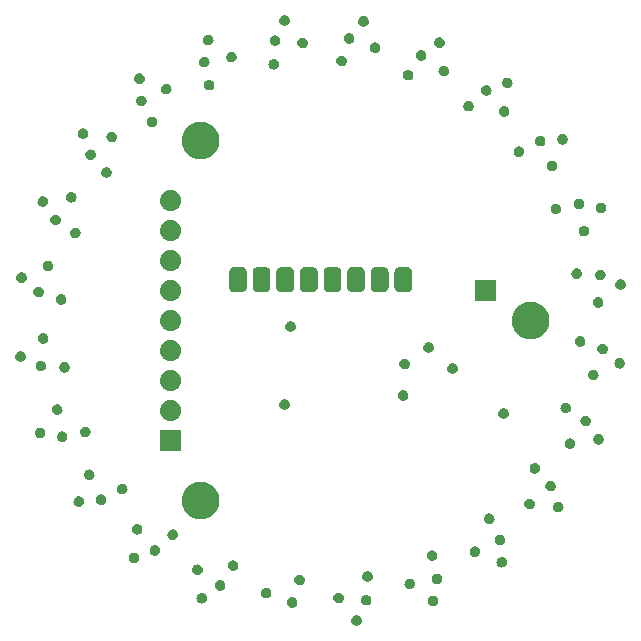
<source format=gbr>
G04 #@! TF.GenerationSoftware,KiCad,Pcbnew,7.0.2-0*
G04 #@! TF.CreationDate,2023-06-19T13:03:14-04:00*
G04 #@! TF.ProjectId,speed_joystick,73706565-645f-46a6-9f79-737469636b2e,rev?*
G04 #@! TF.SameCoordinates,Original*
G04 #@! TF.FileFunction,Soldermask,Bot*
G04 #@! TF.FilePolarity,Negative*
%FSLAX46Y46*%
G04 Gerber Fmt 4.6, Leading zero omitted, Abs format (unit mm)*
G04 Created by KiCad (PCBNEW 7.0.2-0) date 2023-06-19 13:03:14*
%MOMM*%
%LPD*%
G01*
G04 APERTURE LIST*
G04 APERTURE END LIST*
G36*
X3074676Y-24953591D02*
G01*
X3112184Y-24953591D01*
X3142671Y-24962542D01*
X3164450Y-24965410D01*
X3193703Y-24977527D01*
X3235352Y-24989756D01*
X3257334Y-25003883D01*
X3272961Y-25010356D01*
X3301595Y-25032327D01*
X3343342Y-25059157D01*
X3356799Y-25074688D01*
X3366141Y-25081856D01*
X3390357Y-25113416D01*
X3427405Y-25156171D01*
X3433639Y-25169822D01*
X3437643Y-25175040D01*
X3453451Y-25213205D01*
X3480731Y-25272939D01*
X3482079Y-25282319D01*
X3482589Y-25283549D01*
X3486197Y-25310960D01*
X3499000Y-25400000D01*
X3486196Y-25489048D01*
X3482589Y-25516450D01*
X3482079Y-25517678D01*
X3480731Y-25527061D01*
X3453452Y-25586791D01*
X3437643Y-25624961D01*
X3433638Y-25630180D01*
X3427405Y-25643829D01*
X3390356Y-25686584D01*
X3366142Y-25718142D01*
X3356803Y-25725308D01*
X3343342Y-25740843D01*
X3301586Y-25767677D01*
X3272961Y-25789643D01*
X3257339Y-25796113D01*
X3235352Y-25810244D01*
X3193695Y-25822475D01*
X3164450Y-25834589D01*
X3142677Y-25837455D01*
X3112184Y-25846409D01*
X3074669Y-25846409D01*
X3048000Y-25849920D01*
X3021331Y-25846409D01*
X2983816Y-25846409D01*
X2953323Y-25837455D01*
X2931549Y-25834589D01*
X2902301Y-25822474D01*
X2860648Y-25810244D01*
X2838662Y-25796114D01*
X2823038Y-25789643D01*
X2794407Y-25767673D01*
X2752658Y-25740843D01*
X2739198Y-25725310D01*
X2729857Y-25718142D01*
X2705634Y-25686574D01*
X2668595Y-25643829D01*
X2662363Y-25630183D01*
X2658356Y-25624961D01*
X2642536Y-25586768D01*
X2615269Y-25527061D01*
X2613920Y-25517682D01*
X2613410Y-25516450D01*
X2609791Y-25488965D01*
X2597000Y-25400000D01*
X2609790Y-25311042D01*
X2613410Y-25283549D01*
X2613920Y-25282315D01*
X2615269Y-25272939D01*
X2642537Y-25213228D01*
X2658356Y-25175040D01*
X2662362Y-25169818D01*
X2668595Y-25156171D01*
X2705632Y-25113427D01*
X2729857Y-25081857D01*
X2739201Y-25074687D01*
X2752658Y-25059157D01*
X2794407Y-25032326D01*
X2823040Y-25010356D01*
X2838663Y-25003884D01*
X2860648Y-24989756D01*
X2902294Y-24977527D01*
X2931549Y-24965410D01*
X2953329Y-24962542D01*
X2983816Y-24953591D01*
X3021324Y-24953591D01*
X3048000Y-24950079D01*
X3074676Y-24953591D01*
G37*
G36*
X-8483666Y-21991506D02*
G01*
X-8446159Y-21991506D01*
X-8415672Y-22000457D01*
X-8393892Y-22003325D01*
X-8364635Y-22015443D01*
X-8322991Y-22027671D01*
X-8301009Y-22041797D01*
X-8285381Y-22048271D01*
X-8256741Y-22070246D01*
X-8215001Y-22097072D01*
X-8201545Y-22112601D01*
X-8192201Y-22119771D01*
X-8167976Y-22151341D01*
X-8130938Y-22194086D01*
X-8124705Y-22207733D01*
X-8120699Y-22212955D01*
X-8104880Y-22251143D01*
X-8077612Y-22310854D01*
X-8076263Y-22320230D01*
X-8075753Y-22321464D01*
X-8072133Y-22348957D01*
X-8059343Y-22437915D01*
X-8072134Y-22526880D01*
X-8075753Y-22554365D01*
X-8076263Y-22555597D01*
X-8077612Y-22564976D01*
X-8104879Y-22624683D01*
X-8120699Y-22662876D01*
X-8124706Y-22668098D01*
X-8130938Y-22681744D01*
X-8167977Y-22724489D01*
X-8192200Y-22756057D01*
X-8201541Y-22763225D01*
X-8215001Y-22778758D01*
X-8256750Y-22805588D01*
X-8285381Y-22827558D01*
X-8301005Y-22834029D01*
X-8322991Y-22848159D01*
X-8364644Y-22860389D01*
X-8393892Y-22872504D01*
X-8415666Y-22875370D01*
X-8446159Y-22884324D01*
X-8483673Y-22884324D01*
X-8510342Y-22887835D01*
X-8537011Y-22884324D01*
X-8574527Y-22884324D01*
X-8605020Y-22875370D01*
X-8626793Y-22872504D01*
X-8656038Y-22860390D01*
X-8697695Y-22848159D01*
X-8719682Y-22834028D01*
X-8735304Y-22827558D01*
X-8763929Y-22805592D01*
X-8805685Y-22778758D01*
X-8819146Y-22763223D01*
X-8828485Y-22756057D01*
X-8852699Y-22724499D01*
X-8889748Y-22681744D01*
X-8895981Y-22668095D01*
X-8899986Y-22662876D01*
X-8915795Y-22624706D01*
X-8943074Y-22564976D01*
X-8944422Y-22555593D01*
X-8944932Y-22554365D01*
X-8948539Y-22526963D01*
X-8961343Y-22437915D01*
X-8948540Y-22348875D01*
X-8944932Y-22321464D01*
X-8944422Y-22320234D01*
X-8943074Y-22310854D01*
X-8915794Y-22251120D01*
X-8899986Y-22212955D01*
X-8895982Y-22207737D01*
X-8889748Y-22194086D01*
X-8852702Y-22151332D01*
X-8828485Y-22119772D01*
X-8819143Y-22112604D01*
X-8805685Y-22097072D01*
X-8763929Y-22070237D01*
X-8735302Y-22048271D01*
X-8719681Y-22041800D01*
X-8697695Y-22027671D01*
X-8656044Y-22015441D01*
X-8626793Y-22003325D01*
X-8605014Y-22000457D01*
X-8574527Y-21991506D01*
X-8537018Y-21991506D01*
X-8510342Y-21987994D01*
X-8483666Y-21991506D01*
G37*
G36*
X-4582207Y-22642459D02*
G01*
X-4544699Y-22642459D01*
X-4514212Y-22651410D01*
X-4492432Y-22654278D01*
X-4463175Y-22666396D01*
X-4421531Y-22678624D01*
X-4399549Y-22692750D01*
X-4383921Y-22699224D01*
X-4355281Y-22721199D01*
X-4313541Y-22748025D01*
X-4300085Y-22763554D01*
X-4290741Y-22770724D01*
X-4266516Y-22802294D01*
X-4229478Y-22845039D01*
X-4223245Y-22858686D01*
X-4219239Y-22863908D01*
X-4203420Y-22902096D01*
X-4176152Y-22961807D01*
X-4174803Y-22971183D01*
X-4174293Y-22972417D01*
X-4170673Y-22999910D01*
X-4157883Y-23088868D01*
X-4170674Y-23177833D01*
X-4174293Y-23205318D01*
X-4174803Y-23206550D01*
X-4176152Y-23215929D01*
X-4203419Y-23275636D01*
X-4219239Y-23313829D01*
X-4223246Y-23319051D01*
X-4229478Y-23332697D01*
X-4266517Y-23375442D01*
X-4290740Y-23407010D01*
X-4300081Y-23414178D01*
X-4313541Y-23429711D01*
X-4355290Y-23456541D01*
X-4383921Y-23478511D01*
X-4399545Y-23484982D01*
X-4421531Y-23499112D01*
X-4463184Y-23511342D01*
X-4492432Y-23523457D01*
X-4514206Y-23526323D01*
X-4544699Y-23535277D01*
X-4582214Y-23535277D01*
X-4608883Y-23538788D01*
X-4635552Y-23535277D01*
X-4673067Y-23535277D01*
X-4703560Y-23526323D01*
X-4725333Y-23523457D01*
X-4754578Y-23511343D01*
X-4796235Y-23499112D01*
X-4818222Y-23484981D01*
X-4833844Y-23478511D01*
X-4862469Y-23456545D01*
X-4904225Y-23429711D01*
X-4917686Y-23414176D01*
X-4927025Y-23407010D01*
X-4951239Y-23375452D01*
X-4988288Y-23332697D01*
X-4994521Y-23319048D01*
X-4998526Y-23313829D01*
X-5014335Y-23275659D01*
X-5041614Y-23215929D01*
X-5042962Y-23206546D01*
X-5043472Y-23205318D01*
X-5047079Y-23177916D01*
X-5059883Y-23088868D01*
X-5047080Y-22999828D01*
X-5043472Y-22972417D01*
X-5042962Y-22971187D01*
X-5041614Y-22961807D01*
X-5014334Y-22902073D01*
X-4998526Y-22863908D01*
X-4994522Y-22858690D01*
X-4988288Y-22845039D01*
X-4951242Y-22802285D01*
X-4927025Y-22770725D01*
X-4917683Y-22763557D01*
X-4904225Y-22748025D01*
X-4862469Y-22721190D01*
X-4833842Y-22699224D01*
X-4818221Y-22692753D01*
X-4796235Y-22678624D01*
X-4754584Y-22666394D01*
X-4725333Y-22654278D01*
X-4703554Y-22651410D01*
X-4673067Y-22642459D01*
X-4635559Y-22642459D01*
X-4608883Y-22638947D01*
X-4582207Y-22642459D01*
G37*
G36*
X-2386324Y-23429591D02*
G01*
X-2348816Y-23429591D01*
X-2318329Y-23438542D01*
X-2296549Y-23441410D01*
X-2267292Y-23453528D01*
X-2225648Y-23465756D01*
X-2203666Y-23479882D01*
X-2188038Y-23486356D01*
X-2159398Y-23508331D01*
X-2117658Y-23535157D01*
X-2104202Y-23550686D01*
X-2094858Y-23557856D01*
X-2070633Y-23589426D01*
X-2033595Y-23632171D01*
X-2027362Y-23645818D01*
X-2023356Y-23651040D01*
X-2007537Y-23689228D01*
X-1980269Y-23748939D01*
X-1978920Y-23758315D01*
X-1978410Y-23759549D01*
X-1974790Y-23787042D01*
X-1962000Y-23876000D01*
X-1974791Y-23964965D01*
X-1978410Y-23992450D01*
X-1978920Y-23993682D01*
X-1980269Y-24003061D01*
X-2007536Y-24062768D01*
X-2023356Y-24100961D01*
X-2027363Y-24106183D01*
X-2033595Y-24119829D01*
X-2070634Y-24162574D01*
X-2094857Y-24194142D01*
X-2104198Y-24201310D01*
X-2117658Y-24216843D01*
X-2159407Y-24243673D01*
X-2188038Y-24265643D01*
X-2203662Y-24272114D01*
X-2225648Y-24286244D01*
X-2267301Y-24298474D01*
X-2296549Y-24310589D01*
X-2318323Y-24313455D01*
X-2348816Y-24322409D01*
X-2386331Y-24322409D01*
X-2413000Y-24325920D01*
X-2439669Y-24322409D01*
X-2477184Y-24322409D01*
X-2507677Y-24313455D01*
X-2529450Y-24310589D01*
X-2558695Y-24298475D01*
X-2600352Y-24286244D01*
X-2622339Y-24272113D01*
X-2637961Y-24265643D01*
X-2666586Y-24243677D01*
X-2708342Y-24216843D01*
X-2721803Y-24201308D01*
X-2731142Y-24194142D01*
X-2755356Y-24162584D01*
X-2792405Y-24119829D01*
X-2798638Y-24106180D01*
X-2802643Y-24100961D01*
X-2818452Y-24062791D01*
X-2845731Y-24003061D01*
X-2847079Y-23993678D01*
X-2847589Y-23992450D01*
X-2851196Y-23965048D01*
X-2864000Y-23876000D01*
X-2851197Y-23786960D01*
X-2847589Y-23759549D01*
X-2847079Y-23758319D01*
X-2845731Y-23748939D01*
X-2818451Y-23689205D01*
X-2802643Y-23651040D01*
X-2798639Y-23645822D01*
X-2792405Y-23632171D01*
X-2755359Y-23589417D01*
X-2731142Y-23557857D01*
X-2721800Y-23550689D01*
X-2708342Y-23535157D01*
X-2666586Y-23508322D01*
X-2637959Y-23486356D01*
X-2622338Y-23479885D01*
X-2600352Y-23465756D01*
X-2558701Y-23453526D01*
X-2529450Y-23441410D01*
X-2507671Y-23438542D01*
X-2477184Y-23429591D01*
X-2439676Y-23429591D01*
X-2413000Y-23426079D01*
X-2386324Y-23429591D01*
G37*
G36*
X1550676Y-23048591D02*
G01*
X1588184Y-23048591D01*
X1618671Y-23057542D01*
X1640450Y-23060410D01*
X1669703Y-23072527D01*
X1711352Y-23084756D01*
X1733334Y-23098883D01*
X1748961Y-23105356D01*
X1777595Y-23127327D01*
X1819342Y-23154157D01*
X1832799Y-23169688D01*
X1842141Y-23176856D01*
X1866357Y-23208416D01*
X1903405Y-23251171D01*
X1909639Y-23264822D01*
X1913643Y-23270040D01*
X1929451Y-23308205D01*
X1956731Y-23367939D01*
X1958079Y-23377319D01*
X1958589Y-23378549D01*
X1962197Y-23405960D01*
X1975000Y-23495000D01*
X1962196Y-23584048D01*
X1958589Y-23611450D01*
X1958079Y-23612678D01*
X1956731Y-23622061D01*
X1929452Y-23681791D01*
X1913643Y-23719961D01*
X1909638Y-23725180D01*
X1903405Y-23738829D01*
X1866356Y-23781584D01*
X1842142Y-23813142D01*
X1832803Y-23820308D01*
X1819342Y-23835843D01*
X1777586Y-23862677D01*
X1748961Y-23884643D01*
X1733339Y-23891113D01*
X1711352Y-23905244D01*
X1669695Y-23917475D01*
X1640450Y-23929589D01*
X1618677Y-23932455D01*
X1588184Y-23941409D01*
X1550669Y-23941409D01*
X1524000Y-23944920D01*
X1497331Y-23941409D01*
X1459816Y-23941409D01*
X1429323Y-23932455D01*
X1407549Y-23929589D01*
X1378301Y-23917474D01*
X1336648Y-23905244D01*
X1314662Y-23891114D01*
X1299038Y-23884643D01*
X1270407Y-23862673D01*
X1228658Y-23835843D01*
X1215198Y-23820310D01*
X1205857Y-23813142D01*
X1181634Y-23781574D01*
X1144595Y-23738829D01*
X1138363Y-23725183D01*
X1134356Y-23719961D01*
X1118536Y-23681768D01*
X1091269Y-23622061D01*
X1089920Y-23612682D01*
X1089410Y-23611450D01*
X1085791Y-23583965D01*
X1073000Y-23495000D01*
X1085790Y-23406042D01*
X1089410Y-23378549D01*
X1089920Y-23377315D01*
X1091269Y-23367939D01*
X1118537Y-23308228D01*
X1134356Y-23270040D01*
X1138362Y-23264818D01*
X1144595Y-23251171D01*
X1181632Y-23208427D01*
X1205857Y-23176857D01*
X1215201Y-23169687D01*
X1228658Y-23154157D01*
X1270407Y-23127326D01*
X1299040Y-23105356D01*
X1314663Y-23098884D01*
X1336648Y-23084756D01*
X1378294Y-23072527D01*
X1407549Y-23060410D01*
X1429329Y-23057542D01*
X1459816Y-23048591D01*
X1497324Y-23048591D01*
X1524000Y-23045079D01*
X1550676Y-23048591D01*
G37*
G36*
X3875461Y-23240566D02*
G01*
X3912969Y-23240566D01*
X3943456Y-23249517D01*
X3965235Y-23252385D01*
X3994488Y-23264502D01*
X4036137Y-23276731D01*
X4058119Y-23290858D01*
X4073746Y-23297331D01*
X4102380Y-23319302D01*
X4144127Y-23346132D01*
X4157584Y-23361663D01*
X4166926Y-23368831D01*
X4191142Y-23400391D01*
X4228190Y-23443146D01*
X4234424Y-23456797D01*
X4238428Y-23462015D01*
X4254236Y-23500180D01*
X4281516Y-23559914D01*
X4282864Y-23569294D01*
X4283374Y-23570524D01*
X4286982Y-23597935D01*
X4299785Y-23686975D01*
X4286981Y-23776023D01*
X4283374Y-23803425D01*
X4282864Y-23804653D01*
X4281516Y-23814036D01*
X4254237Y-23873766D01*
X4238428Y-23911936D01*
X4234423Y-23917155D01*
X4228190Y-23930804D01*
X4191141Y-23973559D01*
X4166927Y-24005117D01*
X4157588Y-24012283D01*
X4144127Y-24027818D01*
X4102371Y-24054652D01*
X4073746Y-24076618D01*
X4058124Y-24083088D01*
X4036137Y-24097219D01*
X3994480Y-24109450D01*
X3965235Y-24121564D01*
X3943462Y-24124430D01*
X3912969Y-24133384D01*
X3875454Y-24133384D01*
X3848785Y-24136895D01*
X3822116Y-24133384D01*
X3784601Y-24133384D01*
X3754108Y-24124430D01*
X3732334Y-24121564D01*
X3703086Y-24109449D01*
X3661433Y-24097219D01*
X3639447Y-24083089D01*
X3623823Y-24076618D01*
X3595192Y-24054648D01*
X3553443Y-24027818D01*
X3539983Y-24012285D01*
X3530642Y-24005117D01*
X3506419Y-23973549D01*
X3469380Y-23930804D01*
X3463148Y-23917158D01*
X3459141Y-23911936D01*
X3443321Y-23873743D01*
X3416054Y-23814036D01*
X3414705Y-23804657D01*
X3414195Y-23803425D01*
X3410576Y-23775940D01*
X3397785Y-23686975D01*
X3410575Y-23598017D01*
X3414195Y-23570524D01*
X3414705Y-23569290D01*
X3416054Y-23559914D01*
X3443322Y-23500203D01*
X3459141Y-23462015D01*
X3463147Y-23456793D01*
X3469380Y-23443146D01*
X3506417Y-23400402D01*
X3530642Y-23368832D01*
X3539986Y-23361662D01*
X3553443Y-23346132D01*
X3595192Y-23319301D01*
X3623825Y-23297331D01*
X3639448Y-23290859D01*
X3661433Y-23276731D01*
X3703079Y-23264502D01*
X3732334Y-23252385D01*
X3754114Y-23249517D01*
X3784601Y-23240566D01*
X3822109Y-23240566D01*
X3848785Y-23237054D01*
X3875461Y-23240566D01*
G37*
G36*
X9544822Y-23299227D02*
G01*
X9582330Y-23299227D01*
X9612817Y-23308178D01*
X9634596Y-23311046D01*
X9663849Y-23323163D01*
X9705498Y-23335392D01*
X9727480Y-23349519D01*
X9743107Y-23355992D01*
X9771741Y-23377963D01*
X9813488Y-23404793D01*
X9826945Y-23420324D01*
X9836287Y-23427492D01*
X9860503Y-23459052D01*
X9897551Y-23501807D01*
X9903785Y-23515458D01*
X9907789Y-23520676D01*
X9923597Y-23558841D01*
X9950877Y-23618575D01*
X9952225Y-23627955D01*
X9952735Y-23629185D01*
X9956343Y-23656596D01*
X9969146Y-23745636D01*
X9956342Y-23834684D01*
X9952735Y-23862086D01*
X9952225Y-23863314D01*
X9950877Y-23872697D01*
X9923598Y-23932427D01*
X9907789Y-23970597D01*
X9903784Y-23975816D01*
X9897551Y-23989465D01*
X9860502Y-24032220D01*
X9836288Y-24063778D01*
X9826949Y-24070944D01*
X9813488Y-24086479D01*
X9771732Y-24113313D01*
X9743107Y-24135279D01*
X9727485Y-24141749D01*
X9705498Y-24155880D01*
X9663841Y-24168111D01*
X9634596Y-24180225D01*
X9612823Y-24183091D01*
X9582330Y-24192045D01*
X9544815Y-24192045D01*
X9518146Y-24195556D01*
X9491477Y-24192045D01*
X9453962Y-24192045D01*
X9423469Y-24183091D01*
X9401695Y-24180225D01*
X9372447Y-24168110D01*
X9330794Y-24155880D01*
X9308808Y-24141750D01*
X9293184Y-24135279D01*
X9264553Y-24113309D01*
X9222804Y-24086479D01*
X9209344Y-24070946D01*
X9200003Y-24063778D01*
X9175780Y-24032210D01*
X9138741Y-23989465D01*
X9132509Y-23975819D01*
X9128502Y-23970597D01*
X9112682Y-23932404D01*
X9085415Y-23872697D01*
X9084066Y-23863318D01*
X9083556Y-23862086D01*
X9079937Y-23834601D01*
X9067146Y-23745636D01*
X9079936Y-23656678D01*
X9083556Y-23629185D01*
X9084066Y-23627951D01*
X9085415Y-23618575D01*
X9112683Y-23558864D01*
X9128502Y-23520676D01*
X9132508Y-23515454D01*
X9138741Y-23501807D01*
X9175778Y-23459063D01*
X9200003Y-23427493D01*
X9209347Y-23420323D01*
X9222804Y-23404793D01*
X9264553Y-23377962D01*
X9293186Y-23355992D01*
X9308809Y-23349520D01*
X9330794Y-23335392D01*
X9372440Y-23323163D01*
X9401695Y-23311046D01*
X9423475Y-23308178D01*
X9453962Y-23299227D01*
X9491470Y-23299227D01*
X9518146Y-23295715D01*
X9544822Y-23299227D01*
G37*
G36*
X-10033679Y-23074636D02*
G01*
X-9996171Y-23074636D01*
X-9965684Y-23083587D01*
X-9943904Y-23086455D01*
X-9914647Y-23098573D01*
X-9873003Y-23110801D01*
X-9851021Y-23124927D01*
X-9835393Y-23131401D01*
X-9806753Y-23153376D01*
X-9765013Y-23180202D01*
X-9751557Y-23195731D01*
X-9742213Y-23202901D01*
X-9717988Y-23234471D01*
X-9680950Y-23277216D01*
X-9674717Y-23290863D01*
X-9670711Y-23296085D01*
X-9654892Y-23334273D01*
X-9627624Y-23393984D01*
X-9626275Y-23403360D01*
X-9625765Y-23404594D01*
X-9622145Y-23432090D01*
X-9609355Y-23521045D01*
X-9622146Y-23610013D01*
X-9625765Y-23637495D01*
X-9626275Y-23638727D01*
X-9627624Y-23648106D01*
X-9654891Y-23707813D01*
X-9670711Y-23746006D01*
X-9674718Y-23751228D01*
X-9680950Y-23764874D01*
X-9717989Y-23807619D01*
X-9742212Y-23839187D01*
X-9751553Y-23846355D01*
X-9765013Y-23861888D01*
X-9806762Y-23888718D01*
X-9835393Y-23910688D01*
X-9851017Y-23917159D01*
X-9873003Y-23931289D01*
X-9914656Y-23943519D01*
X-9943904Y-23955634D01*
X-9965678Y-23958500D01*
X-9996171Y-23967454D01*
X-10033686Y-23967454D01*
X-10060355Y-23970965D01*
X-10087024Y-23967454D01*
X-10124539Y-23967454D01*
X-10155032Y-23958500D01*
X-10176805Y-23955634D01*
X-10206050Y-23943520D01*
X-10247707Y-23931289D01*
X-10269694Y-23917158D01*
X-10285316Y-23910688D01*
X-10313941Y-23888722D01*
X-10355697Y-23861888D01*
X-10369158Y-23846353D01*
X-10378497Y-23839187D01*
X-10402711Y-23807629D01*
X-10439760Y-23764874D01*
X-10445993Y-23751225D01*
X-10449998Y-23746006D01*
X-10465807Y-23707836D01*
X-10493086Y-23648106D01*
X-10494434Y-23638723D01*
X-10494944Y-23637495D01*
X-10498551Y-23610095D01*
X-10511355Y-23521045D01*
X-10498553Y-23432007D01*
X-10494944Y-23404594D01*
X-10494434Y-23403364D01*
X-10493086Y-23393984D01*
X-10465806Y-23334250D01*
X-10449998Y-23296085D01*
X-10445994Y-23290867D01*
X-10439760Y-23277216D01*
X-10402714Y-23234462D01*
X-10378497Y-23202902D01*
X-10369155Y-23195734D01*
X-10355697Y-23180202D01*
X-10313941Y-23153367D01*
X-10285314Y-23131401D01*
X-10269693Y-23124930D01*
X-10247707Y-23110801D01*
X-10206056Y-23098571D01*
X-10176805Y-23086455D01*
X-10155026Y-23083587D01*
X-10124539Y-23074636D01*
X-10087031Y-23074636D01*
X-10060355Y-23071124D01*
X-10033679Y-23074636D01*
G37*
G36*
X-10401000Y-20662858D02*
G01*
X-10363493Y-20662858D01*
X-10333006Y-20671809D01*
X-10311226Y-20674677D01*
X-10281969Y-20686795D01*
X-10240325Y-20699023D01*
X-10218343Y-20713149D01*
X-10202715Y-20719623D01*
X-10174075Y-20741598D01*
X-10132335Y-20768424D01*
X-10118879Y-20783953D01*
X-10109535Y-20791123D01*
X-10085310Y-20822693D01*
X-10048272Y-20865438D01*
X-10042039Y-20879085D01*
X-10038033Y-20884307D01*
X-10022214Y-20922495D01*
X-9994946Y-20982206D01*
X-9993597Y-20991582D01*
X-9993087Y-20992816D01*
X-9989467Y-21020309D01*
X-9976677Y-21109267D01*
X-9989468Y-21198232D01*
X-9993087Y-21225717D01*
X-9993597Y-21226949D01*
X-9994946Y-21236328D01*
X-10022213Y-21296035D01*
X-10038033Y-21334228D01*
X-10042040Y-21339450D01*
X-10048272Y-21353096D01*
X-10085311Y-21395841D01*
X-10109534Y-21427409D01*
X-10118875Y-21434577D01*
X-10132335Y-21450110D01*
X-10174084Y-21476940D01*
X-10202715Y-21498910D01*
X-10218339Y-21505381D01*
X-10240325Y-21519511D01*
X-10281978Y-21531741D01*
X-10311226Y-21543856D01*
X-10333000Y-21546722D01*
X-10363493Y-21555676D01*
X-10401007Y-21555676D01*
X-10427676Y-21559187D01*
X-10454345Y-21555676D01*
X-10491861Y-21555676D01*
X-10522354Y-21546722D01*
X-10544127Y-21543856D01*
X-10573372Y-21531742D01*
X-10615029Y-21519511D01*
X-10637016Y-21505380D01*
X-10652638Y-21498910D01*
X-10681263Y-21476944D01*
X-10723019Y-21450110D01*
X-10736480Y-21434575D01*
X-10745819Y-21427409D01*
X-10770033Y-21395851D01*
X-10807082Y-21353096D01*
X-10813315Y-21339447D01*
X-10817320Y-21334228D01*
X-10833129Y-21296058D01*
X-10860408Y-21236328D01*
X-10861756Y-21226945D01*
X-10862266Y-21225717D01*
X-10865873Y-21198315D01*
X-10878677Y-21109267D01*
X-10865874Y-21020227D01*
X-10862266Y-20992816D01*
X-10861756Y-20991586D01*
X-10860408Y-20982206D01*
X-10833128Y-20922472D01*
X-10817320Y-20884307D01*
X-10813316Y-20879089D01*
X-10807082Y-20865438D01*
X-10770036Y-20822684D01*
X-10745819Y-20791124D01*
X-10736477Y-20783956D01*
X-10723019Y-20768424D01*
X-10681263Y-20741589D01*
X-10652636Y-20719623D01*
X-10637015Y-20713152D01*
X-10615029Y-20699023D01*
X-10573378Y-20686793D01*
X-10544127Y-20674677D01*
X-10522348Y-20671809D01*
X-10491861Y-20662858D01*
X-10454352Y-20662858D01*
X-10427676Y-20659346D01*
X-10401000Y-20662858D01*
G37*
G36*
X3995773Y-21236128D02*
G01*
X4033281Y-21236128D01*
X4063768Y-21245079D01*
X4085547Y-21247947D01*
X4114800Y-21260064D01*
X4156449Y-21272293D01*
X4178431Y-21286420D01*
X4194058Y-21292893D01*
X4222692Y-21314864D01*
X4264439Y-21341694D01*
X4277896Y-21357225D01*
X4287238Y-21364393D01*
X4311454Y-21395953D01*
X4348502Y-21438708D01*
X4354736Y-21452359D01*
X4358740Y-21457577D01*
X4374548Y-21495742D01*
X4401828Y-21555476D01*
X4403176Y-21564856D01*
X4403686Y-21566086D01*
X4407295Y-21593499D01*
X4420097Y-21682537D01*
X4407293Y-21771587D01*
X4403686Y-21798987D01*
X4403176Y-21800215D01*
X4401828Y-21809598D01*
X4374549Y-21869328D01*
X4358740Y-21907498D01*
X4354735Y-21912717D01*
X4348502Y-21926366D01*
X4311453Y-21969121D01*
X4287239Y-22000679D01*
X4277900Y-22007845D01*
X4264439Y-22023380D01*
X4222683Y-22050214D01*
X4194058Y-22072180D01*
X4178436Y-22078650D01*
X4156449Y-22092781D01*
X4114792Y-22105012D01*
X4085547Y-22117126D01*
X4063774Y-22119992D01*
X4033281Y-22128946D01*
X3995766Y-22128946D01*
X3969097Y-22132457D01*
X3942428Y-22128946D01*
X3904913Y-22128946D01*
X3874420Y-22119992D01*
X3852646Y-22117126D01*
X3823398Y-22105011D01*
X3781745Y-22092781D01*
X3759759Y-22078651D01*
X3744135Y-22072180D01*
X3715504Y-22050210D01*
X3673755Y-22023380D01*
X3660295Y-22007847D01*
X3650954Y-22000679D01*
X3626731Y-21969111D01*
X3589692Y-21926366D01*
X3583460Y-21912720D01*
X3579453Y-21907498D01*
X3563633Y-21869305D01*
X3536366Y-21809598D01*
X3535017Y-21800219D01*
X3534507Y-21798987D01*
X3530888Y-21771505D01*
X3518097Y-21682537D01*
X3530887Y-21593582D01*
X3534507Y-21566086D01*
X3535017Y-21564852D01*
X3536366Y-21555476D01*
X3563634Y-21495765D01*
X3579453Y-21457577D01*
X3583459Y-21452355D01*
X3589692Y-21438708D01*
X3626729Y-21395964D01*
X3650954Y-21364394D01*
X3660298Y-21357224D01*
X3673755Y-21341694D01*
X3715504Y-21314863D01*
X3744137Y-21292893D01*
X3759760Y-21286421D01*
X3781745Y-21272293D01*
X3823391Y-21260064D01*
X3852646Y-21247947D01*
X3874426Y-21245079D01*
X3904913Y-21236128D01*
X3942421Y-21236128D01*
X3969097Y-21232616D01*
X3995773Y-21236128D01*
G37*
G36*
X7579700Y-21853578D02*
G01*
X7617208Y-21853578D01*
X7647695Y-21862529D01*
X7669474Y-21865397D01*
X7698727Y-21877514D01*
X7740376Y-21889743D01*
X7762358Y-21903870D01*
X7777985Y-21910343D01*
X7806619Y-21932314D01*
X7848366Y-21959144D01*
X7861823Y-21974675D01*
X7871165Y-21981843D01*
X7895381Y-22013403D01*
X7932429Y-22056158D01*
X7938663Y-22069809D01*
X7942667Y-22075027D01*
X7958475Y-22113192D01*
X7985755Y-22172926D01*
X7987103Y-22182306D01*
X7987613Y-22183536D01*
X7991221Y-22210947D01*
X8004024Y-22299987D01*
X7991220Y-22389035D01*
X7987613Y-22416437D01*
X7987103Y-22417665D01*
X7985755Y-22427048D01*
X7958476Y-22486778D01*
X7942667Y-22524948D01*
X7938662Y-22530167D01*
X7932429Y-22543816D01*
X7895380Y-22586571D01*
X7871166Y-22618129D01*
X7861827Y-22625295D01*
X7848366Y-22640830D01*
X7806610Y-22667664D01*
X7777985Y-22689630D01*
X7762363Y-22696100D01*
X7740376Y-22710231D01*
X7698719Y-22722462D01*
X7669474Y-22734576D01*
X7647701Y-22737442D01*
X7617208Y-22746396D01*
X7579693Y-22746396D01*
X7553024Y-22749907D01*
X7526355Y-22746396D01*
X7488840Y-22746396D01*
X7458347Y-22737442D01*
X7436573Y-22734576D01*
X7407325Y-22722461D01*
X7365672Y-22710231D01*
X7343686Y-22696101D01*
X7328062Y-22689630D01*
X7299431Y-22667660D01*
X7257682Y-22640830D01*
X7244222Y-22625297D01*
X7234881Y-22618129D01*
X7210658Y-22586561D01*
X7173619Y-22543816D01*
X7167387Y-22530170D01*
X7163380Y-22524948D01*
X7147560Y-22486755D01*
X7120293Y-22427048D01*
X7118944Y-22417669D01*
X7118434Y-22416437D01*
X7114815Y-22388952D01*
X7102024Y-22299987D01*
X7114814Y-22211029D01*
X7118434Y-22183536D01*
X7118944Y-22182302D01*
X7120293Y-22172926D01*
X7147561Y-22113215D01*
X7163380Y-22075027D01*
X7167386Y-22069805D01*
X7173619Y-22056158D01*
X7210656Y-22013414D01*
X7234881Y-21981844D01*
X7244225Y-21974674D01*
X7257682Y-21959144D01*
X7299431Y-21932313D01*
X7328064Y-21910343D01*
X7343687Y-21903871D01*
X7365672Y-21889743D01*
X7407318Y-21877514D01*
X7436573Y-21865397D01*
X7458353Y-21862529D01*
X7488840Y-21853578D01*
X7526348Y-21853578D01*
X7553024Y-21850066D01*
X7579700Y-21853578D01*
G37*
G36*
X-1751324Y-21524591D02*
G01*
X-1713816Y-21524591D01*
X-1683329Y-21533542D01*
X-1661549Y-21536410D01*
X-1632292Y-21548528D01*
X-1590648Y-21560756D01*
X-1568666Y-21574882D01*
X-1553038Y-21581356D01*
X-1524398Y-21603331D01*
X-1482658Y-21630157D01*
X-1469202Y-21645686D01*
X-1459858Y-21652856D01*
X-1435633Y-21684426D01*
X-1398595Y-21727171D01*
X-1392362Y-21740818D01*
X-1388356Y-21746040D01*
X-1372537Y-21784228D01*
X-1345269Y-21843939D01*
X-1343920Y-21853315D01*
X-1343410Y-21854549D01*
X-1339790Y-21882042D01*
X-1327000Y-21971000D01*
X-1339791Y-22059965D01*
X-1343410Y-22087450D01*
X-1343920Y-22088682D01*
X-1345269Y-22098061D01*
X-1372536Y-22157768D01*
X-1388356Y-22195961D01*
X-1392363Y-22201183D01*
X-1398595Y-22214829D01*
X-1435634Y-22257574D01*
X-1459857Y-22289142D01*
X-1469198Y-22296310D01*
X-1482658Y-22311843D01*
X-1524407Y-22338673D01*
X-1553038Y-22360643D01*
X-1568662Y-22367114D01*
X-1590648Y-22381244D01*
X-1632301Y-22393474D01*
X-1661549Y-22405589D01*
X-1683323Y-22408455D01*
X-1713816Y-22417409D01*
X-1751331Y-22417409D01*
X-1778000Y-22420920D01*
X-1804669Y-22417409D01*
X-1842184Y-22417409D01*
X-1872677Y-22408455D01*
X-1894450Y-22405589D01*
X-1923695Y-22393475D01*
X-1965352Y-22381244D01*
X-1987339Y-22367113D01*
X-2002961Y-22360643D01*
X-2031586Y-22338677D01*
X-2073342Y-22311843D01*
X-2086803Y-22296308D01*
X-2096142Y-22289142D01*
X-2120356Y-22257584D01*
X-2157405Y-22214829D01*
X-2163638Y-22201180D01*
X-2167643Y-22195961D01*
X-2183452Y-22157791D01*
X-2210731Y-22098061D01*
X-2212079Y-22088678D01*
X-2212589Y-22087450D01*
X-2216196Y-22060048D01*
X-2229000Y-21971000D01*
X-2216197Y-21881960D01*
X-2212589Y-21854549D01*
X-2212079Y-21853319D01*
X-2210731Y-21843939D01*
X-2183451Y-21784205D01*
X-2167643Y-21746040D01*
X-2163639Y-21740822D01*
X-2157405Y-21727171D01*
X-2120359Y-21684417D01*
X-2096142Y-21652857D01*
X-2086800Y-21645689D01*
X-2073342Y-21630157D01*
X-2031586Y-21603322D01*
X-2002959Y-21581356D01*
X-1987338Y-21574885D01*
X-1965352Y-21560756D01*
X-1923701Y-21548526D01*
X-1894450Y-21536410D01*
X-1872671Y-21533542D01*
X-1842184Y-21524591D01*
X-1804676Y-21524591D01*
X-1778000Y-21521079D01*
X-1751324Y-21524591D01*
G37*
G36*
X9874957Y-21437314D02*
G01*
X9912465Y-21437314D01*
X9942952Y-21446265D01*
X9964731Y-21449133D01*
X9993984Y-21461250D01*
X10035633Y-21473479D01*
X10057615Y-21487606D01*
X10073242Y-21494079D01*
X10101876Y-21516050D01*
X10143623Y-21542880D01*
X10157080Y-21558411D01*
X10166422Y-21565579D01*
X10190638Y-21597139D01*
X10227686Y-21639894D01*
X10233920Y-21653545D01*
X10237924Y-21658763D01*
X10253732Y-21696928D01*
X10281012Y-21756662D01*
X10282360Y-21766042D01*
X10282870Y-21767272D01*
X10286478Y-21794683D01*
X10299281Y-21883723D01*
X10286477Y-21972771D01*
X10282870Y-22000173D01*
X10282360Y-22001401D01*
X10281012Y-22010784D01*
X10253733Y-22070514D01*
X10237924Y-22108684D01*
X10233919Y-22113903D01*
X10227686Y-22127552D01*
X10190637Y-22170307D01*
X10166423Y-22201865D01*
X10157084Y-22209031D01*
X10143623Y-22224566D01*
X10101867Y-22251400D01*
X10073242Y-22273366D01*
X10057620Y-22279836D01*
X10035633Y-22293967D01*
X9993976Y-22306198D01*
X9964731Y-22318312D01*
X9942958Y-22321178D01*
X9912465Y-22330132D01*
X9874950Y-22330132D01*
X9848281Y-22333643D01*
X9821612Y-22330132D01*
X9784097Y-22330132D01*
X9753604Y-22321178D01*
X9731830Y-22318312D01*
X9702582Y-22306197D01*
X9660929Y-22293967D01*
X9638943Y-22279837D01*
X9623319Y-22273366D01*
X9594688Y-22251396D01*
X9552939Y-22224566D01*
X9539479Y-22209033D01*
X9530138Y-22201865D01*
X9505915Y-22170297D01*
X9468876Y-22127552D01*
X9462644Y-22113906D01*
X9458637Y-22108684D01*
X9442817Y-22070491D01*
X9415550Y-22010784D01*
X9414201Y-22001405D01*
X9413691Y-22000173D01*
X9410072Y-21972688D01*
X9397281Y-21883723D01*
X9410071Y-21794765D01*
X9413691Y-21767272D01*
X9414201Y-21766038D01*
X9415550Y-21756662D01*
X9442818Y-21696951D01*
X9458637Y-21658763D01*
X9462643Y-21653541D01*
X9468876Y-21639894D01*
X9505913Y-21597150D01*
X9530138Y-21565580D01*
X9539482Y-21558410D01*
X9552939Y-21542880D01*
X9594688Y-21516049D01*
X9623321Y-21494079D01*
X9638944Y-21487607D01*
X9660929Y-21473479D01*
X9702575Y-21461250D01*
X9731830Y-21449133D01*
X9753610Y-21446265D01*
X9784097Y-21437314D01*
X9821605Y-21437314D01*
X9848281Y-21433802D01*
X9874957Y-21437314D01*
G37*
G36*
X-15778575Y-19669365D02*
G01*
X-15741067Y-19669365D01*
X-15710580Y-19678316D01*
X-15688800Y-19681184D01*
X-15659543Y-19693302D01*
X-15617899Y-19705530D01*
X-15595917Y-19719656D01*
X-15580289Y-19726130D01*
X-15551649Y-19748105D01*
X-15509909Y-19774931D01*
X-15496453Y-19790460D01*
X-15487109Y-19797630D01*
X-15462884Y-19829200D01*
X-15425846Y-19871945D01*
X-15419613Y-19885592D01*
X-15415607Y-19890814D01*
X-15399788Y-19929002D01*
X-15372520Y-19988713D01*
X-15371171Y-19998089D01*
X-15370661Y-19999323D01*
X-15367041Y-20026819D01*
X-15354251Y-20115774D01*
X-15367042Y-20204742D01*
X-15370661Y-20232224D01*
X-15371171Y-20233456D01*
X-15372520Y-20242835D01*
X-15399787Y-20302542D01*
X-15415607Y-20340735D01*
X-15419614Y-20345957D01*
X-15425846Y-20359603D01*
X-15462885Y-20402348D01*
X-15487108Y-20433916D01*
X-15496449Y-20441084D01*
X-15509909Y-20456617D01*
X-15551658Y-20483447D01*
X-15580289Y-20505417D01*
X-15595913Y-20511888D01*
X-15617899Y-20526018D01*
X-15659552Y-20538248D01*
X-15688800Y-20550363D01*
X-15710574Y-20553229D01*
X-15741067Y-20562183D01*
X-15778582Y-20562183D01*
X-15805251Y-20565694D01*
X-15831920Y-20562183D01*
X-15869435Y-20562183D01*
X-15899928Y-20553229D01*
X-15921701Y-20550363D01*
X-15950946Y-20538249D01*
X-15992603Y-20526018D01*
X-16014590Y-20511887D01*
X-16030212Y-20505417D01*
X-16058837Y-20483451D01*
X-16100593Y-20456617D01*
X-16114054Y-20441082D01*
X-16123393Y-20433916D01*
X-16147607Y-20402358D01*
X-16184656Y-20359603D01*
X-16190889Y-20345954D01*
X-16194894Y-20340735D01*
X-16210703Y-20302565D01*
X-16237982Y-20242835D01*
X-16239330Y-20233452D01*
X-16239840Y-20232224D01*
X-16243447Y-20204824D01*
X-16256251Y-20115774D01*
X-16243449Y-20026736D01*
X-16239840Y-19999323D01*
X-16239330Y-19998093D01*
X-16237982Y-19988713D01*
X-16210702Y-19928979D01*
X-16194894Y-19890814D01*
X-16190890Y-19885596D01*
X-16184656Y-19871945D01*
X-16147610Y-19829191D01*
X-16123393Y-19797631D01*
X-16114051Y-19790463D01*
X-16100593Y-19774931D01*
X-16058837Y-19748096D01*
X-16030210Y-19726130D01*
X-16014589Y-19719659D01*
X-15992603Y-19705530D01*
X-15950952Y-19693300D01*
X-15921701Y-19681184D01*
X-15899922Y-19678316D01*
X-15869435Y-19669365D01*
X-15831927Y-19669365D01*
X-15805251Y-19665853D01*
X-15778575Y-19669365D01*
G37*
G36*
X-7377253Y-20315767D02*
G01*
X-7339745Y-20315767D01*
X-7309258Y-20324718D01*
X-7287478Y-20327586D01*
X-7258221Y-20339704D01*
X-7216577Y-20351932D01*
X-7194595Y-20366058D01*
X-7178967Y-20372532D01*
X-7150327Y-20394507D01*
X-7108587Y-20421333D01*
X-7095131Y-20436862D01*
X-7085787Y-20444032D01*
X-7061562Y-20475602D01*
X-7024524Y-20518347D01*
X-7018291Y-20531994D01*
X-7014285Y-20537216D01*
X-6998466Y-20575404D01*
X-6971198Y-20635115D01*
X-6969849Y-20644491D01*
X-6969339Y-20645725D01*
X-6965719Y-20673218D01*
X-6952929Y-20762176D01*
X-6965720Y-20851141D01*
X-6969339Y-20878626D01*
X-6969849Y-20879858D01*
X-6971198Y-20889237D01*
X-6998465Y-20948944D01*
X-7014285Y-20987137D01*
X-7018292Y-20992359D01*
X-7024524Y-21006005D01*
X-7061563Y-21048750D01*
X-7085786Y-21080318D01*
X-7095127Y-21087486D01*
X-7108587Y-21103019D01*
X-7150336Y-21129849D01*
X-7178967Y-21151819D01*
X-7194591Y-21158290D01*
X-7216577Y-21172420D01*
X-7258230Y-21184650D01*
X-7287478Y-21196765D01*
X-7309252Y-21199631D01*
X-7339745Y-21208585D01*
X-7377260Y-21208585D01*
X-7403929Y-21212096D01*
X-7430598Y-21208585D01*
X-7468113Y-21208585D01*
X-7498606Y-21199631D01*
X-7520379Y-21196765D01*
X-7549624Y-21184651D01*
X-7591281Y-21172420D01*
X-7613268Y-21158289D01*
X-7628890Y-21151819D01*
X-7657515Y-21129853D01*
X-7699271Y-21103019D01*
X-7712732Y-21087484D01*
X-7722071Y-21080318D01*
X-7746285Y-21048760D01*
X-7783334Y-21006005D01*
X-7789567Y-20992356D01*
X-7793572Y-20987137D01*
X-7809381Y-20948967D01*
X-7836660Y-20889237D01*
X-7838008Y-20879854D01*
X-7838518Y-20878626D01*
X-7842125Y-20851224D01*
X-7854929Y-20762176D01*
X-7842126Y-20673136D01*
X-7838518Y-20645725D01*
X-7838008Y-20644495D01*
X-7836660Y-20635115D01*
X-7809380Y-20575381D01*
X-7793572Y-20537216D01*
X-7789568Y-20531998D01*
X-7783334Y-20518347D01*
X-7746288Y-20475593D01*
X-7722071Y-20444033D01*
X-7712729Y-20436865D01*
X-7699271Y-20421333D01*
X-7657515Y-20394498D01*
X-7628888Y-20372532D01*
X-7613267Y-20366061D01*
X-7591281Y-20351932D01*
X-7549630Y-20339702D01*
X-7520379Y-20327586D01*
X-7498600Y-20324718D01*
X-7468113Y-20315767D01*
X-7430605Y-20315767D01*
X-7403929Y-20312255D01*
X-7377253Y-20315767D01*
G37*
G36*
X-14001042Y-19024314D02*
G01*
X-13963535Y-19024314D01*
X-13933048Y-19033265D01*
X-13911268Y-19036133D01*
X-13882011Y-19048251D01*
X-13840367Y-19060479D01*
X-13818385Y-19074605D01*
X-13802757Y-19081079D01*
X-13774117Y-19103054D01*
X-13732377Y-19129880D01*
X-13718921Y-19145409D01*
X-13709577Y-19152579D01*
X-13685352Y-19184149D01*
X-13648314Y-19226894D01*
X-13642081Y-19240541D01*
X-13638075Y-19245763D01*
X-13622256Y-19283951D01*
X-13594988Y-19343662D01*
X-13593639Y-19353038D01*
X-13593129Y-19354272D01*
X-13589509Y-19381765D01*
X-13576719Y-19470723D01*
X-13589510Y-19559688D01*
X-13593129Y-19587173D01*
X-13593639Y-19588405D01*
X-13594988Y-19597784D01*
X-13622255Y-19657491D01*
X-13638075Y-19695684D01*
X-13642082Y-19700906D01*
X-13648314Y-19714552D01*
X-13685353Y-19757297D01*
X-13709576Y-19788865D01*
X-13718917Y-19796033D01*
X-13732377Y-19811566D01*
X-13774126Y-19838396D01*
X-13802757Y-19860366D01*
X-13818381Y-19866837D01*
X-13840367Y-19880967D01*
X-13882020Y-19893197D01*
X-13911268Y-19905312D01*
X-13933042Y-19908178D01*
X-13963535Y-19917132D01*
X-14001049Y-19917132D01*
X-14027718Y-19920643D01*
X-14054387Y-19917132D01*
X-14091903Y-19917132D01*
X-14122396Y-19908178D01*
X-14144169Y-19905312D01*
X-14173414Y-19893198D01*
X-14215071Y-19880967D01*
X-14237058Y-19866836D01*
X-14252680Y-19860366D01*
X-14281305Y-19838400D01*
X-14323061Y-19811566D01*
X-14336522Y-19796031D01*
X-14345861Y-19788865D01*
X-14370075Y-19757307D01*
X-14407124Y-19714552D01*
X-14413357Y-19700903D01*
X-14417362Y-19695684D01*
X-14433171Y-19657514D01*
X-14460450Y-19597784D01*
X-14461798Y-19588401D01*
X-14462308Y-19587173D01*
X-14465915Y-19559771D01*
X-14478719Y-19470723D01*
X-14465916Y-19381683D01*
X-14462308Y-19354272D01*
X-14461798Y-19353042D01*
X-14460450Y-19343662D01*
X-14433170Y-19283928D01*
X-14417362Y-19245763D01*
X-14413358Y-19240545D01*
X-14407124Y-19226894D01*
X-14370078Y-19184140D01*
X-14345861Y-19152580D01*
X-14336519Y-19145412D01*
X-14323061Y-19129880D01*
X-14281305Y-19103045D01*
X-14252678Y-19081079D01*
X-14237057Y-19074608D01*
X-14215071Y-19060479D01*
X-14173420Y-19048249D01*
X-14144169Y-19036133D01*
X-14122390Y-19033265D01*
X-14091903Y-19024314D01*
X-14054394Y-19024314D01*
X-14027718Y-19020802D01*
X-14001042Y-19024314D01*
G37*
G36*
X13093999Y-19138858D02*
G01*
X13131507Y-19138858D01*
X13161994Y-19147809D01*
X13183773Y-19150677D01*
X13213026Y-19162794D01*
X13254675Y-19175023D01*
X13276657Y-19189150D01*
X13292284Y-19195623D01*
X13320918Y-19217594D01*
X13362665Y-19244424D01*
X13376122Y-19259955D01*
X13385464Y-19267123D01*
X13409680Y-19298683D01*
X13446728Y-19341438D01*
X13452962Y-19355089D01*
X13456966Y-19360307D01*
X13472774Y-19398472D01*
X13500054Y-19458206D01*
X13501402Y-19467586D01*
X13501912Y-19468816D01*
X13505520Y-19496227D01*
X13518323Y-19585267D01*
X13505519Y-19674315D01*
X13501912Y-19701717D01*
X13501402Y-19702945D01*
X13500054Y-19712328D01*
X13472775Y-19772058D01*
X13456966Y-19810228D01*
X13452961Y-19815447D01*
X13446728Y-19829096D01*
X13409679Y-19871851D01*
X13385465Y-19903409D01*
X13376126Y-19910575D01*
X13362665Y-19926110D01*
X13320909Y-19952944D01*
X13292284Y-19974910D01*
X13276662Y-19981380D01*
X13254675Y-19995511D01*
X13213018Y-20007742D01*
X13183773Y-20019856D01*
X13162000Y-20022722D01*
X13131507Y-20031676D01*
X13093992Y-20031676D01*
X13067323Y-20035187D01*
X13040654Y-20031676D01*
X13003139Y-20031676D01*
X12972646Y-20022722D01*
X12950872Y-20019856D01*
X12921624Y-20007741D01*
X12879971Y-19995511D01*
X12857985Y-19981381D01*
X12842361Y-19974910D01*
X12813730Y-19952940D01*
X12771981Y-19926110D01*
X12758521Y-19910577D01*
X12749180Y-19903409D01*
X12724957Y-19871841D01*
X12687918Y-19829096D01*
X12681686Y-19815450D01*
X12677679Y-19810228D01*
X12661859Y-19772035D01*
X12634592Y-19712328D01*
X12633243Y-19702949D01*
X12632733Y-19701717D01*
X12629114Y-19674232D01*
X12616323Y-19585267D01*
X12629113Y-19496309D01*
X12632733Y-19468816D01*
X12633243Y-19467582D01*
X12634592Y-19458206D01*
X12661860Y-19398495D01*
X12677679Y-19360307D01*
X12681685Y-19355085D01*
X12687918Y-19341438D01*
X12724955Y-19298694D01*
X12749180Y-19267124D01*
X12758524Y-19259954D01*
X12771981Y-19244424D01*
X12813730Y-19217593D01*
X12842363Y-19195623D01*
X12857986Y-19189151D01*
X12879971Y-19175023D01*
X12921617Y-19162794D01*
X12950872Y-19150677D01*
X12972652Y-19147809D01*
X13003139Y-19138858D01*
X13040647Y-19138858D01*
X13067323Y-19135346D01*
X13093999Y-19138858D01*
G37*
G36*
X15366320Y-20026636D02*
G01*
X15403829Y-20026636D01*
X15434316Y-20035587D01*
X15456095Y-20038455D01*
X15485348Y-20050572D01*
X15526997Y-20062801D01*
X15548979Y-20076928D01*
X15564606Y-20083401D01*
X15593240Y-20105372D01*
X15634987Y-20132202D01*
X15648444Y-20147733D01*
X15657786Y-20154901D01*
X15682002Y-20186461D01*
X15719050Y-20229216D01*
X15725284Y-20242867D01*
X15729288Y-20248085D01*
X15745096Y-20286250D01*
X15772376Y-20345984D01*
X15773724Y-20355364D01*
X15774234Y-20356594D01*
X15777843Y-20384007D01*
X15790645Y-20473045D01*
X15777841Y-20562095D01*
X15774234Y-20589495D01*
X15773724Y-20590723D01*
X15772376Y-20600106D01*
X15745097Y-20659836D01*
X15729288Y-20698006D01*
X15725283Y-20703225D01*
X15719050Y-20716874D01*
X15682001Y-20759629D01*
X15657787Y-20791187D01*
X15648448Y-20798353D01*
X15634987Y-20813888D01*
X15593231Y-20840722D01*
X15564606Y-20862688D01*
X15548984Y-20869158D01*
X15526997Y-20883289D01*
X15485340Y-20895520D01*
X15456095Y-20907634D01*
X15434322Y-20910500D01*
X15403829Y-20919454D01*
X15366313Y-20919454D01*
X15339644Y-20922965D01*
X15312975Y-20919454D01*
X15275461Y-20919454D01*
X15244968Y-20910500D01*
X15223194Y-20907634D01*
X15193946Y-20895519D01*
X15152293Y-20883289D01*
X15130307Y-20869159D01*
X15114683Y-20862688D01*
X15086052Y-20840718D01*
X15044303Y-20813888D01*
X15030843Y-20798355D01*
X15021502Y-20791187D01*
X14997279Y-20759619D01*
X14960240Y-20716874D01*
X14954008Y-20703228D01*
X14950001Y-20698006D01*
X14934181Y-20659813D01*
X14906914Y-20600106D01*
X14905565Y-20590727D01*
X14905055Y-20589495D01*
X14901436Y-20562013D01*
X14888645Y-20473045D01*
X14901435Y-20384090D01*
X14905055Y-20356594D01*
X14905565Y-20355360D01*
X14906914Y-20345984D01*
X14934182Y-20286273D01*
X14950001Y-20248085D01*
X14954007Y-20242863D01*
X14960240Y-20229216D01*
X14997277Y-20186472D01*
X15021502Y-20154902D01*
X15030846Y-20147732D01*
X15044303Y-20132202D01*
X15086052Y-20105371D01*
X15114685Y-20083401D01*
X15130308Y-20076929D01*
X15152293Y-20062801D01*
X15193939Y-20050572D01*
X15223194Y-20038455D01*
X15244974Y-20035587D01*
X15275461Y-20026636D01*
X15312968Y-20026636D01*
X15339644Y-20023124D01*
X15366320Y-20026636D01*
G37*
G36*
X9472383Y-19470035D02*
G01*
X9509891Y-19470035D01*
X9540378Y-19478986D01*
X9562157Y-19481854D01*
X9591410Y-19493971D01*
X9633059Y-19506200D01*
X9655041Y-19520327D01*
X9670668Y-19526800D01*
X9699302Y-19548771D01*
X9741049Y-19575601D01*
X9754506Y-19591132D01*
X9763848Y-19598300D01*
X9788064Y-19629860D01*
X9825112Y-19672615D01*
X9831346Y-19686266D01*
X9835350Y-19691484D01*
X9851158Y-19729649D01*
X9878438Y-19789383D01*
X9879786Y-19798763D01*
X9880296Y-19799993D01*
X9883904Y-19827404D01*
X9896707Y-19916444D01*
X9883903Y-20005492D01*
X9880296Y-20032894D01*
X9879786Y-20034122D01*
X9878438Y-20043505D01*
X9851159Y-20103235D01*
X9835350Y-20141405D01*
X9831345Y-20146624D01*
X9825112Y-20160273D01*
X9788063Y-20203028D01*
X9763849Y-20234586D01*
X9754510Y-20241752D01*
X9741049Y-20257287D01*
X9699293Y-20284121D01*
X9670668Y-20306087D01*
X9655046Y-20312557D01*
X9633059Y-20326688D01*
X9591402Y-20338919D01*
X9562157Y-20351033D01*
X9540384Y-20353899D01*
X9509891Y-20362853D01*
X9472376Y-20362853D01*
X9445707Y-20366364D01*
X9419038Y-20362853D01*
X9381523Y-20362853D01*
X9351030Y-20353899D01*
X9329256Y-20351033D01*
X9300008Y-20338918D01*
X9258355Y-20326688D01*
X9236369Y-20312558D01*
X9220745Y-20306087D01*
X9192114Y-20284117D01*
X9150365Y-20257287D01*
X9136905Y-20241754D01*
X9127564Y-20234586D01*
X9103341Y-20203018D01*
X9066302Y-20160273D01*
X9060070Y-20146627D01*
X9056063Y-20141405D01*
X9040243Y-20103212D01*
X9012976Y-20043505D01*
X9011627Y-20034126D01*
X9011117Y-20032894D01*
X9007498Y-20005409D01*
X8994707Y-19916444D01*
X9007497Y-19827486D01*
X9011117Y-19799993D01*
X9011627Y-19798759D01*
X9012976Y-19789383D01*
X9040244Y-19729672D01*
X9056063Y-19691484D01*
X9060069Y-19686262D01*
X9066302Y-19672615D01*
X9103339Y-19629871D01*
X9127564Y-19598301D01*
X9136908Y-19591131D01*
X9150365Y-19575601D01*
X9192114Y-19548770D01*
X9220747Y-19526800D01*
X9236370Y-19520328D01*
X9258355Y-19506200D01*
X9300001Y-19493971D01*
X9329256Y-19481854D01*
X9351036Y-19478986D01*
X9381523Y-19470035D01*
X9419031Y-19470035D01*
X9445707Y-19466523D01*
X9472383Y-19470035D01*
G37*
G36*
X-15509167Y-17244696D02*
G01*
X-15471659Y-17244696D01*
X-15441172Y-17253647D01*
X-15419392Y-17256515D01*
X-15390135Y-17268633D01*
X-15348491Y-17280861D01*
X-15326509Y-17294987D01*
X-15310881Y-17301461D01*
X-15282241Y-17323436D01*
X-15240501Y-17350262D01*
X-15227045Y-17365791D01*
X-15217701Y-17372961D01*
X-15193476Y-17404531D01*
X-15156438Y-17447276D01*
X-15150205Y-17460923D01*
X-15146199Y-17466145D01*
X-15130380Y-17504333D01*
X-15103112Y-17564044D01*
X-15101763Y-17573420D01*
X-15101253Y-17574654D01*
X-15097633Y-17602147D01*
X-15084843Y-17691105D01*
X-15097634Y-17780070D01*
X-15101253Y-17807555D01*
X-15101763Y-17808787D01*
X-15103112Y-17818166D01*
X-15130379Y-17877873D01*
X-15146199Y-17916066D01*
X-15150206Y-17921288D01*
X-15156438Y-17934934D01*
X-15193477Y-17977679D01*
X-15217700Y-18009247D01*
X-15227041Y-18016415D01*
X-15240501Y-18031948D01*
X-15282250Y-18058778D01*
X-15310881Y-18080748D01*
X-15326505Y-18087219D01*
X-15348491Y-18101349D01*
X-15390144Y-18113579D01*
X-15419392Y-18125694D01*
X-15441166Y-18128560D01*
X-15471659Y-18137514D01*
X-15509174Y-18137514D01*
X-15535843Y-18141025D01*
X-15562512Y-18137514D01*
X-15600027Y-18137514D01*
X-15630520Y-18128560D01*
X-15652293Y-18125694D01*
X-15681538Y-18113580D01*
X-15723195Y-18101349D01*
X-15745182Y-18087218D01*
X-15760804Y-18080748D01*
X-15789429Y-18058782D01*
X-15831185Y-18031948D01*
X-15844646Y-18016413D01*
X-15853985Y-18009247D01*
X-15878199Y-17977689D01*
X-15915248Y-17934934D01*
X-15921481Y-17921285D01*
X-15925486Y-17916066D01*
X-15941295Y-17877896D01*
X-15968574Y-17818166D01*
X-15969922Y-17808783D01*
X-15970432Y-17807555D01*
X-15974039Y-17780153D01*
X-15986843Y-17691105D01*
X-15974040Y-17602065D01*
X-15970432Y-17574654D01*
X-15969922Y-17573424D01*
X-15968574Y-17564044D01*
X-15941294Y-17504310D01*
X-15925486Y-17466145D01*
X-15921482Y-17460927D01*
X-15915248Y-17447276D01*
X-15878202Y-17404522D01*
X-15853985Y-17372962D01*
X-15844643Y-17365794D01*
X-15831185Y-17350262D01*
X-15789429Y-17323427D01*
X-15760802Y-17301461D01*
X-15745181Y-17294990D01*
X-15723195Y-17280861D01*
X-15681544Y-17268631D01*
X-15652293Y-17256515D01*
X-15630514Y-17253647D01*
X-15600027Y-17244696D01*
X-15562519Y-17244696D01*
X-15535843Y-17241184D01*
X-15509167Y-17244696D01*
G37*
G36*
X-12498616Y-17692035D02*
G01*
X-12461109Y-17692035D01*
X-12430622Y-17700986D01*
X-12408842Y-17703854D01*
X-12379585Y-17715972D01*
X-12337941Y-17728200D01*
X-12315959Y-17742326D01*
X-12300331Y-17748800D01*
X-12271691Y-17770775D01*
X-12229951Y-17797601D01*
X-12216495Y-17813130D01*
X-12207151Y-17820300D01*
X-12182926Y-17851870D01*
X-12145888Y-17894615D01*
X-12139655Y-17908262D01*
X-12135649Y-17913484D01*
X-12119830Y-17951672D01*
X-12092562Y-18011383D01*
X-12091213Y-18020759D01*
X-12090703Y-18021993D01*
X-12087083Y-18049486D01*
X-12074293Y-18138444D01*
X-12087084Y-18227409D01*
X-12090703Y-18254894D01*
X-12091213Y-18256126D01*
X-12092562Y-18265505D01*
X-12119829Y-18325212D01*
X-12135649Y-18363405D01*
X-12139656Y-18368627D01*
X-12145888Y-18382273D01*
X-12182927Y-18425018D01*
X-12207150Y-18456586D01*
X-12216491Y-18463754D01*
X-12229951Y-18479287D01*
X-12271700Y-18506117D01*
X-12300331Y-18528087D01*
X-12315955Y-18534558D01*
X-12337941Y-18548688D01*
X-12379594Y-18560918D01*
X-12408842Y-18573033D01*
X-12430616Y-18575899D01*
X-12461109Y-18584853D01*
X-12498623Y-18584853D01*
X-12525292Y-18588364D01*
X-12551961Y-18584853D01*
X-12589477Y-18584853D01*
X-12619970Y-18575899D01*
X-12641743Y-18573033D01*
X-12670988Y-18560919D01*
X-12712645Y-18548688D01*
X-12734632Y-18534557D01*
X-12750254Y-18528087D01*
X-12778879Y-18506121D01*
X-12820635Y-18479287D01*
X-12834096Y-18463752D01*
X-12843435Y-18456586D01*
X-12867649Y-18425028D01*
X-12904698Y-18382273D01*
X-12910931Y-18368624D01*
X-12914936Y-18363405D01*
X-12930745Y-18325235D01*
X-12958024Y-18265505D01*
X-12959372Y-18256122D01*
X-12959882Y-18254894D01*
X-12963489Y-18227492D01*
X-12976293Y-18138444D01*
X-12963490Y-18049404D01*
X-12959882Y-18021993D01*
X-12959372Y-18020763D01*
X-12958024Y-18011383D01*
X-12930744Y-17951649D01*
X-12914936Y-17913484D01*
X-12910932Y-17908266D01*
X-12904698Y-17894615D01*
X-12867652Y-17851861D01*
X-12843435Y-17820301D01*
X-12834093Y-17813133D01*
X-12820635Y-17797601D01*
X-12778879Y-17770766D01*
X-12750252Y-17748800D01*
X-12734631Y-17742329D01*
X-12712645Y-17728200D01*
X-12670994Y-17715970D01*
X-12641743Y-17703854D01*
X-12619964Y-17700986D01*
X-12589477Y-17692035D01*
X-12551968Y-17692035D01*
X-12525292Y-17688523D01*
X-12498616Y-17692035D01*
G37*
G36*
X15203309Y-18142721D02*
G01*
X15240817Y-18142721D01*
X15271304Y-18151672D01*
X15293083Y-18154540D01*
X15322336Y-18166657D01*
X15363985Y-18178886D01*
X15385967Y-18193013D01*
X15401594Y-18199486D01*
X15430228Y-18221457D01*
X15471975Y-18248287D01*
X15485432Y-18263818D01*
X15494774Y-18270986D01*
X15518990Y-18302546D01*
X15556038Y-18345301D01*
X15562272Y-18358952D01*
X15566276Y-18364170D01*
X15582084Y-18402335D01*
X15609364Y-18462069D01*
X15610712Y-18471449D01*
X15611222Y-18472679D01*
X15614830Y-18500090D01*
X15627633Y-18589130D01*
X15614829Y-18678178D01*
X15611222Y-18705580D01*
X15610712Y-18706808D01*
X15609364Y-18716191D01*
X15582085Y-18775921D01*
X15566276Y-18814091D01*
X15562271Y-18819310D01*
X15556038Y-18832959D01*
X15518989Y-18875714D01*
X15494775Y-18907272D01*
X15485436Y-18914438D01*
X15471975Y-18929973D01*
X15430219Y-18956807D01*
X15401594Y-18978773D01*
X15385972Y-18985243D01*
X15363985Y-18999374D01*
X15322328Y-19011605D01*
X15293083Y-19023719D01*
X15271310Y-19026585D01*
X15240817Y-19035539D01*
X15203302Y-19035539D01*
X15176633Y-19039050D01*
X15149964Y-19035539D01*
X15112449Y-19035539D01*
X15081956Y-19026585D01*
X15060182Y-19023719D01*
X15030934Y-19011604D01*
X14989281Y-18999374D01*
X14967295Y-18985244D01*
X14951671Y-18978773D01*
X14923040Y-18956803D01*
X14881291Y-18929973D01*
X14867831Y-18914440D01*
X14858490Y-18907272D01*
X14834267Y-18875704D01*
X14797228Y-18832959D01*
X14790996Y-18819313D01*
X14786989Y-18814091D01*
X14771169Y-18775898D01*
X14743902Y-18716191D01*
X14742553Y-18706812D01*
X14742043Y-18705580D01*
X14738424Y-18678095D01*
X14725633Y-18589130D01*
X14738423Y-18500172D01*
X14742043Y-18472679D01*
X14742553Y-18471445D01*
X14743902Y-18462069D01*
X14771170Y-18402358D01*
X14786989Y-18364170D01*
X14790995Y-18358948D01*
X14797228Y-18345301D01*
X14834265Y-18302557D01*
X14858490Y-18270987D01*
X14867834Y-18263817D01*
X14881291Y-18248287D01*
X14923040Y-18221456D01*
X14951673Y-18199486D01*
X14967296Y-18193014D01*
X14989281Y-18178886D01*
X15030927Y-18166657D01*
X15060182Y-18154540D01*
X15081962Y-18151672D01*
X15112449Y-18142721D01*
X15149957Y-18142721D01*
X15176633Y-18139209D01*
X15203309Y-18142721D01*
G37*
G36*
X-10098719Y-13644823D02*
G01*
X-10040459Y-13644823D01*
X-9976792Y-13654418D01*
X-9909705Y-13659699D01*
X-9855632Y-13672680D01*
X-9804046Y-13680456D01*
X-9736636Y-13701249D01*
X-9665573Y-13718310D01*
X-9619622Y-13737343D01*
X-9575579Y-13750929D01*
X-9506431Y-13784228D01*
X-9433615Y-13814390D01*
X-9396238Y-13837294D01*
X-9360174Y-13854662D01*
X-9291573Y-13901433D01*
X-9219544Y-13945573D01*
X-9190700Y-13970207D01*
X-9162637Y-13989341D01*
X-9097116Y-14050135D01*
X-9028629Y-14108629D01*
X-9007830Y-14132981D01*
X-8987373Y-14151963D01*
X-8927557Y-14226969D01*
X-8865573Y-14299544D01*
X-8851941Y-14321787D01*
X-8838305Y-14338888D01*
X-8786876Y-14427964D01*
X-8734390Y-14513615D01*
X-8726680Y-14532228D01*
X-8718766Y-14545936D01*
X-8678400Y-14648785D01*
X-8638310Y-14745573D01*
X-8634994Y-14759382D01*
X-8631419Y-14768493D01*
X-8604636Y-14885833D01*
X-8579699Y-14989705D01*
X-8579052Y-14997923D01*
X-8578216Y-15001587D01*
X-8567313Y-15147073D01*
X-8560000Y-15240000D01*
X-8567316Y-15332958D01*
X-8578216Y-15478412D01*
X-8579052Y-15482074D01*
X-8579699Y-15490295D01*
X-8604641Y-15594186D01*
X-8631419Y-15711506D01*
X-8634994Y-15720615D01*
X-8638310Y-15734427D01*
X-8678408Y-15831232D01*
X-8718766Y-15934063D01*
X-8726678Y-15947768D01*
X-8734390Y-15966385D01*
X-8786886Y-16052052D01*
X-8838305Y-16141111D01*
X-8851939Y-16158207D01*
X-8865573Y-16180456D01*
X-8927569Y-16253045D01*
X-8987373Y-16328036D01*
X-9007826Y-16347013D01*
X-9028629Y-16371371D01*
X-9097129Y-16429875D01*
X-9162637Y-16490658D01*
X-9190694Y-16509787D01*
X-9219544Y-16534427D01*
X-9291587Y-16578575D01*
X-9360174Y-16625337D01*
X-9396231Y-16642701D01*
X-9433615Y-16665610D01*
X-9506446Y-16695777D01*
X-9575579Y-16729070D01*
X-9619612Y-16742652D01*
X-9665573Y-16761690D01*
X-9736651Y-16778754D01*
X-9804046Y-16799543D01*
X-9855623Y-16807317D01*
X-9909705Y-16820301D01*
X-9976796Y-16825581D01*
X-10040459Y-16835177D01*
X-10098719Y-16835177D01*
X-10160000Y-16840000D01*
X-10221281Y-16835177D01*
X-10279541Y-16835177D01*
X-10343202Y-16825581D01*
X-10410295Y-16820301D01*
X-10464377Y-16807316D01*
X-10515953Y-16799543D01*
X-10583344Y-16778755D01*
X-10654427Y-16761690D01*
X-10700390Y-16742651D01*
X-10744420Y-16729070D01*
X-10813543Y-16695781D01*
X-10886385Y-16665610D01*
X-10923775Y-16642696D01*
X-10959824Y-16625337D01*
X-11028395Y-16578585D01*
X-11100456Y-16534427D01*
X-11129309Y-16509783D01*
X-11157362Y-16490658D01*
X-11222857Y-16429886D01*
X-11291371Y-16371371D01*
X-11312177Y-16347009D01*
X-11332626Y-16328036D01*
X-11392415Y-16253062D01*
X-11454427Y-16180456D01*
X-11468064Y-16158202D01*
X-11481694Y-16141111D01*
X-11533095Y-16052080D01*
X-11585610Y-15966385D01*
X-11593323Y-15947762D01*
X-11601233Y-15934063D01*
X-11641572Y-15831278D01*
X-11681690Y-15734427D01*
X-11685007Y-15720608D01*
X-11688580Y-15711506D01*
X-11715338Y-15594270D01*
X-11740301Y-15490295D01*
X-11740948Y-15482068D01*
X-11741783Y-15478412D01*
X-11752663Y-15333211D01*
X-11760000Y-15240000D01*
X-11752664Y-15146796D01*
X-11741783Y-15001587D01*
X-11740948Y-14997930D01*
X-11740301Y-14989705D01*
X-11715343Y-14885748D01*
X-11688580Y-14768493D01*
X-11685006Y-14759388D01*
X-11681690Y-14745573D01*
X-11641580Y-14648739D01*
X-11601233Y-14545936D01*
X-11593322Y-14532234D01*
X-11585610Y-14513615D01*
X-11533105Y-14427936D01*
X-11481694Y-14338888D01*
X-11468061Y-14321793D01*
X-11454427Y-14299544D01*
X-11392427Y-14226951D01*
X-11332626Y-14151963D01*
X-11312173Y-14132985D01*
X-11291371Y-14108629D01*
X-11222871Y-14050124D01*
X-11157362Y-13989341D01*
X-11129304Y-13970211D01*
X-11100456Y-13945573D01*
X-11028410Y-13901423D01*
X-10959824Y-13854662D01*
X-10923768Y-13837298D01*
X-10886385Y-13814390D01*
X-10813558Y-13784224D01*
X-10744420Y-13750929D01*
X-10700380Y-13737344D01*
X-10654427Y-13718310D01*
X-10583358Y-13701247D01*
X-10515953Y-13680456D01*
X-10464369Y-13672681D01*
X-10410295Y-13659699D01*
X-10343206Y-13654418D01*
X-10279541Y-13644823D01*
X-10221281Y-13644823D01*
X-10160000Y-13640000D01*
X-10098719Y-13644823D01*
G37*
G36*
X14305282Y-16346670D02*
G01*
X14342791Y-16346670D01*
X14373278Y-16355621D01*
X14395057Y-16358489D01*
X14424310Y-16370606D01*
X14465959Y-16382835D01*
X14487941Y-16396962D01*
X14503568Y-16403435D01*
X14532202Y-16425406D01*
X14573949Y-16452236D01*
X14587406Y-16467767D01*
X14596748Y-16474935D01*
X14620964Y-16506495D01*
X14658012Y-16549250D01*
X14664246Y-16562901D01*
X14668250Y-16568119D01*
X14684058Y-16606284D01*
X14711338Y-16666018D01*
X14712686Y-16675398D01*
X14713196Y-16676628D01*
X14716805Y-16704041D01*
X14729607Y-16793079D01*
X14716803Y-16882129D01*
X14713196Y-16909529D01*
X14712686Y-16910757D01*
X14711338Y-16920140D01*
X14684059Y-16979870D01*
X14668250Y-17018040D01*
X14664245Y-17023259D01*
X14658012Y-17036908D01*
X14620963Y-17079663D01*
X14596749Y-17111221D01*
X14587410Y-17118387D01*
X14573949Y-17133922D01*
X14532193Y-17160756D01*
X14503568Y-17182722D01*
X14487946Y-17189192D01*
X14465959Y-17203323D01*
X14424302Y-17215554D01*
X14395057Y-17227668D01*
X14373284Y-17230534D01*
X14342791Y-17239488D01*
X14305275Y-17239488D01*
X14278606Y-17242999D01*
X14251937Y-17239488D01*
X14214423Y-17239488D01*
X14183930Y-17230534D01*
X14162156Y-17227668D01*
X14132908Y-17215553D01*
X14091255Y-17203323D01*
X14069269Y-17189193D01*
X14053645Y-17182722D01*
X14025014Y-17160752D01*
X13983265Y-17133922D01*
X13969805Y-17118389D01*
X13960464Y-17111221D01*
X13936241Y-17079653D01*
X13899202Y-17036908D01*
X13892970Y-17023262D01*
X13888963Y-17018040D01*
X13873143Y-16979847D01*
X13845876Y-16920140D01*
X13844527Y-16910761D01*
X13844017Y-16909529D01*
X13840398Y-16882047D01*
X13827607Y-16793079D01*
X13840397Y-16704124D01*
X13844017Y-16676628D01*
X13844527Y-16675394D01*
X13845876Y-16666018D01*
X13873144Y-16606307D01*
X13888963Y-16568119D01*
X13892969Y-16562897D01*
X13899202Y-16549250D01*
X13936239Y-16506506D01*
X13960464Y-16474936D01*
X13969808Y-16467766D01*
X13983265Y-16452236D01*
X14025014Y-16425405D01*
X14053647Y-16403435D01*
X14069270Y-16396963D01*
X14091255Y-16382835D01*
X14132901Y-16370606D01*
X14162156Y-16358489D01*
X14183936Y-16355621D01*
X14214423Y-16346670D01*
X14251930Y-16346670D01*
X14278606Y-16343158D01*
X14305282Y-16346670D01*
G37*
G36*
X17717781Y-15089434D02*
G01*
X17755289Y-15089434D01*
X17785776Y-15098385D01*
X17807555Y-15101253D01*
X17836808Y-15113370D01*
X17878457Y-15125599D01*
X17900439Y-15139726D01*
X17916066Y-15146199D01*
X17944700Y-15168170D01*
X17986447Y-15195000D01*
X17999904Y-15210531D01*
X18009246Y-15217699D01*
X18033462Y-15249259D01*
X18070510Y-15292014D01*
X18076744Y-15305665D01*
X18080748Y-15310883D01*
X18096556Y-15349048D01*
X18123836Y-15408782D01*
X18125184Y-15418162D01*
X18125694Y-15419392D01*
X18129302Y-15446803D01*
X18142105Y-15535843D01*
X18129301Y-15624891D01*
X18125694Y-15652293D01*
X18125184Y-15653521D01*
X18123836Y-15662904D01*
X18096557Y-15722634D01*
X18080748Y-15760804D01*
X18076743Y-15766023D01*
X18070510Y-15779672D01*
X18033461Y-15822427D01*
X18009247Y-15853985D01*
X17999908Y-15861151D01*
X17986447Y-15876686D01*
X17944691Y-15903520D01*
X17916066Y-15925486D01*
X17900444Y-15931956D01*
X17878457Y-15946087D01*
X17836800Y-15958318D01*
X17807555Y-15970432D01*
X17785782Y-15973298D01*
X17755289Y-15982252D01*
X17717774Y-15982252D01*
X17691105Y-15985763D01*
X17664436Y-15982252D01*
X17626921Y-15982252D01*
X17596428Y-15973298D01*
X17574654Y-15970432D01*
X17545406Y-15958317D01*
X17503753Y-15946087D01*
X17481767Y-15931957D01*
X17466143Y-15925486D01*
X17437512Y-15903516D01*
X17395763Y-15876686D01*
X17382303Y-15861153D01*
X17372962Y-15853985D01*
X17348739Y-15822417D01*
X17311700Y-15779672D01*
X17305468Y-15766026D01*
X17301461Y-15760804D01*
X17285641Y-15722611D01*
X17258374Y-15662904D01*
X17257025Y-15653525D01*
X17256515Y-15652293D01*
X17252896Y-15624808D01*
X17240105Y-15535843D01*
X17252895Y-15446885D01*
X17256515Y-15419392D01*
X17257025Y-15418158D01*
X17258374Y-15408782D01*
X17285642Y-15349071D01*
X17301461Y-15310883D01*
X17305467Y-15305661D01*
X17311700Y-15292014D01*
X17348737Y-15249270D01*
X17372962Y-15217700D01*
X17382306Y-15210530D01*
X17395763Y-15195000D01*
X17437512Y-15168169D01*
X17466145Y-15146199D01*
X17481768Y-15139727D01*
X17503753Y-15125599D01*
X17545399Y-15113370D01*
X17574654Y-15101253D01*
X17596434Y-15098385D01*
X17626921Y-15089434D01*
X17664429Y-15089434D01*
X17691105Y-15085922D01*
X17717781Y-15089434D01*
G37*
G36*
X20142449Y-15358842D02*
G01*
X20179958Y-15358842D01*
X20210445Y-15367793D01*
X20232224Y-15370661D01*
X20261477Y-15382778D01*
X20303126Y-15395007D01*
X20325108Y-15409134D01*
X20340735Y-15415607D01*
X20369369Y-15437578D01*
X20411116Y-15464408D01*
X20424573Y-15479939D01*
X20433915Y-15487107D01*
X20458131Y-15518667D01*
X20495179Y-15561422D01*
X20501413Y-15575073D01*
X20505417Y-15580291D01*
X20521225Y-15618456D01*
X20548505Y-15678190D01*
X20549853Y-15687570D01*
X20550363Y-15688800D01*
X20553971Y-15716211D01*
X20566774Y-15805251D01*
X20553970Y-15894299D01*
X20550363Y-15921701D01*
X20549853Y-15922929D01*
X20548505Y-15932312D01*
X20521226Y-15992042D01*
X20505417Y-16030212D01*
X20501412Y-16035431D01*
X20495179Y-16049080D01*
X20458130Y-16091835D01*
X20433916Y-16123393D01*
X20424577Y-16130559D01*
X20411116Y-16146094D01*
X20369360Y-16172928D01*
X20340735Y-16194894D01*
X20325113Y-16201364D01*
X20303126Y-16215495D01*
X20261469Y-16227726D01*
X20232224Y-16239840D01*
X20210451Y-16242706D01*
X20179958Y-16251660D01*
X20142442Y-16251660D01*
X20115773Y-16255171D01*
X20089104Y-16251660D01*
X20051590Y-16251660D01*
X20021097Y-16242706D01*
X19999323Y-16239840D01*
X19970075Y-16227725D01*
X19928422Y-16215495D01*
X19906436Y-16201365D01*
X19890812Y-16194894D01*
X19862181Y-16172924D01*
X19820432Y-16146094D01*
X19806972Y-16130561D01*
X19797631Y-16123393D01*
X19773408Y-16091825D01*
X19736369Y-16049080D01*
X19730137Y-16035434D01*
X19726130Y-16030212D01*
X19710310Y-15992019D01*
X19683043Y-15932312D01*
X19681694Y-15922933D01*
X19681184Y-15921701D01*
X19677565Y-15894216D01*
X19664774Y-15805251D01*
X19677564Y-15716293D01*
X19681184Y-15688800D01*
X19681694Y-15687566D01*
X19683043Y-15678190D01*
X19710311Y-15618479D01*
X19726130Y-15580291D01*
X19730136Y-15575069D01*
X19736369Y-15561422D01*
X19773406Y-15518678D01*
X19797631Y-15487108D01*
X19806975Y-15479938D01*
X19820432Y-15464408D01*
X19862181Y-15437577D01*
X19890814Y-15415607D01*
X19906437Y-15409135D01*
X19928422Y-15395007D01*
X19970068Y-15382778D01*
X19999323Y-15370661D01*
X20021103Y-15367793D01*
X20051590Y-15358842D01*
X20089097Y-15358842D01*
X20115773Y-15355330D01*
X20142449Y-15358842D01*
G37*
G36*
X-20446368Y-14893236D02*
G01*
X-20408861Y-14893236D01*
X-20378374Y-14902187D01*
X-20356594Y-14905055D01*
X-20327337Y-14917173D01*
X-20285693Y-14929401D01*
X-20263711Y-14943527D01*
X-20248083Y-14950001D01*
X-20219443Y-14971976D01*
X-20177703Y-14998802D01*
X-20164247Y-15014331D01*
X-20154903Y-15021501D01*
X-20130678Y-15053071D01*
X-20093640Y-15095816D01*
X-20087407Y-15109463D01*
X-20083401Y-15114685D01*
X-20067582Y-15152873D01*
X-20040314Y-15212584D01*
X-20038965Y-15221960D01*
X-20038455Y-15223194D01*
X-20034835Y-15250690D01*
X-20022045Y-15339645D01*
X-20034836Y-15428613D01*
X-20038455Y-15456095D01*
X-20038965Y-15457327D01*
X-20040314Y-15466706D01*
X-20067581Y-15526413D01*
X-20083401Y-15564606D01*
X-20087408Y-15569828D01*
X-20093640Y-15583474D01*
X-20130679Y-15626219D01*
X-20154902Y-15657787D01*
X-20164243Y-15664955D01*
X-20177703Y-15680488D01*
X-20219452Y-15707318D01*
X-20248083Y-15729288D01*
X-20263707Y-15735759D01*
X-20285693Y-15749889D01*
X-20327346Y-15762119D01*
X-20356594Y-15774234D01*
X-20378368Y-15777100D01*
X-20408861Y-15786054D01*
X-20446375Y-15786054D01*
X-20473044Y-15789565D01*
X-20499713Y-15786054D01*
X-20537229Y-15786054D01*
X-20567722Y-15777100D01*
X-20589495Y-15774234D01*
X-20618740Y-15762120D01*
X-20660397Y-15749889D01*
X-20682384Y-15735758D01*
X-20698006Y-15729288D01*
X-20726631Y-15707322D01*
X-20768387Y-15680488D01*
X-20781848Y-15664953D01*
X-20791187Y-15657787D01*
X-20815401Y-15626229D01*
X-20852450Y-15583474D01*
X-20858683Y-15569825D01*
X-20862688Y-15564606D01*
X-20878497Y-15526436D01*
X-20905776Y-15466706D01*
X-20907124Y-15457323D01*
X-20907634Y-15456095D01*
X-20911241Y-15428695D01*
X-20924045Y-15339645D01*
X-20911243Y-15250607D01*
X-20907634Y-15223194D01*
X-20907124Y-15221964D01*
X-20905776Y-15212584D01*
X-20878496Y-15152850D01*
X-20862688Y-15114685D01*
X-20858684Y-15109467D01*
X-20852450Y-15095816D01*
X-20815404Y-15053062D01*
X-20791187Y-15021502D01*
X-20781845Y-15014334D01*
X-20768387Y-14998802D01*
X-20726631Y-14971967D01*
X-20698004Y-14950001D01*
X-20682383Y-14943530D01*
X-20660397Y-14929401D01*
X-20618746Y-14917171D01*
X-20589495Y-14905055D01*
X-20567716Y-14902187D01*
X-20537229Y-14893236D01*
X-20499720Y-14893236D01*
X-20473044Y-14889724D01*
X-20446368Y-14893236D01*
G37*
G36*
X-18562454Y-14730224D02*
G01*
X-18524946Y-14730224D01*
X-18494459Y-14739175D01*
X-18472679Y-14742043D01*
X-18443422Y-14754161D01*
X-18401778Y-14766389D01*
X-18379796Y-14780515D01*
X-18364168Y-14786989D01*
X-18335528Y-14808964D01*
X-18293788Y-14835790D01*
X-18280332Y-14851319D01*
X-18270988Y-14858489D01*
X-18246763Y-14890059D01*
X-18209725Y-14932804D01*
X-18203492Y-14946451D01*
X-18199486Y-14951673D01*
X-18183667Y-14989861D01*
X-18156399Y-15049572D01*
X-18155050Y-15058948D01*
X-18154540Y-15060182D01*
X-18150920Y-15087675D01*
X-18138130Y-15176633D01*
X-18150921Y-15265598D01*
X-18154540Y-15293083D01*
X-18155050Y-15294315D01*
X-18156399Y-15303694D01*
X-18183666Y-15363401D01*
X-18199486Y-15401594D01*
X-18203493Y-15406816D01*
X-18209725Y-15420462D01*
X-18246764Y-15463207D01*
X-18270987Y-15494775D01*
X-18280328Y-15501943D01*
X-18293788Y-15517476D01*
X-18335537Y-15544306D01*
X-18364168Y-15566276D01*
X-18379792Y-15572747D01*
X-18401778Y-15586877D01*
X-18443431Y-15599107D01*
X-18472679Y-15611222D01*
X-18494453Y-15614088D01*
X-18524946Y-15623042D01*
X-18562461Y-15623042D01*
X-18589130Y-15626553D01*
X-18615799Y-15623042D01*
X-18653314Y-15623042D01*
X-18683807Y-15614088D01*
X-18705580Y-15611222D01*
X-18734825Y-15599108D01*
X-18776482Y-15586877D01*
X-18798469Y-15572746D01*
X-18814091Y-15566276D01*
X-18842716Y-15544310D01*
X-18884472Y-15517476D01*
X-18897933Y-15501941D01*
X-18907272Y-15494775D01*
X-18931486Y-15463217D01*
X-18968535Y-15420462D01*
X-18974768Y-15406813D01*
X-18978773Y-15401594D01*
X-18994582Y-15363424D01*
X-19021861Y-15303694D01*
X-19023209Y-15294311D01*
X-19023719Y-15293083D01*
X-19027326Y-15265681D01*
X-19040130Y-15176633D01*
X-19027327Y-15087593D01*
X-19023719Y-15060182D01*
X-19023209Y-15058952D01*
X-19021861Y-15049572D01*
X-18994581Y-14989838D01*
X-18978773Y-14951673D01*
X-18974769Y-14946455D01*
X-18968535Y-14932804D01*
X-18931489Y-14890050D01*
X-18907272Y-14858490D01*
X-18897930Y-14851322D01*
X-18884472Y-14835790D01*
X-18842716Y-14808955D01*
X-18814089Y-14786989D01*
X-18798468Y-14780518D01*
X-18776482Y-14766389D01*
X-18734831Y-14754159D01*
X-18705580Y-14742043D01*
X-18683801Y-14739175D01*
X-18653314Y-14730224D01*
X-18615806Y-14730224D01*
X-18589130Y-14726712D01*
X-18562454Y-14730224D01*
G37*
G36*
X-16766402Y-13832198D02*
G01*
X-16728895Y-13832198D01*
X-16698408Y-13841149D01*
X-16676628Y-13844017D01*
X-16647371Y-13856135D01*
X-16605727Y-13868363D01*
X-16583745Y-13882489D01*
X-16568117Y-13888963D01*
X-16539477Y-13910938D01*
X-16497737Y-13937764D01*
X-16484281Y-13953293D01*
X-16474937Y-13960463D01*
X-16450712Y-13992033D01*
X-16413674Y-14034778D01*
X-16407441Y-14048425D01*
X-16403435Y-14053647D01*
X-16387616Y-14091835D01*
X-16360348Y-14151546D01*
X-16358999Y-14160922D01*
X-16358489Y-14162156D01*
X-16354869Y-14189652D01*
X-16342079Y-14278607D01*
X-16354870Y-14367575D01*
X-16358489Y-14395057D01*
X-16358999Y-14396289D01*
X-16360348Y-14405668D01*
X-16387615Y-14465375D01*
X-16403435Y-14503568D01*
X-16407442Y-14508790D01*
X-16413674Y-14522436D01*
X-16450713Y-14565181D01*
X-16474936Y-14596749D01*
X-16484277Y-14603917D01*
X-16497737Y-14619450D01*
X-16539486Y-14646280D01*
X-16568117Y-14668250D01*
X-16583741Y-14674721D01*
X-16605727Y-14688851D01*
X-16647380Y-14701081D01*
X-16676628Y-14713196D01*
X-16698402Y-14716062D01*
X-16728895Y-14725016D01*
X-16766409Y-14725016D01*
X-16793078Y-14728527D01*
X-16819747Y-14725016D01*
X-16857263Y-14725016D01*
X-16887756Y-14716062D01*
X-16909529Y-14713196D01*
X-16938774Y-14701082D01*
X-16980431Y-14688851D01*
X-17002418Y-14674720D01*
X-17018040Y-14668250D01*
X-17046665Y-14646284D01*
X-17088421Y-14619450D01*
X-17101882Y-14603915D01*
X-17111221Y-14596749D01*
X-17135435Y-14565191D01*
X-17172484Y-14522436D01*
X-17178717Y-14508787D01*
X-17182722Y-14503568D01*
X-17198531Y-14465398D01*
X-17225810Y-14405668D01*
X-17227158Y-14396285D01*
X-17227668Y-14395057D01*
X-17231275Y-14367657D01*
X-17244079Y-14278607D01*
X-17231277Y-14189569D01*
X-17227668Y-14162156D01*
X-17227158Y-14160926D01*
X-17225810Y-14151546D01*
X-17198530Y-14091812D01*
X-17182722Y-14053647D01*
X-17178718Y-14048429D01*
X-17172484Y-14034778D01*
X-17135438Y-13992024D01*
X-17111221Y-13960464D01*
X-17101879Y-13953296D01*
X-17088421Y-13937764D01*
X-17046665Y-13910929D01*
X-17018038Y-13888963D01*
X-17002417Y-13882492D01*
X-16980431Y-13868363D01*
X-16938780Y-13856133D01*
X-16909529Y-13844017D01*
X-16887750Y-13841149D01*
X-16857263Y-13832198D01*
X-16819754Y-13832198D01*
X-16793078Y-13828686D01*
X-16766402Y-13832198D01*
G37*
G36*
X19497399Y-13581310D02*
G01*
X19534907Y-13581310D01*
X19565394Y-13590261D01*
X19587173Y-13593129D01*
X19616426Y-13605246D01*
X19658075Y-13617475D01*
X19680057Y-13631602D01*
X19695684Y-13638075D01*
X19724318Y-13660046D01*
X19766065Y-13686876D01*
X19779522Y-13702407D01*
X19788864Y-13709575D01*
X19813080Y-13741135D01*
X19850128Y-13783890D01*
X19856362Y-13797541D01*
X19860366Y-13802759D01*
X19876174Y-13840924D01*
X19903454Y-13900658D01*
X19904802Y-13910038D01*
X19905312Y-13911268D01*
X19908921Y-13938681D01*
X19921723Y-14027719D01*
X19908919Y-14116769D01*
X19905312Y-14144169D01*
X19904802Y-14145397D01*
X19903454Y-14154780D01*
X19876175Y-14214510D01*
X19860366Y-14252680D01*
X19856361Y-14257899D01*
X19850128Y-14271548D01*
X19813079Y-14314303D01*
X19788865Y-14345861D01*
X19779526Y-14353027D01*
X19766065Y-14368562D01*
X19724309Y-14395396D01*
X19695684Y-14417362D01*
X19680062Y-14423832D01*
X19658075Y-14437963D01*
X19616418Y-14450194D01*
X19587173Y-14462308D01*
X19565400Y-14465174D01*
X19534907Y-14474128D01*
X19497392Y-14474128D01*
X19470723Y-14477639D01*
X19444054Y-14474128D01*
X19406539Y-14474128D01*
X19376046Y-14465174D01*
X19354272Y-14462308D01*
X19325024Y-14450193D01*
X19283371Y-14437963D01*
X19261385Y-14423833D01*
X19245761Y-14417362D01*
X19217130Y-14395392D01*
X19175381Y-14368562D01*
X19161921Y-14353029D01*
X19152580Y-14345861D01*
X19128357Y-14314293D01*
X19091318Y-14271548D01*
X19085086Y-14257902D01*
X19081079Y-14252680D01*
X19065259Y-14214487D01*
X19037992Y-14154780D01*
X19036643Y-14145401D01*
X19036133Y-14144169D01*
X19032514Y-14116687D01*
X19019723Y-14027719D01*
X19032513Y-13938764D01*
X19036133Y-13911268D01*
X19036643Y-13910034D01*
X19037992Y-13900658D01*
X19065260Y-13840947D01*
X19081079Y-13802759D01*
X19085085Y-13797537D01*
X19091318Y-13783890D01*
X19128355Y-13741146D01*
X19152580Y-13709576D01*
X19161924Y-13702406D01*
X19175381Y-13686876D01*
X19217130Y-13660045D01*
X19245763Y-13638075D01*
X19261386Y-13631603D01*
X19283371Y-13617475D01*
X19325017Y-13605246D01*
X19354272Y-13593129D01*
X19376052Y-13590261D01*
X19406539Y-13581310D01*
X19444047Y-13581310D01*
X19470723Y-13577798D01*
X19497399Y-13581310D01*
G37*
G36*
X-19558591Y-12620914D02*
G01*
X-19521083Y-12620914D01*
X-19490596Y-12629865D01*
X-19468816Y-12632733D01*
X-19439559Y-12644851D01*
X-19397915Y-12657079D01*
X-19375933Y-12671205D01*
X-19360305Y-12677679D01*
X-19331665Y-12699654D01*
X-19289925Y-12726480D01*
X-19276469Y-12742009D01*
X-19267125Y-12749179D01*
X-19242900Y-12780749D01*
X-19205862Y-12823494D01*
X-19199629Y-12837141D01*
X-19195623Y-12842363D01*
X-19179804Y-12880551D01*
X-19152536Y-12940262D01*
X-19151187Y-12949638D01*
X-19150677Y-12950872D01*
X-19147057Y-12978365D01*
X-19134267Y-13067323D01*
X-19147058Y-13156288D01*
X-19150677Y-13183773D01*
X-19151187Y-13185005D01*
X-19152536Y-13194384D01*
X-19179803Y-13254091D01*
X-19195623Y-13292284D01*
X-19199630Y-13297506D01*
X-19205862Y-13311152D01*
X-19242901Y-13353897D01*
X-19267124Y-13385465D01*
X-19276465Y-13392633D01*
X-19289925Y-13408166D01*
X-19331674Y-13434996D01*
X-19360305Y-13456966D01*
X-19375929Y-13463437D01*
X-19397915Y-13477567D01*
X-19439568Y-13489797D01*
X-19468816Y-13501912D01*
X-19490590Y-13504778D01*
X-19521083Y-13513732D01*
X-19558598Y-13513732D01*
X-19585267Y-13517243D01*
X-19611936Y-13513732D01*
X-19649451Y-13513732D01*
X-19679944Y-13504778D01*
X-19701717Y-13501912D01*
X-19730962Y-13489798D01*
X-19772619Y-13477567D01*
X-19794606Y-13463436D01*
X-19810228Y-13456966D01*
X-19838853Y-13435000D01*
X-19880609Y-13408166D01*
X-19894070Y-13392631D01*
X-19903409Y-13385465D01*
X-19927623Y-13353907D01*
X-19964672Y-13311152D01*
X-19970905Y-13297503D01*
X-19974910Y-13292284D01*
X-19990719Y-13254114D01*
X-20017998Y-13194384D01*
X-20019346Y-13185001D01*
X-20019856Y-13183773D01*
X-20023463Y-13156371D01*
X-20036267Y-13067323D01*
X-20023464Y-12978283D01*
X-20019856Y-12950872D01*
X-20019346Y-12949642D01*
X-20017998Y-12940262D01*
X-19990718Y-12880528D01*
X-19974910Y-12842363D01*
X-19970906Y-12837145D01*
X-19964672Y-12823494D01*
X-19927626Y-12780740D01*
X-19903409Y-12749180D01*
X-19894067Y-12742012D01*
X-19880609Y-12726480D01*
X-19838853Y-12699645D01*
X-19810226Y-12677679D01*
X-19794605Y-12671208D01*
X-19772619Y-12657079D01*
X-19730968Y-12644849D01*
X-19701717Y-12632733D01*
X-19679938Y-12629865D01*
X-19649451Y-12620914D01*
X-19611943Y-12620914D01*
X-19585267Y-12617402D01*
X-19558591Y-12620914D01*
G37*
G36*
X18165120Y-12078884D02*
G01*
X18202628Y-12078884D01*
X18233115Y-12087835D01*
X18254894Y-12090703D01*
X18284147Y-12102820D01*
X18325796Y-12115049D01*
X18347778Y-12129176D01*
X18363405Y-12135649D01*
X18392039Y-12157620D01*
X18433786Y-12184450D01*
X18447243Y-12199981D01*
X18456585Y-12207149D01*
X18480801Y-12238709D01*
X18517849Y-12281464D01*
X18524083Y-12295115D01*
X18528087Y-12300333D01*
X18543895Y-12338498D01*
X18571175Y-12398232D01*
X18572523Y-12407612D01*
X18573033Y-12408842D01*
X18576642Y-12436255D01*
X18589444Y-12525293D01*
X18576640Y-12614343D01*
X18573033Y-12641743D01*
X18572523Y-12642971D01*
X18571175Y-12652354D01*
X18543896Y-12712084D01*
X18528087Y-12750254D01*
X18524082Y-12755473D01*
X18517849Y-12769122D01*
X18480800Y-12811877D01*
X18456586Y-12843435D01*
X18447247Y-12850601D01*
X18433786Y-12866136D01*
X18392030Y-12892970D01*
X18363405Y-12914936D01*
X18347783Y-12921406D01*
X18325796Y-12935537D01*
X18284139Y-12947768D01*
X18254894Y-12959882D01*
X18233121Y-12962748D01*
X18202628Y-12971702D01*
X18165113Y-12971702D01*
X18138444Y-12975213D01*
X18111775Y-12971702D01*
X18074260Y-12971702D01*
X18043767Y-12962748D01*
X18021993Y-12959882D01*
X17992745Y-12947767D01*
X17951092Y-12935537D01*
X17929106Y-12921407D01*
X17913482Y-12914936D01*
X17884851Y-12892966D01*
X17843102Y-12866136D01*
X17829642Y-12850603D01*
X17820301Y-12843435D01*
X17796078Y-12811867D01*
X17759039Y-12769122D01*
X17752807Y-12755476D01*
X17748800Y-12750254D01*
X17732980Y-12712061D01*
X17705713Y-12652354D01*
X17704364Y-12642975D01*
X17703854Y-12641743D01*
X17700235Y-12614261D01*
X17687444Y-12525293D01*
X17700234Y-12436338D01*
X17703854Y-12408842D01*
X17704364Y-12407608D01*
X17705713Y-12398232D01*
X17732981Y-12338521D01*
X17748800Y-12300333D01*
X17752806Y-12295111D01*
X17759039Y-12281464D01*
X17796076Y-12238720D01*
X17820301Y-12207150D01*
X17829645Y-12199980D01*
X17843102Y-12184450D01*
X17884851Y-12157619D01*
X17913484Y-12135649D01*
X17929107Y-12129177D01*
X17951092Y-12115049D01*
X17992738Y-12102820D01*
X18021993Y-12090703D01*
X18043773Y-12087835D01*
X18074260Y-12078884D01*
X18111768Y-12078884D01*
X18138444Y-12075372D01*
X18165120Y-12078884D01*
G37*
G36*
X-19889768Y-8999298D02*
G01*
X-19852260Y-8999298D01*
X-19821773Y-9008249D01*
X-19799993Y-9011117D01*
X-19770736Y-9023235D01*
X-19729092Y-9035463D01*
X-19707110Y-9049589D01*
X-19691482Y-9056063D01*
X-19662842Y-9078038D01*
X-19621102Y-9104864D01*
X-19607646Y-9120393D01*
X-19598302Y-9127563D01*
X-19574077Y-9159133D01*
X-19537039Y-9201878D01*
X-19530806Y-9215525D01*
X-19526800Y-9220747D01*
X-19510981Y-9258935D01*
X-19483713Y-9318646D01*
X-19482364Y-9328022D01*
X-19481854Y-9329256D01*
X-19478234Y-9356749D01*
X-19465444Y-9445707D01*
X-19478235Y-9534672D01*
X-19481854Y-9562157D01*
X-19482364Y-9563389D01*
X-19483713Y-9572768D01*
X-19510980Y-9632475D01*
X-19526800Y-9670668D01*
X-19530807Y-9675890D01*
X-19537039Y-9689536D01*
X-19574078Y-9732281D01*
X-19598301Y-9763849D01*
X-19607642Y-9771017D01*
X-19621102Y-9786550D01*
X-19662851Y-9813380D01*
X-19691482Y-9835350D01*
X-19707106Y-9841821D01*
X-19729092Y-9855951D01*
X-19770745Y-9868181D01*
X-19799993Y-9880296D01*
X-19821767Y-9883162D01*
X-19852260Y-9892116D01*
X-19889775Y-9892116D01*
X-19916444Y-9895627D01*
X-19943113Y-9892116D01*
X-19980628Y-9892116D01*
X-20011121Y-9883162D01*
X-20032894Y-9880296D01*
X-20062139Y-9868182D01*
X-20103796Y-9855951D01*
X-20125783Y-9841820D01*
X-20141405Y-9835350D01*
X-20170030Y-9813384D01*
X-20211786Y-9786550D01*
X-20225247Y-9771015D01*
X-20234586Y-9763849D01*
X-20258800Y-9732291D01*
X-20295849Y-9689536D01*
X-20302082Y-9675887D01*
X-20306087Y-9670668D01*
X-20321896Y-9632498D01*
X-20349175Y-9572768D01*
X-20350523Y-9563385D01*
X-20351033Y-9562157D01*
X-20354640Y-9534755D01*
X-20367444Y-9445707D01*
X-20354641Y-9356667D01*
X-20351033Y-9329256D01*
X-20350523Y-9328026D01*
X-20349175Y-9318646D01*
X-20321895Y-9258912D01*
X-20306087Y-9220747D01*
X-20302083Y-9215529D01*
X-20295849Y-9201878D01*
X-20258803Y-9159124D01*
X-20234586Y-9127564D01*
X-20225244Y-9120396D01*
X-20211786Y-9104864D01*
X-20170030Y-9078029D01*
X-20141403Y-9056063D01*
X-20125782Y-9049592D01*
X-20103796Y-9035463D01*
X-20062145Y-9023233D01*
X-20032894Y-9011117D01*
X-20011115Y-9008249D01*
X-19980628Y-8999298D01*
X-19943120Y-8999298D01*
X-19916444Y-8995786D01*
X-19889768Y-8999298D01*
G37*
G36*
X-11830483Y-9262882D02*
G01*
X-11813938Y-9273938D01*
X-11802882Y-9290483D01*
X-11799000Y-9310000D01*
X-11799000Y-11010000D01*
X-11802882Y-11029517D01*
X-11813938Y-11046062D01*
X-11830483Y-11057118D01*
X-11850000Y-11061000D01*
X-13550000Y-11061000D01*
X-13569517Y-11057118D01*
X-13586062Y-11046062D01*
X-13597118Y-11029517D01*
X-13601000Y-11010000D01*
X-13601000Y-9310000D01*
X-13597118Y-9290483D01*
X-13586062Y-9273938D01*
X-13569517Y-9262882D01*
X-13550000Y-9259000D01*
X-11850000Y-9259000D01*
X-11830483Y-9262882D01*
G37*
G36*
X21135943Y-9981268D02*
G01*
X21173451Y-9981268D01*
X21203938Y-9990219D01*
X21225717Y-9993087D01*
X21254970Y-10005204D01*
X21296619Y-10017433D01*
X21318601Y-10031560D01*
X21334228Y-10038033D01*
X21362862Y-10060004D01*
X21404609Y-10086834D01*
X21418066Y-10102365D01*
X21427408Y-10109533D01*
X21451624Y-10141093D01*
X21488672Y-10183848D01*
X21494906Y-10197499D01*
X21498910Y-10202717D01*
X21514718Y-10240882D01*
X21541998Y-10300616D01*
X21543346Y-10309996D01*
X21543856Y-10311226D01*
X21547465Y-10338639D01*
X21560267Y-10427677D01*
X21547463Y-10516727D01*
X21543856Y-10544127D01*
X21543346Y-10545355D01*
X21541998Y-10554738D01*
X21514719Y-10614468D01*
X21498910Y-10652638D01*
X21494905Y-10657857D01*
X21488672Y-10671506D01*
X21451623Y-10714261D01*
X21427409Y-10745819D01*
X21418070Y-10752985D01*
X21404609Y-10768520D01*
X21362853Y-10795354D01*
X21334228Y-10817320D01*
X21318606Y-10823790D01*
X21296619Y-10837921D01*
X21254962Y-10850152D01*
X21225717Y-10862266D01*
X21203944Y-10865132D01*
X21173451Y-10874086D01*
X21135936Y-10874086D01*
X21109267Y-10877597D01*
X21082598Y-10874086D01*
X21045083Y-10874086D01*
X21014590Y-10865132D01*
X20992816Y-10862266D01*
X20963568Y-10850151D01*
X20921915Y-10837921D01*
X20899929Y-10823791D01*
X20884305Y-10817320D01*
X20855674Y-10795350D01*
X20813925Y-10768520D01*
X20800465Y-10752987D01*
X20791124Y-10745819D01*
X20766901Y-10714251D01*
X20729862Y-10671506D01*
X20723630Y-10657860D01*
X20719623Y-10652638D01*
X20703803Y-10614445D01*
X20676536Y-10554738D01*
X20675187Y-10545359D01*
X20674677Y-10544127D01*
X20671058Y-10516645D01*
X20658267Y-10427677D01*
X20671057Y-10338722D01*
X20674677Y-10311226D01*
X20675187Y-10309992D01*
X20676536Y-10300616D01*
X20703804Y-10240905D01*
X20719623Y-10202717D01*
X20723629Y-10197495D01*
X20729862Y-10183848D01*
X20766899Y-10141104D01*
X20791124Y-10109534D01*
X20800468Y-10102364D01*
X20813925Y-10086834D01*
X20855674Y-10060003D01*
X20884307Y-10038033D01*
X20899930Y-10031561D01*
X20921915Y-10017433D01*
X20963561Y-10005204D01*
X20992816Y-9993087D01*
X21014596Y-9990219D01*
X21045083Y-9981268D01*
X21082591Y-9981268D01*
X21109267Y-9977756D01*
X21135943Y-9981268D01*
G37*
G36*
X23547720Y-9613946D02*
G01*
X23585229Y-9613946D01*
X23615716Y-9622897D01*
X23637495Y-9625765D01*
X23666748Y-9637882D01*
X23708397Y-9650111D01*
X23730379Y-9664238D01*
X23746006Y-9670711D01*
X23774640Y-9692682D01*
X23816387Y-9719512D01*
X23829844Y-9735043D01*
X23839186Y-9742211D01*
X23863402Y-9773771D01*
X23900450Y-9816526D01*
X23906684Y-9830177D01*
X23910688Y-9835395D01*
X23926496Y-9873560D01*
X23953776Y-9933294D01*
X23955124Y-9942674D01*
X23955634Y-9943904D01*
X23959242Y-9971315D01*
X23972045Y-10060355D01*
X23959241Y-10149403D01*
X23955634Y-10176805D01*
X23955124Y-10178033D01*
X23953776Y-10187416D01*
X23926497Y-10247146D01*
X23910688Y-10285316D01*
X23906683Y-10290535D01*
X23900450Y-10304184D01*
X23863401Y-10346939D01*
X23839187Y-10378497D01*
X23829848Y-10385663D01*
X23816387Y-10401198D01*
X23774631Y-10428032D01*
X23746006Y-10449998D01*
X23730384Y-10456468D01*
X23708397Y-10470599D01*
X23666740Y-10482830D01*
X23637495Y-10494944D01*
X23615722Y-10497810D01*
X23585229Y-10506764D01*
X23547713Y-10506764D01*
X23521044Y-10510275D01*
X23494375Y-10506764D01*
X23456861Y-10506764D01*
X23426368Y-10497810D01*
X23404594Y-10494944D01*
X23375346Y-10482829D01*
X23333693Y-10470599D01*
X23311707Y-10456469D01*
X23296083Y-10449998D01*
X23267452Y-10428028D01*
X23225703Y-10401198D01*
X23212243Y-10385665D01*
X23202902Y-10378497D01*
X23178679Y-10346929D01*
X23141640Y-10304184D01*
X23135408Y-10290538D01*
X23131401Y-10285316D01*
X23115581Y-10247123D01*
X23088314Y-10187416D01*
X23086965Y-10178037D01*
X23086455Y-10176805D01*
X23082836Y-10149320D01*
X23070045Y-10060355D01*
X23082835Y-9971397D01*
X23086455Y-9943904D01*
X23086965Y-9942670D01*
X23088314Y-9933294D01*
X23115582Y-9873583D01*
X23131401Y-9835395D01*
X23135407Y-9830173D01*
X23141640Y-9816526D01*
X23178677Y-9773782D01*
X23202902Y-9742212D01*
X23212246Y-9735042D01*
X23225703Y-9719512D01*
X23267452Y-9692681D01*
X23296085Y-9670711D01*
X23311708Y-9664239D01*
X23333693Y-9650111D01*
X23375339Y-9637882D01*
X23404594Y-9625765D01*
X23426374Y-9622897D01*
X23456861Y-9613946D01*
X23494368Y-9613946D01*
X23521044Y-9610434D01*
X23547720Y-9613946D01*
G37*
G36*
X-23718960Y-9071737D02*
G01*
X-23681452Y-9071737D01*
X-23650965Y-9080688D01*
X-23629185Y-9083556D01*
X-23599928Y-9095674D01*
X-23558284Y-9107902D01*
X-23536302Y-9122028D01*
X-23520674Y-9128502D01*
X-23492034Y-9150477D01*
X-23450294Y-9177303D01*
X-23436838Y-9192832D01*
X-23427494Y-9200002D01*
X-23403269Y-9231572D01*
X-23366231Y-9274317D01*
X-23359998Y-9287964D01*
X-23355992Y-9293186D01*
X-23340173Y-9331374D01*
X-23312905Y-9391085D01*
X-23311556Y-9400461D01*
X-23311046Y-9401695D01*
X-23307426Y-9429188D01*
X-23294636Y-9518146D01*
X-23307427Y-9607111D01*
X-23311046Y-9634596D01*
X-23311556Y-9635828D01*
X-23312905Y-9645207D01*
X-23340172Y-9704914D01*
X-23355992Y-9743107D01*
X-23359999Y-9748329D01*
X-23366231Y-9761975D01*
X-23403270Y-9804720D01*
X-23427493Y-9836288D01*
X-23436834Y-9843456D01*
X-23450294Y-9858989D01*
X-23492043Y-9885819D01*
X-23520674Y-9907789D01*
X-23536298Y-9914260D01*
X-23558284Y-9928390D01*
X-23599937Y-9940620D01*
X-23629185Y-9952735D01*
X-23650959Y-9955601D01*
X-23681452Y-9964555D01*
X-23718967Y-9964555D01*
X-23745636Y-9968066D01*
X-23772305Y-9964555D01*
X-23809820Y-9964555D01*
X-23840313Y-9955601D01*
X-23862086Y-9952735D01*
X-23891331Y-9940621D01*
X-23932988Y-9928390D01*
X-23954975Y-9914259D01*
X-23970597Y-9907789D01*
X-23999222Y-9885823D01*
X-24040978Y-9858989D01*
X-24054439Y-9843454D01*
X-24063778Y-9836288D01*
X-24087992Y-9804730D01*
X-24125041Y-9761975D01*
X-24131274Y-9748326D01*
X-24135279Y-9743107D01*
X-24151088Y-9704937D01*
X-24178367Y-9645207D01*
X-24179715Y-9635824D01*
X-24180225Y-9634596D01*
X-24183832Y-9607194D01*
X-24196636Y-9518146D01*
X-24183833Y-9429106D01*
X-24180225Y-9401695D01*
X-24179715Y-9400465D01*
X-24178367Y-9391085D01*
X-24151087Y-9331351D01*
X-24135279Y-9293186D01*
X-24131275Y-9287968D01*
X-24125041Y-9274317D01*
X-24087995Y-9231563D01*
X-24063778Y-9200003D01*
X-24054436Y-9192835D01*
X-24040978Y-9177303D01*
X-23999222Y-9150468D01*
X-23970595Y-9128502D01*
X-23954974Y-9122031D01*
X-23932988Y-9107902D01*
X-23891337Y-9095672D01*
X-23862086Y-9083556D01*
X-23840307Y-9080688D01*
X-23809820Y-9071737D01*
X-23772312Y-9071737D01*
X-23745636Y-9068225D01*
X-23718960Y-9071737D01*
G37*
G36*
X-21857047Y-9401872D02*
G01*
X-21819539Y-9401872D01*
X-21789052Y-9410823D01*
X-21767272Y-9413691D01*
X-21738015Y-9425809D01*
X-21696371Y-9438037D01*
X-21674389Y-9452163D01*
X-21658761Y-9458637D01*
X-21630121Y-9480612D01*
X-21588381Y-9507438D01*
X-21574925Y-9522967D01*
X-21565581Y-9530137D01*
X-21541356Y-9561707D01*
X-21504318Y-9604452D01*
X-21498085Y-9618099D01*
X-21494079Y-9623321D01*
X-21478260Y-9661509D01*
X-21450992Y-9721220D01*
X-21449643Y-9730596D01*
X-21449133Y-9731830D01*
X-21445513Y-9759323D01*
X-21432723Y-9848281D01*
X-21445514Y-9937246D01*
X-21449133Y-9964731D01*
X-21449643Y-9965963D01*
X-21450992Y-9975342D01*
X-21478259Y-10035049D01*
X-21494079Y-10073242D01*
X-21498086Y-10078464D01*
X-21504318Y-10092110D01*
X-21541357Y-10134855D01*
X-21565580Y-10166423D01*
X-21574921Y-10173591D01*
X-21588381Y-10189124D01*
X-21630130Y-10215954D01*
X-21658761Y-10237924D01*
X-21674385Y-10244395D01*
X-21696371Y-10258525D01*
X-21738024Y-10270755D01*
X-21767272Y-10282870D01*
X-21789046Y-10285736D01*
X-21819539Y-10294690D01*
X-21857054Y-10294690D01*
X-21883723Y-10298201D01*
X-21910392Y-10294690D01*
X-21947907Y-10294690D01*
X-21978400Y-10285736D01*
X-22000173Y-10282870D01*
X-22029418Y-10270756D01*
X-22071075Y-10258525D01*
X-22093062Y-10244394D01*
X-22108684Y-10237924D01*
X-22137309Y-10215958D01*
X-22179065Y-10189124D01*
X-22192526Y-10173589D01*
X-22201865Y-10166423D01*
X-22226079Y-10134865D01*
X-22263128Y-10092110D01*
X-22269361Y-10078461D01*
X-22273366Y-10073242D01*
X-22289175Y-10035072D01*
X-22316454Y-9975342D01*
X-22317802Y-9965959D01*
X-22318312Y-9964731D01*
X-22321919Y-9937329D01*
X-22334723Y-9848281D01*
X-22321920Y-9759241D01*
X-22318312Y-9731830D01*
X-22317802Y-9730600D01*
X-22316454Y-9721220D01*
X-22289174Y-9661486D01*
X-22273366Y-9623321D01*
X-22269362Y-9618103D01*
X-22263128Y-9604452D01*
X-22226082Y-9561698D01*
X-22201865Y-9530138D01*
X-22192523Y-9522970D01*
X-22179065Y-9507438D01*
X-22137309Y-9480603D01*
X-22108682Y-9458637D01*
X-22093061Y-9452166D01*
X-22071075Y-9438037D01*
X-22029424Y-9425807D01*
X-22000173Y-9413691D01*
X-21978394Y-9410823D01*
X-21947907Y-9401872D01*
X-21910399Y-9401872D01*
X-21883723Y-9398360D01*
X-21857047Y-9401872D01*
G37*
G36*
X-3021324Y-6665591D02*
G01*
X-2983816Y-6665591D01*
X-2953329Y-6674542D01*
X-2931549Y-6677410D01*
X-2902292Y-6689528D01*
X-2860648Y-6701756D01*
X-2838666Y-6715882D01*
X-2823038Y-6722356D01*
X-2794398Y-6744331D01*
X-2752658Y-6771157D01*
X-2739202Y-6786686D01*
X-2729858Y-6793856D01*
X-2705633Y-6825426D01*
X-2668595Y-6868171D01*
X-2662362Y-6881818D01*
X-2658356Y-6887040D01*
X-2642537Y-6925228D01*
X-2615269Y-6984939D01*
X-2613920Y-6994315D01*
X-2613410Y-6995549D01*
X-2609790Y-7023042D01*
X-2597000Y-7112000D01*
X-2609791Y-7200965D01*
X-2613410Y-7228450D01*
X-2613920Y-7229682D01*
X-2615269Y-7239061D01*
X-2642536Y-7298768D01*
X-2658356Y-7336961D01*
X-2662363Y-7342183D01*
X-2668595Y-7355829D01*
X-2705634Y-7398574D01*
X-2729857Y-7430142D01*
X-2739198Y-7437310D01*
X-2752658Y-7452843D01*
X-2794407Y-7479673D01*
X-2823038Y-7501643D01*
X-2838662Y-7508114D01*
X-2860648Y-7522244D01*
X-2902301Y-7534474D01*
X-2931549Y-7546589D01*
X-2953323Y-7549455D01*
X-2983816Y-7558409D01*
X-3021331Y-7558409D01*
X-3048000Y-7561920D01*
X-3074669Y-7558409D01*
X-3112184Y-7558409D01*
X-3142677Y-7549455D01*
X-3164450Y-7546589D01*
X-3193695Y-7534475D01*
X-3235352Y-7522244D01*
X-3257339Y-7508113D01*
X-3272961Y-7501643D01*
X-3301586Y-7479677D01*
X-3343342Y-7452843D01*
X-3356803Y-7437308D01*
X-3366142Y-7430142D01*
X-3390356Y-7398584D01*
X-3427405Y-7355829D01*
X-3433638Y-7342180D01*
X-3437643Y-7336961D01*
X-3453452Y-7298791D01*
X-3480731Y-7239061D01*
X-3482079Y-7229678D01*
X-3482589Y-7228450D01*
X-3486196Y-7201048D01*
X-3499000Y-7112000D01*
X-3486197Y-7022960D01*
X-3482589Y-6995549D01*
X-3482079Y-6994319D01*
X-3480731Y-6984939D01*
X-3453451Y-6925205D01*
X-3437643Y-6887040D01*
X-3433639Y-6881822D01*
X-3427405Y-6868171D01*
X-3390359Y-6825417D01*
X-3366142Y-6793857D01*
X-3356800Y-6786689D01*
X-3343342Y-6771157D01*
X-3301586Y-6744322D01*
X-3272959Y-6722356D01*
X-3257338Y-6715885D01*
X-3235352Y-6701756D01*
X-3193701Y-6689526D01*
X-3164450Y-6677410D01*
X-3142671Y-6674542D01*
X-3112184Y-6665591D01*
X-3074676Y-6665591D01*
X-3048000Y-6662079D01*
X-3021324Y-6665591D01*
G37*
G36*
X15520676Y-7427591D02*
G01*
X15558184Y-7427591D01*
X15588671Y-7436542D01*
X15610450Y-7439410D01*
X15639703Y-7451527D01*
X15681352Y-7463756D01*
X15703334Y-7477883D01*
X15718961Y-7484356D01*
X15747595Y-7506327D01*
X15789342Y-7533157D01*
X15802799Y-7548688D01*
X15812141Y-7555856D01*
X15836357Y-7587416D01*
X15873405Y-7630171D01*
X15879639Y-7643822D01*
X15883643Y-7649040D01*
X15899451Y-7687205D01*
X15926731Y-7746939D01*
X15928079Y-7756319D01*
X15928589Y-7757549D01*
X15932197Y-7784960D01*
X15945000Y-7874000D01*
X15932196Y-7963048D01*
X15928589Y-7990450D01*
X15928079Y-7991678D01*
X15926731Y-8001061D01*
X15899452Y-8060791D01*
X15883643Y-8098961D01*
X15879638Y-8104180D01*
X15873405Y-8117829D01*
X15836356Y-8160584D01*
X15812142Y-8192142D01*
X15802803Y-8199308D01*
X15789342Y-8214843D01*
X15747586Y-8241677D01*
X15718961Y-8263643D01*
X15703339Y-8270113D01*
X15681352Y-8284244D01*
X15639695Y-8296475D01*
X15610450Y-8308589D01*
X15588677Y-8311455D01*
X15558184Y-8320409D01*
X15520669Y-8320409D01*
X15494000Y-8323920D01*
X15467331Y-8320409D01*
X15429816Y-8320409D01*
X15399323Y-8311455D01*
X15377549Y-8308589D01*
X15348301Y-8296474D01*
X15306648Y-8284244D01*
X15284662Y-8270114D01*
X15269038Y-8263643D01*
X15240407Y-8241673D01*
X15198658Y-8214843D01*
X15185198Y-8199310D01*
X15175857Y-8192142D01*
X15151634Y-8160574D01*
X15114595Y-8117829D01*
X15108363Y-8104183D01*
X15104356Y-8098961D01*
X15088536Y-8060768D01*
X15061269Y-8001061D01*
X15059920Y-7991682D01*
X15059410Y-7990450D01*
X15055791Y-7962965D01*
X15043000Y-7874000D01*
X15055790Y-7785042D01*
X15059410Y-7757549D01*
X15059920Y-7756315D01*
X15061269Y-7746939D01*
X15088537Y-7687228D01*
X15104356Y-7649040D01*
X15108362Y-7643818D01*
X15114595Y-7630171D01*
X15151632Y-7587427D01*
X15175857Y-7555857D01*
X15185201Y-7548687D01*
X15198658Y-7533157D01*
X15240407Y-7506326D01*
X15269040Y-7484356D01*
X15284663Y-7477884D01*
X15306648Y-7463756D01*
X15348294Y-7451527D01*
X15377549Y-7439410D01*
X15399329Y-7436542D01*
X15429816Y-7427591D01*
X15467324Y-7427591D01*
X15494000Y-7424079D01*
X15520676Y-7427591D01*
G37*
G36*
X22464591Y-8063934D02*
G01*
X22502099Y-8063934D01*
X22532586Y-8072885D01*
X22554365Y-8075753D01*
X22583618Y-8087870D01*
X22625267Y-8100099D01*
X22647249Y-8114226D01*
X22662876Y-8120699D01*
X22691510Y-8142670D01*
X22733257Y-8169500D01*
X22746714Y-8185031D01*
X22756056Y-8192199D01*
X22780272Y-8223759D01*
X22817320Y-8266514D01*
X22823554Y-8280165D01*
X22827558Y-8285383D01*
X22843366Y-8323548D01*
X22870646Y-8383282D01*
X22871994Y-8392662D01*
X22872504Y-8393892D01*
X22876113Y-8421305D01*
X22888915Y-8510343D01*
X22876111Y-8599393D01*
X22872504Y-8626793D01*
X22871994Y-8628021D01*
X22870646Y-8637404D01*
X22843367Y-8697134D01*
X22827558Y-8735304D01*
X22823553Y-8740523D01*
X22817320Y-8754172D01*
X22780271Y-8796927D01*
X22756057Y-8828485D01*
X22746718Y-8835651D01*
X22733257Y-8851186D01*
X22691501Y-8878020D01*
X22662876Y-8899986D01*
X22647254Y-8906456D01*
X22625267Y-8920587D01*
X22583610Y-8932818D01*
X22554365Y-8944932D01*
X22532592Y-8947798D01*
X22502099Y-8956752D01*
X22464584Y-8956752D01*
X22437915Y-8960263D01*
X22411246Y-8956752D01*
X22373731Y-8956752D01*
X22343238Y-8947798D01*
X22321464Y-8944932D01*
X22292216Y-8932817D01*
X22250563Y-8920587D01*
X22228577Y-8906457D01*
X22212953Y-8899986D01*
X22184322Y-8878016D01*
X22142573Y-8851186D01*
X22129113Y-8835653D01*
X22119772Y-8828485D01*
X22095549Y-8796917D01*
X22058510Y-8754172D01*
X22052278Y-8740526D01*
X22048271Y-8735304D01*
X22032451Y-8697111D01*
X22005184Y-8637404D01*
X22003835Y-8628025D01*
X22003325Y-8626793D01*
X21999706Y-8599311D01*
X21986915Y-8510343D01*
X21999705Y-8421388D01*
X22003325Y-8393892D01*
X22003835Y-8392658D01*
X22005184Y-8383282D01*
X22032452Y-8323571D01*
X22048271Y-8285383D01*
X22052277Y-8280161D01*
X22058510Y-8266514D01*
X22095547Y-8223770D01*
X22119772Y-8192200D01*
X22129116Y-8185030D01*
X22142573Y-8169500D01*
X22184322Y-8142669D01*
X22212955Y-8120699D01*
X22228578Y-8114227D01*
X22250563Y-8100099D01*
X22292209Y-8087870D01*
X22321464Y-8075753D01*
X22343244Y-8072885D01*
X22373731Y-8063934D01*
X22411239Y-8063934D01*
X22437915Y-8060422D01*
X22464591Y-8063934D01*
G37*
G36*
X-12656016Y-6723936D02*
G01*
X-12605820Y-6723936D01*
X-12562476Y-6733148D01*
X-12524340Y-6736905D01*
X-12476430Y-6751438D01*
X-12421576Y-6763098D01*
X-12386471Y-6778727D01*
X-12355433Y-6788143D01*
X-12306109Y-6814506D01*
X-12249500Y-6839711D01*
X-12223180Y-6858833D01*
X-12199767Y-6871348D01*
X-12152002Y-6910546D01*
X-12097113Y-6950427D01*
X-12079291Y-6970219D01*
X-12063324Y-6983324D01*
X-12020416Y-7035607D01*
X-11971076Y-7090405D01*
X-11960710Y-7108359D01*
X-11951348Y-7119767D01*
X-11916712Y-7184565D01*
X-11876896Y-7253530D01*
X-11872315Y-7267626D01*
X-11868143Y-7275433D01*
X-11845132Y-7351288D01*
X-11818689Y-7432672D01*
X-11817758Y-7441527D01*
X-11816905Y-7444340D01*
X-11808599Y-7528664D01*
X-11799000Y-7620000D01*
X-11808600Y-7711342D01*
X-11816905Y-7795659D01*
X-11817758Y-7798471D01*
X-11818689Y-7807328D01*
X-11845136Y-7888725D01*
X-11868143Y-7964566D01*
X-11872315Y-7972371D01*
X-11876896Y-7986470D01*
X-11916719Y-8055447D01*
X-11951348Y-8120232D01*
X-11960708Y-8131637D01*
X-11971076Y-8149595D01*
X-12020425Y-8204402D01*
X-12063324Y-8256675D01*
X-12079287Y-8269776D01*
X-12097113Y-8289573D01*
X-12152013Y-8329460D01*
X-12199767Y-8368651D01*
X-12223175Y-8381163D01*
X-12249500Y-8400289D01*
X-12306120Y-8425498D01*
X-12355433Y-8451856D01*
X-12386464Y-8461269D01*
X-12421576Y-8476902D01*
X-12476441Y-8488563D01*
X-12524340Y-8503094D01*
X-12562467Y-8506849D01*
X-12605820Y-8516064D01*
X-12656027Y-8516064D01*
X-12700000Y-8520395D01*
X-12743973Y-8516064D01*
X-12794180Y-8516064D01*
X-12837532Y-8506849D01*
X-12875659Y-8503094D01*
X-12923555Y-8488564D01*
X-12978424Y-8476902D01*
X-13013537Y-8461268D01*
X-13044566Y-8451856D01*
X-13093873Y-8425500D01*
X-13150500Y-8400289D01*
X-13176827Y-8381161D01*
X-13200232Y-8368651D01*
X-13247977Y-8329467D01*
X-13302887Y-8289573D01*
X-13320714Y-8269773D01*
X-13336675Y-8256675D01*
X-13379563Y-8204415D01*
X-13428924Y-8149595D01*
X-13439294Y-8131633D01*
X-13448651Y-8120232D01*
X-13483266Y-8055470D01*
X-13523104Y-7986470D01*
X-13527686Y-7972366D01*
X-13531856Y-7964566D01*
X-13554848Y-7888771D01*
X-13581311Y-7807328D01*
X-13582242Y-7798466D01*
X-13583094Y-7795659D01*
X-13591383Y-7711494D01*
X-13601000Y-7620000D01*
X-13591384Y-7528513D01*
X-13583094Y-7444340D01*
X-13582242Y-7441532D01*
X-13581311Y-7432672D01*
X-13554852Y-7351242D01*
X-13531856Y-7275433D01*
X-13527685Y-7267630D01*
X-13523104Y-7253530D01*
X-13483273Y-7184542D01*
X-13448651Y-7119767D01*
X-13439292Y-7108363D01*
X-13428924Y-7090405D01*
X-13379572Y-7035594D01*
X-13336675Y-6983324D01*
X-13320711Y-6970223D01*
X-13302887Y-6950427D01*
X-13247988Y-6910540D01*
X-13200232Y-6871348D01*
X-13176822Y-6858835D01*
X-13150500Y-6839711D01*
X-13093884Y-6814504D01*
X-13044566Y-6788143D01*
X-13013530Y-6778728D01*
X-12978424Y-6763098D01*
X-12923566Y-6751437D01*
X-12875659Y-6736905D01*
X-12837524Y-6733149D01*
X-12794180Y-6723936D01*
X-12743983Y-6723936D01*
X-12700000Y-6719604D01*
X-12656016Y-6723936D01*
G37*
G36*
X-22273311Y-7106615D02*
G01*
X-22235803Y-7106615D01*
X-22205316Y-7115566D01*
X-22183536Y-7118434D01*
X-22154279Y-7130552D01*
X-22112635Y-7142780D01*
X-22090653Y-7156906D01*
X-22075025Y-7163380D01*
X-22046385Y-7185355D01*
X-22004645Y-7212181D01*
X-21991189Y-7227710D01*
X-21981845Y-7234880D01*
X-21957620Y-7266450D01*
X-21920582Y-7309195D01*
X-21914349Y-7322842D01*
X-21910343Y-7328064D01*
X-21894524Y-7366252D01*
X-21867256Y-7425963D01*
X-21865907Y-7435339D01*
X-21865397Y-7436573D01*
X-21861777Y-7464066D01*
X-21848987Y-7553024D01*
X-21861778Y-7641989D01*
X-21865397Y-7669474D01*
X-21865907Y-7670706D01*
X-21867256Y-7680085D01*
X-21894523Y-7739792D01*
X-21910343Y-7777985D01*
X-21914350Y-7783207D01*
X-21920582Y-7796853D01*
X-21957621Y-7839598D01*
X-21981844Y-7871166D01*
X-21991185Y-7878334D01*
X-22004645Y-7893867D01*
X-22046394Y-7920697D01*
X-22075025Y-7942667D01*
X-22090649Y-7949138D01*
X-22112635Y-7963268D01*
X-22154288Y-7975498D01*
X-22183536Y-7987613D01*
X-22205310Y-7990479D01*
X-22235803Y-7999433D01*
X-22273318Y-7999433D01*
X-22299987Y-8002944D01*
X-22326656Y-7999433D01*
X-22364171Y-7999433D01*
X-22394664Y-7990479D01*
X-22416437Y-7987613D01*
X-22445682Y-7975499D01*
X-22487339Y-7963268D01*
X-22509326Y-7949137D01*
X-22524948Y-7942667D01*
X-22553573Y-7920701D01*
X-22595329Y-7893867D01*
X-22608790Y-7878332D01*
X-22618129Y-7871166D01*
X-22642343Y-7839608D01*
X-22679392Y-7796853D01*
X-22685625Y-7783204D01*
X-22689630Y-7777985D01*
X-22705439Y-7739815D01*
X-22732718Y-7680085D01*
X-22734066Y-7670702D01*
X-22734576Y-7669474D01*
X-22738183Y-7642072D01*
X-22750987Y-7553024D01*
X-22738184Y-7463984D01*
X-22734576Y-7436573D01*
X-22734066Y-7435343D01*
X-22732718Y-7425963D01*
X-22705438Y-7366229D01*
X-22689630Y-7328064D01*
X-22685626Y-7322846D01*
X-22679392Y-7309195D01*
X-22642346Y-7266441D01*
X-22618129Y-7234881D01*
X-22608787Y-7227713D01*
X-22595329Y-7212181D01*
X-22553573Y-7185346D01*
X-22524946Y-7163380D01*
X-22509325Y-7156909D01*
X-22487339Y-7142780D01*
X-22445688Y-7130550D01*
X-22416437Y-7118434D01*
X-22394658Y-7115566D01*
X-22364171Y-7106615D01*
X-22326663Y-7106615D01*
X-22299987Y-7103103D01*
X-22273311Y-7106615D01*
G37*
G36*
X20788852Y-6957520D02*
G01*
X20826360Y-6957520D01*
X20856847Y-6966471D01*
X20878626Y-6969339D01*
X20907879Y-6981456D01*
X20949528Y-6993685D01*
X20971510Y-7007812D01*
X20987137Y-7014285D01*
X21015771Y-7036256D01*
X21057518Y-7063086D01*
X21070975Y-7078617D01*
X21080317Y-7085785D01*
X21104533Y-7117345D01*
X21141581Y-7160100D01*
X21147815Y-7173751D01*
X21151819Y-7178969D01*
X21167627Y-7217134D01*
X21194907Y-7276868D01*
X21196255Y-7286248D01*
X21196765Y-7287478D01*
X21200373Y-7314889D01*
X21213176Y-7403929D01*
X21200372Y-7492977D01*
X21196765Y-7520379D01*
X21196255Y-7521607D01*
X21194907Y-7530990D01*
X21167628Y-7590720D01*
X21151819Y-7628890D01*
X21147814Y-7634109D01*
X21141581Y-7647758D01*
X21104532Y-7690513D01*
X21080318Y-7722071D01*
X21070979Y-7729237D01*
X21057518Y-7744772D01*
X21015762Y-7771606D01*
X20987137Y-7793572D01*
X20971515Y-7800042D01*
X20949528Y-7814173D01*
X20907871Y-7826404D01*
X20878626Y-7838518D01*
X20856853Y-7841384D01*
X20826360Y-7850338D01*
X20788845Y-7850338D01*
X20762176Y-7853849D01*
X20735507Y-7850338D01*
X20697992Y-7850338D01*
X20667499Y-7841384D01*
X20645725Y-7838518D01*
X20616477Y-7826403D01*
X20574824Y-7814173D01*
X20552838Y-7800043D01*
X20537214Y-7793572D01*
X20508583Y-7771602D01*
X20466834Y-7744772D01*
X20453374Y-7729239D01*
X20444033Y-7722071D01*
X20419810Y-7690503D01*
X20382771Y-7647758D01*
X20376539Y-7634112D01*
X20372532Y-7628890D01*
X20356712Y-7590697D01*
X20329445Y-7530990D01*
X20328096Y-7521611D01*
X20327586Y-7520379D01*
X20323967Y-7492894D01*
X20311176Y-7403929D01*
X20323966Y-7314971D01*
X20327586Y-7287478D01*
X20328096Y-7286244D01*
X20329445Y-7276868D01*
X20356713Y-7217157D01*
X20372532Y-7178969D01*
X20376538Y-7173747D01*
X20382771Y-7160100D01*
X20419808Y-7117356D01*
X20444033Y-7085786D01*
X20453377Y-7078616D01*
X20466834Y-7063086D01*
X20508583Y-7036255D01*
X20537216Y-7014285D01*
X20552839Y-7007813D01*
X20574824Y-6993685D01*
X20616470Y-6981456D01*
X20645725Y-6969339D01*
X20667505Y-6966471D01*
X20697992Y-6957520D01*
X20735500Y-6957520D01*
X20762176Y-6954008D01*
X20788852Y-6957520D01*
G37*
G36*
X-25373324Y-2601591D02*
G01*
X-25335816Y-2601591D01*
X-25305329Y-2610542D01*
X-25283549Y-2613410D01*
X-25254292Y-2625528D01*
X-25212648Y-2637756D01*
X-25190666Y-2651882D01*
X-25175038Y-2658356D01*
X-25146398Y-2680331D01*
X-25104658Y-2707157D01*
X-25091202Y-2722686D01*
X-25081858Y-2729856D01*
X-25057633Y-2761426D01*
X-25020595Y-2804171D01*
X-25014362Y-2817818D01*
X-25010356Y-2823040D01*
X-24994537Y-2861228D01*
X-24967269Y-2920939D01*
X-24965920Y-2930315D01*
X-24965410Y-2931549D01*
X-24961790Y-2959042D01*
X-24949000Y-3048000D01*
X-24961791Y-3136965D01*
X-24965410Y-3164450D01*
X-24965920Y-3165682D01*
X-24967269Y-3175061D01*
X-24994536Y-3234768D01*
X-25010356Y-3272961D01*
X-25014363Y-3278183D01*
X-25020595Y-3291829D01*
X-25057634Y-3334574D01*
X-25081857Y-3366142D01*
X-25091198Y-3373310D01*
X-25104658Y-3388843D01*
X-25146407Y-3415673D01*
X-25175038Y-3437643D01*
X-25190662Y-3444114D01*
X-25212648Y-3458244D01*
X-25254301Y-3470474D01*
X-25283549Y-3482589D01*
X-25305323Y-3485455D01*
X-25335816Y-3494409D01*
X-25373331Y-3494409D01*
X-25400000Y-3497920D01*
X-25426669Y-3494409D01*
X-25464184Y-3494409D01*
X-25494677Y-3485455D01*
X-25516450Y-3482589D01*
X-25545695Y-3470475D01*
X-25587352Y-3458244D01*
X-25609339Y-3444113D01*
X-25624961Y-3437643D01*
X-25653586Y-3415677D01*
X-25695342Y-3388843D01*
X-25708803Y-3373308D01*
X-25718142Y-3366142D01*
X-25742356Y-3334584D01*
X-25779405Y-3291829D01*
X-25785638Y-3278180D01*
X-25789643Y-3272961D01*
X-25805452Y-3234791D01*
X-25832731Y-3175061D01*
X-25834079Y-3165678D01*
X-25834589Y-3164450D01*
X-25838196Y-3137048D01*
X-25851000Y-3048000D01*
X-25838197Y-2958960D01*
X-25834589Y-2931549D01*
X-25834079Y-2930319D01*
X-25832731Y-2920939D01*
X-25805451Y-2861205D01*
X-25789643Y-2823040D01*
X-25785639Y-2817822D01*
X-25779405Y-2804171D01*
X-25742359Y-2761417D01*
X-25718142Y-2729857D01*
X-25708800Y-2722689D01*
X-25695342Y-2707157D01*
X-25653586Y-2680322D01*
X-25624959Y-2658356D01*
X-25609338Y-2651885D01*
X-25587352Y-2637756D01*
X-25545701Y-2625526D01*
X-25516450Y-2613410D01*
X-25494671Y-2610542D01*
X-25464184Y-2601591D01*
X-25426676Y-2601591D01*
X-25400000Y-2598079D01*
X-25373324Y-2601591D01*
G37*
G36*
X-23660299Y-3402376D02*
G01*
X-23622791Y-3402376D01*
X-23592304Y-3411327D01*
X-23570524Y-3414195D01*
X-23541267Y-3426313D01*
X-23499623Y-3438541D01*
X-23477641Y-3452667D01*
X-23462013Y-3459141D01*
X-23433373Y-3481116D01*
X-23391633Y-3507942D01*
X-23378177Y-3523471D01*
X-23368833Y-3530641D01*
X-23344608Y-3562211D01*
X-23307570Y-3604956D01*
X-23301337Y-3618603D01*
X-23297331Y-3623825D01*
X-23281512Y-3662013D01*
X-23254244Y-3721724D01*
X-23252895Y-3731100D01*
X-23252385Y-3732334D01*
X-23248765Y-3759827D01*
X-23235975Y-3848785D01*
X-23248766Y-3937750D01*
X-23252385Y-3965235D01*
X-23252895Y-3966467D01*
X-23254244Y-3975846D01*
X-23281511Y-4035553D01*
X-23297331Y-4073746D01*
X-23301338Y-4078968D01*
X-23307570Y-4092614D01*
X-23344609Y-4135359D01*
X-23368832Y-4166927D01*
X-23378173Y-4174095D01*
X-23391633Y-4189628D01*
X-23433382Y-4216458D01*
X-23462013Y-4238428D01*
X-23477637Y-4244899D01*
X-23499623Y-4259029D01*
X-23541276Y-4271259D01*
X-23570524Y-4283374D01*
X-23592298Y-4286240D01*
X-23622791Y-4295194D01*
X-23660306Y-4295194D01*
X-23686975Y-4298705D01*
X-23713644Y-4295194D01*
X-23751159Y-4295194D01*
X-23781652Y-4286240D01*
X-23803425Y-4283374D01*
X-23832670Y-4271260D01*
X-23874327Y-4259029D01*
X-23896314Y-4244898D01*
X-23911936Y-4238428D01*
X-23940561Y-4216462D01*
X-23982317Y-4189628D01*
X-23995778Y-4174093D01*
X-24005117Y-4166927D01*
X-24029331Y-4135369D01*
X-24066380Y-4092614D01*
X-24072613Y-4078965D01*
X-24076618Y-4073746D01*
X-24092427Y-4035576D01*
X-24119706Y-3975846D01*
X-24121054Y-3966463D01*
X-24121564Y-3965235D01*
X-24125171Y-3937833D01*
X-24137975Y-3848785D01*
X-24125172Y-3759745D01*
X-24121564Y-3732334D01*
X-24121054Y-3731104D01*
X-24119706Y-3721724D01*
X-24092426Y-3661990D01*
X-24076618Y-3623825D01*
X-24072614Y-3618607D01*
X-24066380Y-3604956D01*
X-24029334Y-3562202D01*
X-24005117Y-3530642D01*
X-23995775Y-3523474D01*
X-23982317Y-3507942D01*
X-23940561Y-3481107D01*
X-23911934Y-3459141D01*
X-23896313Y-3452670D01*
X-23874327Y-3438541D01*
X-23832676Y-3426311D01*
X-23803425Y-3414195D01*
X-23781646Y-3411327D01*
X-23751159Y-3402376D01*
X-23713651Y-3402376D01*
X-23686975Y-3398864D01*
X-23660299Y-3402376D01*
G37*
G36*
X-21655860Y-3522688D02*
G01*
X-21618353Y-3522688D01*
X-21587866Y-3531639D01*
X-21566086Y-3534507D01*
X-21536829Y-3546625D01*
X-21495185Y-3558853D01*
X-21473203Y-3572979D01*
X-21457575Y-3579453D01*
X-21428935Y-3601428D01*
X-21387195Y-3628254D01*
X-21373739Y-3643783D01*
X-21364395Y-3650953D01*
X-21340170Y-3682523D01*
X-21303132Y-3725268D01*
X-21296899Y-3738915D01*
X-21292893Y-3744137D01*
X-21277074Y-3782325D01*
X-21249806Y-3842036D01*
X-21248457Y-3851412D01*
X-21247947Y-3852646D01*
X-21244327Y-3880139D01*
X-21231537Y-3969097D01*
X-21244328Y-4058062D01*
X-21247947Y-4085547D01*
X-21248457Y-4086779D01*
X-21249806Y-4096158D01*
X-21277073Y-4155865D01*
X-21292893Y-4194058D01*
X-21296900Y-4199280D01*
X-21303132Y-4212926D01*
X-21340171Y-4255671D01*
X-21364394Y-4287239D01*
X-21373735Y-4294407D01*
X-21387195Y-4309940D01*
X-21428944Y-4336770D01*
X-21457575Y-4358740D01*
X-21473199Y-4365211D01*
X-21495185Y-4379341D01*
X-21536838Y-4391571D01*
X-21566086Y-4403686D01*
X-21587860Y-4406552D01*
X-21618353Y-4415506D01*
X-21655867Y-4415506D01*
X-21682536Y-4419017D01*
X-21709205Y-4415506D01*
X-21746721Y-4415506D01*
X-21777214Y-4406552D01*
X-21798987Y-4403686D01*
X-21828232Y-4391572D01*
X-21869889Y-4379341D01*
X-21891876Y-4365210D01*
X-21907498Y-4358740D01*
X-21936123Y-4336774D01*
X-21977879Y-4309940D01*
X-21991340Y-4294405D01*
X-22000679Y-4287239D01*
X-22024893Y-4255681D01*
X-22061942Y-4212926D01*
X-22068175Y-4199277D01*
X-22072180Y-4194058D01*
X-22087989Y-4155888D01*
X-22115268Y-4096158D01*
X-22116616Y-4086775D01*
X-22117126Y-4085547D01*
X-22120733Y-4058145D01*
X-22133537Y-3969097D01*
X-22120734Y-3880057D01*
X-22117126Y-3852646D01*
X-22116616Y-3851416D01*
X-22115268Y-3842036D01*
X-22087988Y-3782302D01*
X-22072180Y-3744137D01*
X-22068176Y-3738919D01*
X-22061942Y-3725268D01*
X-22024896Y-3682514D01*
X-22000679Y-3650954D01*
X-21991337Y-3643786D01*
X-21977879Y-3628254D01*
X-21936123Y-3601419D01*
X-21907496Y-3579453D01*
X-21891875Y-3572982D01*
X-21869889Y-3558853D01*
X-21828238Y-3546623D01*
X-21798987Y-3534507D01*
X-21777208Y-3531639D01*
X-21746721Y-3522688D01*
X-21709212Y-3522688D01*
X-21682536Y-3519176D01*
X-21655860Y-3522688D01*
G37*
G36*
X-12656016Y-4183936D02*
G01*
X-12605820Y-4183936D01*
X-12562476Y-4193148D01*
X-12524340Y-4196905D01*
X-12476430Y-4211438D01*
X-12421576Y-4223098D01*
X-12386471Y-4238727D01*
X-12355433Y-4248143D01*
X-12306109Y-4274506D01*
X-12249500Y-4299711D01*
X-12223180Y-4318833D01*
X-12199767Y-4331348D01*
X-12152002Y-4370546D01*
X-12097113Y-4410427D01*
X-12079291Y-4430219D01*
X-12063324Y-4443324D01*
X-12020416Y-4495607D01*
X-11971076Y-4550405D01*
X-11960710Y-4568359D01*
X-11951348Y-4579767D01*
X-11916712Y-4644565D01*
X-11876896Y-4713530D01*
X-11872315Y-4727626D01*
X-11868143Y-4735433D01*
X-11845132Y-4811288D01*
X-11818689Y-4892672D01*
X-11817758Y-4901527D01*
X-11816905Y-4904340D01*
X-11808599Y-4988664D01*
X-11799000Y-5080000D01*
X-11808600Y-5171342D01*
X-11816905Y-5255659D01*
X-11817758Y-5258471D01*
X-11818689Y-5267328D01*
X-11845136Y-5348725D01*
X-11868143Y-5424566D01*
X-11872315Y-5432371D01*
X-11876896Y-5446470D01*
X-11916719Y-5515447D01*
X-11951348Y-5580232D01*
X-11960708Y-5591637D01*
X-11971076Y-5609595D01*
X-12020425Y-5664402D01*
X-12063324Y-5716675D01*
X-12079287Y-5729776D01*
X-12097113Y-5749573D01*
X-12152013Y-5789460D01*
X-12199767Y-5828651D01*
X-12223175Y-5841163D01*
X-12249500Y-5860289D01*
X-12306120Y-5885498D01*
X-12355433Y-5911856D01*
X-12386464Y-5921269D01*
X-12421576Y-5936902D01*
X-12476441Y-5948563D01*
X-12524340Y-5963094D01*
X-12562467Y-5966849D01*
X-12605820Y-5976064D01*
X-12656026Y-5976064D01*
X-12699999Y-5980395D01*
X-12743972Y-5976064D01*
X-12794180Y-5976064D01*
X-12837533Y-5966849D01*
X-12875659Y-5963094D01*
X-12923555Y-5948564D01*
X-12978424Y-5936902D01*
X-13013537Y-5921268D01*
X-13044566Y-5911856D01*
X-13093873Y-5885500D01*
X-13150500Y-5860289D01*
X-13176827Y-5841161D01*
X-13200232Y-5828651D01*
X-13247977Y-5789467D01*
X-13302887Y-5749573D01*
X-13320714Y-5729773D01*
X-13336675Y-5716675D01*
X-13379563Y-5664415D01*
X-13428924Y-5609595D01*
X-13439294Y-5591633D01*
X-13448651Y-5580232D01*
X-13483266Y-5515470D01*
X-13523104Y-5446470D01*
X-13527686Y-5432366D01*
X-13531856Y-5424566D01*
X-13554848Y-5348771D01*
X-13581311Y-5267328D01*
X-13582242Y-5258466D01*
X-13583094Y-5255659D01*
X-13591383Y-5171494D01*
X-13601000Y-5080000D01*
X-13591384Y-4988513D01*
X-13583094Y-4904340D01*
X-13582242Y-4901532D01*
X-13581311Y-4892672D01*
X-13554852Y-4811242D01*
X-13531856Y-4735433D01*
X-13527685Y-4727630D01*
X-13523104Y-4713530D01*
X-13483273Y-4644542D01*
X-13448651Y-4579767D01*
X-13439292Y-4568363D01*
X-13428924Y-4550405D01*
X-13379572Y-4495594D01*
X-13336675Y-4443324D01*
X-13320711Y-4430223D01*
X-13302887Y-4410427D01*
X-13247988Y-4370540D01*
X-13200232Y-4331348D01*
X-13176822Y-4318835D01*
X-13150500Y-4299711D01*
X-13093884Y-4274504D01*
X-13044566Y-4248143D01*
X-13013530Y-4238728D01*
X-12978424Y-4223098D01*
X-12923566Y-4211437D01*
X-12875659Y-4196905D01*
X-12837524Y-4193149D01*
X-12794180Y-4183936D01*
X-12743983Y-4183936D01*
X-12700000Y-4179604D01*
X-12656016Y-4183936D01*
G37*
G36*
X7011676Y-5903591D02*
G01*
X7049184Y-5903591D01*
X7079671Y-5912542D01*
X7101450Y-5915410D01*
X7130703Y-5927527D01*
X7172352Y-5939756D01*
X7194334Y-5953883D01*
X7209961Y-5960356D01*
X7238595Y-5982327D01*
X7280342Y-6009157D01*
X7293799Y-6024688D01*
X7303141Y-6031856D01*
X7327357Y-6063416D01*
X7364405Y-6106171D01*
X7370639Y-6119822D01*
X7374643Y-6125040D01*
X7390451Y-6163205D01*
X7417731Y-6222939D01*
X7419079Y-6232319D01*
X7419589Y-6233549D01*
X7423197Y-6260960D01*
X7436000Y-6350000D01*
X7423196Y-6439048D01*
X7419589Y-6466450D01*
X7419079Y-6467678D01*
X7417731Y-6477061D01*
X7390452Y-6536791D01*
X7374643Y-6574961D01*
X7370638Y-6580180D01*
X7364405Y-6593829D01*
X7327356Y-6636584D01*
X7303142Y-6668142D01*
X7293803Y-6675308D01*
X7280342Y-6690843D01*
X7238586Y-6717677D01*
X7209961Y-6739643D01*
X7194339Y-6746113D01*
X7172352Y-6760244D01*
X7130695Y-6772475D01*
X7101450Y-6784589D01*
X7079677Y-6787455D01*
X7049184Y-6796409D01*
X7011669Y-6796409D01*
X6985000Y-6799920D01*
X6958331Y-6796409D01*
X6920816Y-6796409D01*
X6890323Y-6787455D01*
X6868549Y-6784589D01*
X6839301Y-6772474D01*
X6797648Y-6760244D01*
X6775662Y-6746114D01*
X6760038Y-6739643D01*
X6731407Y-6717673D01*
X6689658Y-6690843D01*
X6676198Y-6675310D01*
X6666857Y-6668142D01*
X6642634Y-6636574D01*
X6605595Y-6593829D01*
X6599363Y-6580183D01*
X6595356Y-6574961D01*
X6579536Y-6536768D01*
X6552269Y-6477061D01*
X6550920Y-6467682D01*
X6550410Y-6466450D01*
X6546791Y-6438965D01*
X6534000Y-6350000D01*
X6546790Y-6261042D01*
X6550410Y-6233549D01*
X6550920Y-6232315D01*
X6552269Y-6222939D01*
X6579537Y-6163228D01*
X6595356Y-6125040D01*
X6599362Y-6119818D01*
X6605595Y-6106171D01*
X6642632Y-6063427D01*
X6666857Y-6031857D01*
X6676201Y-6024687D01*
X6689658Y-6009157D01*
X6731407Y-5982326D01*
X6760040Y-5960356D01*
X6775663Y-5953884D01*
X6797648Y-5939756D01*
X6839294Y-5927527D01*
X6868549Y-5915410D01*
X6890329Y-5912542D01*
X6920816Y-5903591D01*
X6958324Y-5903591D01*
X6985000Y-5900079D01*
X7011676Y-5903591D01*
G37*
G36*
X-23468324Y-1077591D02*
G01*
X-23430816Y-1077591D01*
X-23400329Y-1086542D01*
X-23378549Y-1089410D01*
X-23349292Y-1101528D01*
X-23307648Y-1113756D01*
X-23285666Y-1127882D01*
X-23270038Y-1134356D01*
X-23241398Y-1156331D01*
X-23199658Y-1183157D01*
X-23186202Y-1198686D01*
X-23176858Y-1205856D01*
X-23152633Y-1237426D01*
X-23115595Y-1280171D01*
X-23109362Y-1293818D01*
X-23105356Y-1299040D01*
X-23089537Y-1337228D01*
X-23062269Y-1396939D01*
X-23060920Y-1406315D01*
X-23060410Y-1407549D01*
X-23056790Y-1435042D01*
X-23044000Y-1524000D01*
X-23056791Y-1612965D01*
X-23060410Y-1640450D01*
X-23060920Y-1641682D01*
X-23062269Y-1651061D01*
X-23089536Y-1710768D01*
X-23105356Y-1748961D01*
X-23109363Y-1754183D01*
X-23115595Y-1767829D01*
X-23152634Y-1810574D01*
X-23176857Y-1842142D01*
X-23186198Y-1849310D01*
X-23199658Y-1864843D01*
X-23241407Y-1891673D01*
X-23270038Y-1913643D01*
X-23285662Y-1920114D01*
X-23307648Y-1934244D01*
X-23349301Y-1946474D01*
X-23378549Y-1958589D01*
X-23400323Y-1961455D01*
X-23430816Y-1970409D01*
X-23468331Y-1970409D01*
X-23495000Y-1973920D01*
X-23521669Y-1970409D01*
X-23559184Y-1970409D01*
X-23589677Y-1961455D01*
X-23611450Y-1958589D01*
X-23640695Y-1946475D01*
X-23682352Y-1934244D01*
X-23704339Y-1920113D01*
X-23719961Y-1913643D01*
X-23748586Y-1891677D01*
X-23790342Y-1864843D01*
X-23803803Y-1849308D01*
X-23813142Y-1842142D01*
X-23837356Y-1810584D01*
X-23874405Y-1767829D01*
X-23880638Y-1754180D01*
X-23884643Y-1748961D01*
X-23900452Y-1710791D01*
X-23927731Y-1651061D01*
X-23929079Y-1641678D01*
X-23929589Y-1640450D01*
X-23933196Y-1613048D01*
X-23946000Y-1524000D01*
X-23933197Y-1434960D01*
X-23929589Y-1407549D01*
X-23929079Y-1406319D01*
X-23927731Y-1396939D01*
X-23900451Y-1337205D01*
X-23884643Y-1299040D01*
X-23880639Y-1293822D01*
X-23874405Y-1280171D01*
X-23837359Y-1237417D01*
X-23813142Y-1205857D01*
X-23803800Y-1198689D01*
X-23790342Y-1183157D01*
X-23748586Y-1156322D01*
X-23719959Y-1134356D01*
X-23704338Y-1127885D01*
X-23682352Y-1113756D01*
X-23640701Y-1101526D01*
X-23611450Y-1089410D01*
X-23589671Y-1086542D01*
X-23559184Y-1077591D01*
X-23521676Y-1077591D01*
X-23495000Y-1074079D01*
X-23468324Y-1077591D01*
G37*
G36*
X-12656016Y-1643936D02*
G01*
X-12605820Y-1643936D01*
X-12562476Y-1653148D01*
X-12524340Y-1656905D01*
X-12476430Y-1671438D01*
X-12421576Y-1683098D01*
X-12386471Y-1698727D01*
X-12355433Y-1708143D01*
X-12306109Y-1734506D01*
X-12249500Y-1759711D01*
X-12223180Y-1778833D01*
X-12199767Y-1791348D01*
X-12152002Y-1830546D01*
X-12097113Y-1870427D01*
X-12079291Y-1890219D01*
X-12063324Y-1903324D01*
X-12020416Y-1955607D01*
X-11971076Y-2010405D01*
X-11960710Y-2028359D01*
X-11951348Y-2039767D01*
X-11916712Y-2104565D01*
X-11876896Y-2173530D01*
X-11872315Y-2187626D01*
X-11868143Y-2195433D01*
X-11845132Y-2271288D01*
X-11818689Y-2352672D01*
X-11817758Y-2361527D01*
X-11816905Y-2364340D01*
X-11808599Y-2448664D01*
X-11799000Y-2540000D01*
X-11808600Y-2631342D01*
X-11816905Y-2715659D01*
X-11817758Y-2718471D01*
X-11818689Y-2727328D01*
X-11845136Y-2808725D01*
X-11868143Y-2884566D01*
X-11872315Y-2892371D01*
X-11876896Y-2906470D01*
X-11916719Y-2975447D01*
X-11951348Y-3040232D01*
X-11960708Y-3051637D01*
X-11971076Y-3069595D01*
X-12020425Y-3124402D01*
X-12063324Y-3176675D01*
X-12079287Y-3189776D01*
X-12097113Y-3209573D01*
X-12152013Y-3249460D01*
X-12199767Y-3288651D01*
X-12223175Y-3301163D01*
X-12249500Y-3320289D01*
X-12306120Y-3345498D01*
X-12355433Y-3371856D01*
X-12386464Y-3381269D01*
X-12421576Y-3396902D01*
X-12476441Y-3408563D01*
X-12524340Y-3423094D01*
X-12562467Y-3426849D01*
X-12605820Y-3436064D01*
X-12656027Y-3436064D01*
X-12700000Y-3440395D01*
X-12743973Y-3436064D01*
X-12794180Y-3436064D01*
X-12837532Y-3426849D01*
X-12875659Y-3423094D01*
X-12923555Y-3408564D01*
X-12978424Y-3396902D01*
X-13013537Y-3381268D01*
X-13044566Y-3371856D01*
X-13093873Y-3345500D01*
X-13150500Y-3320289D01*
X-13176827Y-3301161D01*
X-13200232Y-3288651D01*
X-13247977Y-3249467D01*
X-13302887Y-3209573D01*
X-13320714Y-3189773D01*
X-13336675Y-3176675D01*
X-13379563Y-3124415D01*
X-13428924Y-3069595D01*
X-13439294Y-3051633D01*
X-13448651Y-3040232D01*
X-13483266Y-2975470D01*
X-13523104Y-2906470D01*
X-13527686Y-2892366D01*
X-13531856Y-2884566D01*
X-13554848Y-2808771D01*
X-13581311Y-2727328D01*
X-13582242Y-2718466D01*
X-13583094Y-2715659D01*
X-13591383Y-2631494D01*
X-13601000Y-2540000D01*
X-13591384Y-2448513D01*
X-13583094Y-2364340D01*
X-13582242Y-2361532D01*
X-13581311Y-2352672D01*
X-13554852Y-2271242D01*
X-13531856Y-2195433D01*
X-13527685Y-2187630D01*
X-13523104Y-2173530D01*
X-13483273Y-2104542D01*
X-13448651Y-2039767D01*
X-13439292Y-2028363D01*
X-13428924Y-2010405D01*
X-13379572Y-1955594D01*
X-13336675Y-1903324D01*
X-13320711Y-1890223D01*
X-13302887Y-1870427D01*
X-13247988Y-1830540D01*
X-13200232Y-1791348D01*
X-13176822Y-1778835D01*
X-13150500Y-1759711D01*
X-13093884Y-1734504D01*
X-13044566Y-1708143D01*
X-13013530Y-1698728D01*
X-12978424Y-1683098D01*
X-12923566Y-1671437D01*
X-12875659Y-1656905D01*
X-12837524Y-1653149D01*
X-12794180Y-1643936D01*
X-12743983Y-1643936D01*
X-12700000Y-1639604D01*
X-12656016Y-1643936D01*
G37*
G36*
X7138676Y-3236591D02*
G01*
X7176184Y-3236591D01*
X7206671Y-3245542D01*
X7228450Y-3248410D01*
X7257703Y-3260527D01*
X7299352Y-3272756D01*
X7321334Y-3286883D01*
X7336961Y-3293356D01*
X7365595Y-3315327D01*
X7407342Y-3342157D01*
X7420799Y-3357688D01*
X7430141Y-3364856D01*
X7454357Y-3396416D01*
X7491405Y-3439171D01*
X7497639Y-3452822D01*
X7501643Y-3458040D01*
X7517451Y-3496205D01*
X7544731Y-3555939D01*
X7546079Y-3565319D01*
X7546589Y-3566549D01*
X7550197Y-3593960D01*
X7563000Y-3683000D01*
X7550196Y-3772048D01*
X7546589Y-3799450D01*
X7546079Y-3800678D01*
X7544731Y-3810061D01*
X7517452Y-3869791D01*
X7501643Y-3907961D01*
X7497638Y-3913180D01*
X7491405Y-3926829D01*
X7454356Y-3969584D01*
X7430142Y-4001142D01*
X7420803Y-4008308D01*
X7407342Y-4023843D01*
X7365586Y-4050677D01*
X7336961Y-4072643D01*
X7321339Y-4079113D01*
X7299352Y-4093244D01*
X7257695Y-4105475D01*
X7228450Y-4117589D01*
X7206677Y-4120455D01*
X7176184Y-4129409D01*
X7138669Y-4129409D01*
X7112000Y-4132920D01*
X7085331Y-4129409D01*
X7047816Y-4129409D01*
X7017323Y-4120455D01*
X6995549Y-4117589D01*
X6966301Y-4105474D01*
X6924648Y-4093244D01*
X6902662Y-4079114D01*
X6887038Y-4072643D01*
X6858407Y-4050673D01*
X6816658Y-4023843D01*
X6803198Y-4008310D01*
X6793857Y-4001142D01*
X6769634Y-3969574D01*
X6732595Y-3926829D01*
X6726363Y-3913183D01*
X6722356Y-3907961D01*
X6706536Y-3869768D01*
X6679269Y-3810061D01*
X6677920Y-3800682D01*
X6677410Y-3799450D01*
X6673791Y-3771965D01*
X6661000Y-3683000D01*
X6673790Y-3594042D01*
X6677410Y-3566549D01*
X6677920Y-3565315D01*
X6679269Y-3555939D01*
X6706537Y-3496228D01*
X6722356Y-3458040D01*
X6726362Y-3452818D01*
X6732595Y-3439171D01*
X6769632Y-3396427D01*
X6793857Y-3364857D01*
X6803201Y-3357687D01*
X6816658Y-3342157D01*
X6858407Y-3315326D01*
X6887040Y-3293356D01*
X6902663Y-3286884D01*
X6924648Y-3272756D01*
X6966294Y-3260527D01*
X6995549Y-3248410D01*
X7017329Y-3245542D01*
X7047816Y-3236591D01*
X7085324Y-3236591D01*
X7112000Y-3233079D01*
X7138676Y-3236591D01*
G37*
G36*
X11202676Y-3617591D02*
G01*
X11240184Y-3617591D01*
X11270671Y-3626542D01*
X11292450Y-3629410D01*
X11321703Y-3641527D01*
X11363352Y-3653756D01*
X11385334Y-3667883D01*
X11400961Y-3674356D01*
X11429595Y-3696327D01*
X11471342Y-3723157D01*
X11484799Y-3738688D01*
X11494141Y-3745856D01*
X11518357Y-3777416D01*
X11555405Y-3820171D01*
X11561639Y-3833822D01*
X11565643Y-3839040D01*
X11581451Y-3877205D01*
X11608731Y-3936939D01*
X11610079Y-3946319D01*
X11610589Y-3947549D01*
X11614197Y-3974960D01*
X11627000Y-4064000D01*
X11614196Y-4153048D01*
X11610589Y-4180450D01*
X11610079Y-4181678D01*
X11608731Y-4191061D01*
X11581452Y-4250791D01*
X11565643Y-4288961D01*
X11561638Y-4294180D01*
X11555405Y-4307829D01*
X11518356Y-4350584D01*
X11494142Y-4382142D01*
X11484803Y-4389308D01*
X11471342Y-4404843D01*
X11429586Y-4431677D01*
X11400961Y-4453643D01*
X11385339Y-4460113D01*
X11363352Y-4474244D01*
X11321695Y-4486475D01*
X11292450Y-4498589D01*
X11270677Y-4501455D01*
X11240184Y-4510409D01*
X11202669Y-4510409D01*
X11176000Y-4513920D01*
X11149331Y-4510409D01*
X11111816Y-4510409D01*
X11081323Y-4501455D01*
X11059549Y-4498589D01*
X11030301Y-4486474D01*
X10988648Y-4474244D01*
X10966662Y-4460114D01*
X10951038Y-4453643D01*
X10922407Y-4431673D01*
X10880658Y-4404843D01*
X10867198Y-4389310D01*
X10857857Y-4382142D01*
X10833634Y-4350574D01*
X10796595Y-4307829D01*
X10790363Y-4294183D01*
X10786356Y-4288961D01*
X10770536Y-4250768D01*
X10743269Y-4191061D01*
X10741920Y-4181682D01*
X10741410Y-4180450D01*
X10737791Y-4152965D01*
X10725000Y-4064000D01*
X10737790Y-3975042D01*
X10741410Y-3947549D01*
X10741920Y-3946315D01*
X10743269Y-3936939D01*
X10770537Y-3877228D01*
X10786356Y-3839040D01*
X10790362Y-3833818D01*
X10796595Y-3820171D01*
X10833632Y-3777427D01*
X10857857Y-3745857D01*
X10867201Y-3738687D01*
X10880658Y-3723157D01*
X10922407Y-3696326D01*
X10951040Y-3674356D01*
X10966663Y-3667884D01*
X10988648Y-3653756D01*
X11030294Y-3641527D01*
X11059549Y-3629410D01*
X11081329Y-3626542D01*
X11111816Y-3617591D01*
X11149324Y-3617591D01*
X11176000Y-3614079D01*
X11202676Y-3617591D01*
G37*
G36*
X23115544Y-4162474D02*
G01*
X23153052Y-4162474D01*
X23183539Y-4171425D01*
X23205318Y-4174293D01*
X23234571Y-4186410D01*
X23276220Y-4198639D01*
X23298202Y-4212766D01*
X23313829Y-4219239D01*
X23342463Y-4241210D01*
X23384210Y-4268040D01*
X23397667Y-4283571D01*
X23407009Y-4290739D01*
X23431225Y-4322299D01*
X23468273Y-4365054D01*
X23474507Y-4378705D01*
X23478511Y-4383923D01*
X23494319Y-4422088D01*
X23521599Y-4481822D01*
X23522947Y-4491202D01*
X23523457Y-4492432D01*
X23527065Y-4519843D01*
X23539868Y-4608883D01*
X23527064Y-4697931D01*
X23523457Y-4725333D01*
X23522947Y-4726561D01*
X23521599Y-4735944D01*
X23494320Y-4795674D01*
X23478511Y-4833844D01*
X23474506Y-4839063D01*
X23468273Y-4852712D01*
X23431224Y-4895467D01*
X23407010Y-4927025D01*
X23397671Y-4934191D01*
X23384210Y-4949726D01*
X23342454Y-4976560D01*
X23313829Y-4998526D01*
X23298207Y-5004996D01*
X23276220Y-5019127D01*
X23234563Y-5031358D01*
X23205318Y-5043472D01*
X23183545Y-5046338D01*
X23153052Y-5055292D01*
X23115537Y-5055292D01*
X23088868Y-5058803D01*
X23062199Y-5055292D01*
X23024684Y-5055292D01*
X22994191Y-5046338D01*
X22972417Y-5043472D01*
X22943169Y-5031357D01*
X22901516Y-5019127D01*
X22879530Y-5004997D01*
X22863906Y-4998526D01*
X22835275Y-4976556D01*
X22793526Y-4949726D01*
X22780066Y-4934193D01*
X22770725Y-4927025D01*
X22746502Y-4895457D01*
X22709463Y-4852712D01*
X22703231Y-4839066D01*
X22699224Y-4833844D01*
X22683404Y-4795651D01*
X22656137Y-4735944D01*
X22654788Y-4726565D01*
X22654278Y-4725333D01*
X22650659Y-4697848D01*
X22637868Y-4608883D01*
X22650658Y-4519925D01*
X22654278Y-4492432D01*
X22654788Y-4491198D01*
X22656137Y-4481822D01*
X22683405Y-4422111D01*
X22699224Y-4383923D01*
X22703230Y-4378701D01*
X22709463Y-4365054D01*
X22746500Y-4322310D01*
X22770725Y-4290740D01*
X22780069Y-4283570D01*
X22793526Y-4268040D01*
X22835275Y-4241209D01*
X22863908Y-4219239D01*
X22879531Y-4212767D01*
X22901516Y-4198639D01*
X22943162Y-4186410D01*
X22972417Y-4174293D01*
X22994197Y-4171425D01*
X23024684Y-4162474D01*
X23062192Y-4162474D01*
X23088868Y-4158962D01*
X23115544Y-4162474D01*
G37*
G36*
X25350072Y-3183453D02*
G01*
X25387580Y-3183453D01*
X25418067Y-3192404D01*
X25439846Y-3195272D01*
X25469099Y-3207389D01*
X25510748Y-3219618D01*
X25532730Y-3233745D01*
X25548357Y-3240218D01*
X25576991Y-3262189D01*
X25618738Y-3289019D01*
X25632195Y-3304550D01*
X25641537Y-3311718D01*
X25665753Y-3343278D01*
X25702801Y-3386033D01*
X25709035Y-3399684D01*
X25713039Y-3404902D01*
X25728847Y-3443067D01*
X25756127Y-3502801D01*
X25757475Y-3512181D01*
X25757985Y-3513411D01*
X25761594Y-3540824D01*
X25774396Y-3629862D01*
X25761592Y-3718912D01*
X25757985Y-3746312D01*
X25757475Y-3747540D01*
X25756127Y-3756923D01*
X25728848Y-3816653D01*
X25713039Y-3854823D01*
X25709034Y-3860042D01*
X25702801Y-3873691D01*
X25665752Y-3916446D01*
X25641538Y-3948004D01*
X25632199Y-3955170D01*
X25618738Y-3970705D01*
X25576982Y-3997539D01*
X25548357Y-4019505D01*
X25532735Y-4025975D01*
X25510748Y-4040106D01*
X25469091Y-4052337D01*
X25439846Y-4064451D01*
X25418073Y-4067317D01*
X25387580Y-4076271D01*
X25350065Y-4076271D01*
X25323396Y-4079782D01*
X25296727Y-4076271D01*
X25259212Y-4076271D01*
X25228719Y-4067317D01*
X25206945Y-4064451D01*
X25177697Y-4052336D01*
X25136044Y-4040106D01*
X25114058Y-4025976D01*
X25098434Y-4019505D01*
X25069803Y-3997535D01*
X25028054Y-3970705D01*
X25014594Y-3955172D01*
X25005253Y-3948004D01*
X24981030Y-3916436D01*
X24943991Y-3873691D01*
X24937759Y-3860045D01*
X24933752Y-3854823D01*
X24917932Y-3816630D01*
X24890665Y-3756923D01*
X24889316Y-3747544D01*
X24888806Y-3746312D01*
X24885187Y-3718830D01*
X24872396Y-3629862D01*
X24885186Y-3540907D01*
X24888806Y-3513411D01*
X24889316Y-3512177D01*
X24890665Y-3502801D01*
X24917933Y-3443090D01*
X24933752Y-3404902D01*
X24937758Y-3399680D01*
X24943991Y-3386033D01*
X24981028Y-3343289D01*
X25005253Y-3311719D01*
X25014597Y-3304549D01*
X25028054Y-3289019D01*
X25069803Y-3262188D01*
X25098436Y-3240218D01*
X25114059Y-3233746D01*
X25136044Y-3219618D01*
X25177690Y-3207389D01*
X25206945Y-3195272D01*
X25228725Y-3192404D01*
X25259212Y-3183453D01*
X25296720Y-3183453D01*
X25323396Y-3179941D01*
X25350072Y-3183453D01*
G37*
G36*
X-23849331Y2859409D02*
G01*
X-23811816Y2859409D01*
X-23781323Y2850455D01*
X-23759549Y2847589D01*
X-23730301Y2835474D01*
X-23688648Y2823244D01*
X-23666662Y2809114D01*
X-23651038Y2802643D01*
X-23622406Y2780673D01*
X-23580658Y2753843D01*
X-23567199Y2738311D01*
X-23557858Y2731143D01*
X-23533640Y2699581D01*
X-23496595Y2656829D01*
X-23490361Y2643178D01*
X-23486356Y2637959D01*
X-23470542Y2599780D01*
X-23443269Y2540061D01*
X-23441920Y2530682D01*
X-23441410Y2529450D01*
X-23437791Y2501965D01*
X-23425000Y2413000D01*
X-23437790Y2324042D01*
X-23441410Y2296549D01*
X-23441920Y2295315D01*
X-23443269Y2285939D01*
X-23470531Y2226241D01*
X-23486356Y2188038D01*
X-23490364Y2182814D01*
X-23496595Y2169171D01*
X-23533627Y2126432D01*
X-23557857Y2094857D01*
X-23567201Y2087686D01*
X-23580658Y2072157D01*
X-23622399Y2045331D01*
X-23651038Y2023356D01*
X-23666666Y2016882D01*
X-23688648Y2002756D01*
X-23730292Y1990528D01*
X-23759549Y1978410D01*
X-23781329Y1975542D01*
X-23811816Y1966591D01*
X-23849324Y1966591D01*
X-23876000Y1963079D01*
X-23902676Y1966591D01*
X-23940184Y1966591D01*
X-23970671Y1975542D01*
X-23992450Y1978410D01*
X-24021703Y1990527D01*
X-24063352Y2002756D01*
X-24085334Y2016883D01*
X-24100961Y2023356D01*
X-24129594Y2045327D01*
X-24171342Y2072157D01*
X-24184800Y2087688D01*
X-24194142Y2094857D01*
X-24218363Y2126422D01*
X-24255405Y2169171D01*
X-24261637Y2182817D01*
X-24265643Y2188038D01*
X-24281457Y2226218D01*
X-24308731Y2285939D01*
X-24310079Y2295319D01*
X-24310589Y2296549D01*
X-24314197Y2323960D01*
X-24327000Y2413000D01*
X-24314196Y2502048D01*
X-24310589Y2529450D01*
X-24310079Y2530678D01*
X-24308731Y2540061D01*
X-24281447Y2599804D01*
X-24265643Y2637959D01*
X-24261640Y2643175D01*
X-24255405Y2656829D01*
X-24218352Y2699590D01*
X-24194142Y2731142D01*
X-24184803Y2738307D01*
X-24171342Y2753843D01*
X-24129578Y2780683D01*
X-24100959Y2802643D01*
X-24085342Y2809111D01*
X-24063352Y2823244D01*
X-24021693Y2835475D01*
X-23992450Y2847589D01*
X-23970677Y2850455D01*
X-23940184Y2859409D01*
X-23902669Y2859409D01*
X-23876000Y2862920D01*
X-23849331Y2859409D01*
G37*
G36*
X-21944331Y2224409D02*
G01*
X-21906816Y2224409D01*
X-21876323Y2215455D01*
X-21854549Y2212589D01*
X-21825301Y2200474D01*
X-21783648Y2188244D01*
X-21761662Y2174114D01*
X-21746038Y2167643D01*
X-21717406Y2145673D01*
X-21675658Y2118843D01*
X-21662199Y2103311D01*
X-21652858Y2096143D01*
X-21628640Y2064581D01*
X-21591595Y2021829D01*
X-21585361Y2008178D01*
X-21581356Y2002959D01*
X-21565542Y1964780D01*
X-21538269Y1905061D01*
X-21536920Y1895682D01*
X-21536410Y1894450D01*
X-21532791Y1866965D01*
X-21520000Y1778000D01*
X-21532790Y1689042D01*
X-21536410Y1661549D01*
X-21536920Y1660315D01*
X-21538269Y1650939D01*
X-21565531Y1591241D01*
X-21581356Y1553038D01*
X-21585364Y1547814D01*
X-21591595Y1534171D01*
X-21628627Y1491432D01*
X-21652857Y1459857D01*
X-21662201Y1452686D01*
X-21675658Y1437157D01*
X-21717399Y1410331D01*
X-21746038Y1388356D01*
X-21761666Y1381882D01*
X-21783648Y1367756D01*
X-21825292Y1355528D01*
X-21854549Y1343410D01*
X-21876329Y1340542D01*
X-21906816Y1331591D01*
X-21944324Y1331591D01*
X-21971000Y1328079D01*
X-21997676Y1331591D01*
X-22035184Y1331591D01*
X-22065671Y1340542D01*
X-22087450Y1343410D01*
X-22116703Y1355527D01*
X-22158352Y1367756D01*
X-22180334Y1381883D01*
X-22195961Y1388356D01*
X-22224594Y1410327D01*
X-22266342Y1437157D01*
X-22279800Y1452688D01*
X-22289142Y1459857D01*
X-22313363Y1491422D01*
X-22350405Y1534171D01*
X-22356637Y1547817D01*
X-22360643Y1553038D01*
X-22376457Y1591218D01*
X-22403731Y1650939D01*
X-22405079Y1660319D01*
X-22405589Y1661549D01*
X-22409197Y1688960D01*
X-22422000Y1778000D01*
X-22409196Y1867048D01*
X-22405589Y1894450D01*
X-22405079Y1895678D01*
X-22403731Y1905061D01*
X-22376447Y1964804D01*
X-22360643Y2002959D01*
X-22356640Y2008175D01*
X-22350405Y2021829D01*
X-22313352Y2064590D01*
X-22289142Y2096142D01*
X-22279803Y2103307D01*
X-22266342Y2118843D01*
X-22224578Y2145683D01*
X-22195959Y2167643D01*
X-22180342Y2174111D01*
X-22158352Y2188244D01*
X-22116693Y2200475D01*
X-22087450Y2212589D01*
X-22065677Y2215455D01*
X-22035184Y2224409D01*
X-21997669Y2224409D01*
X-21971000Y2227920D01*
X-21944331Y2224409D01*
G37*
G36*
X17841281Y1595177D02*
G01*
X17899541Y1595177D01*
X17963202Y1585581D01*
X18030295Y1580301D01*
X18084377Y1567316D01*
X18135953Y1559543D01*
X18203344Y1538755D01*
X18274427Y1521690D01*
X18320390Y1502651D01*
X18364420Y1489070D01*
X18433546Y1455780D01*
X18506385Y1425610D01*
X18543772Y1402698D01*
X18579825Y1385337D01*
X18648402Y1338581D01*
X18720456Y1294427D01*
X18749309Y1269784D01*
X18777362Y1250658D01*
X18842857Y1189886D01*
X18911371Y1131371D01*
X18932177Y1107009D01*
X18952626Y1088036D01*
X19012415Y1013062D01*
X19074427Y940456D01*
X19088064Y918202D01*
X19101694Y901111D01*
X19153095Y812080D01*
X19205610Y726385D01*
X19213323Y707762D01*
X19221233Y694063D01*
X19261572Y591278D01*
X19301690Y494427D01*
X19305007Y480608D01*
X19308580Y471506D01*
X19335338Y354270D01*
X19360301Y250295D01*
X19360948Y242068D01*
X19361783Y238412D01*
X19372663Y93211D01*
X19380000Y0D01*
X19372663Y-93211D01*
X19361783Y-238412D01*
X19360948Y-242068D01*
X19360301Y-250295D01*
X19335338Y-354270D01*
X19308580Y-471506D01*
X19305007Y-480608D01*
X19301690Y-494427D01*
X19261572Y-591278D01*
X19221233Y-694063D01*
X19213323Y-707762D01*
X19205610Y-726385D01*
X19153095Y-812080D01*
X19101694Y-901111D01*
X19088064Y-918202D01*
X19074427Y-940456D01*
X19012415Y-1013062D01*
X18952626Y-1088036D01*
X18932177Y-1107009D01*
X18911371Y-1131371D01*
X18842857Y-1189886D01*
X18777362Y-1250658D01*
X18749309Y-1269784D01*
X18720456Y-1294427D01*
X18648402Y-1338581D01*
X18579825Y-1385337D01*
X18543772Y-1402698D01*
X18506385Y-1425610D01*
X18433546Y-1455780D01*
X18364420Y-1489070D01*
X18320390Y-1502651D01*
X18274427Y-1521690D01*
X18203344Y-1538755D01*
X18135953Y-1559543D01*
X18084377Y-1567316D01*
X18030295Y-1580301D01*
X17963202Y-1585581D01*
X17899541Y-1595177D01*
X17841281Y-1595177D01*
X17780000Y-1600000D01*
X17718719Y-1595177D01*
X17660459Y-1595177D01*
X17596796Y-1585581D01*
X17529705Y-1580301D01*
X17475623Y-1567317D01*
X17424046Y-1559543D01*
X17356651Y-1538754D01*
X17285573Y-1521690D01*
X17239612Y-1502652D01*
X17195579Y-1489070D01*
X17126449Y-1455778D01*
X17053615Y-1425610D01*
X17016227Y-1402699D01*
X16980175Y-1385337D01*
X16911594Y-1338579D01*
X16839544Y-1294427D01*
X16810694Y-1269787D01*
X16782637Y-1250658D01*
X16717129Y-1189875D01*
X16648629Y-1131371D01*
X16627826Y-1107013D01*
X16607373Y-1088036D01*
X16547569Y-1013045D01*
X16485573Y-940456D01*
X16471939Y-918207D01*
X16458305Y-901111D01*
X16406886Y-812052D01*
X16354390Y-726385D01*
X16346678Y-707768D01*
X16338766Y-694063D01*
X16298408Y-591232D01*
X16258310Y-494427D01*
X16254994Y-480615D01*
X16251419Y-471506D01*
X16224641Y-354186D01*
X16199699Y-250295D01*
X16199052Y-242074D01*
X16198216Y-238412D01*
X16187315Y-92946D01*
X16180000Y0D01*
X16187315Y92946D01*
X16198216Y238412D01*
X16199052Y242074D01*
X16199699Y250295D01*
X16224641Y354186D01*
X16251419Y471506D01*
X16254994Y480615D01*
X16258310Y494427D01*
X16298408Y591232D01*
X16338766Y694063D01*
X16346678Y707768D01*
X16354390Y726385D01*
X16406886Y812052D01*
X16458305Y901111D01*
X16471939Y918207D01*
X16485573Y940456D01*
X16547569Y1013045D01*
X16607373Y1088036D01*
X16627826Y1107013D01*
X16648629Y1131371D01*
X16717129Y1189875D01*
X16782637Y1250658D01*
X16810694Y1269787D01*
X16839544Y1294427D01*
X16911594Y1338579D01*
X16980175Y1385337D01*
X17016227Y1402699D01*
X17053615Y1425610D01*
X17126449Y1455778D01*
X17195579Y1489070D01*
X17239612Y1502652D01*
X17285573Y1521690D01*
X17356651Y1538754D01*
X17424046Y1559543D01*
X17475623Y1567317D01*
X17529705Y1580301D01*
X17596796Y1585581D01*
X17660459Y1595177D01*
X17718719Y1595177D01*
X17780000Y1600000D01*
X17841281Y1595177D01*
G37*
G36*
X21997676Y-1331591D02*
G01*
X22035184Y-1331591D01*
X22065671Y-1340542D01*
X22087450Y-1343410D01*
X22116703Y-1355527D01*
X22158352Y-1367756D01*
X22180334Y-1381883D01*
X22195961Y-1388356D01*
X22224595Y-1410327D01*
X22266342Y-1437157D01*
X22279799Y-1452688D01*
X22289141Y-1459856D01*
X22313357Y-1491416D01*
X22350405Y-1534171D01*
X22356639Y-1547822D01*
X22360643Y-1553040D01*
X22376451Y-1591205D01*
X22403731Y-1650939D01*
X22405079Y-1660319D01*
X22405589Y-1661549D01*
X22409197Y-1688960D01*
X22422000Y-1778000D01*
X22409196Y-1867048D01*
X22405589Y-1894450D01*
X22405079Y-1895678D01*
X22403731Y-1905061D01*
X22376452Y-1964791D01*
X22360643Y-2002961D01*
X22356638Y-2008180D01*
X22350405Y-2021829D01*
X22313356Y-2064584D01*
X22289142Y-2096142D01*
X22279803Y-2103308D01*
X22266342Y-2118843D01*
X22224586Y-2145677D01*
X22195961Y-2167643D01*
X22180339Y-2174113D01*
X22158352Y-2188244D01*
X22116695Y-2200475D01*
X22087450Y-2212589D01*
X22065677Y-2215455D01*
X22035184Y-2224409D01*
X21997669Y-2224409D01*
X21971000Y-2227920D01*
X21944331Y-2224409D01*
X21906816Y-2224409D01*
X21876323Y-2215455D01*
X21854549Y-2212589D01*
X21825301Y-2200474D01*
X21783648Y-2188244D01*
X21761662Y-2174114D01*
X21746038Y-2167643D01*
X21717407Y-2145673D01*
X21675658Y-2118843D01*
X21662198Y-2103310D01*
X21652857Y-2096142D01*
X21628634Y-2064574D01*
X21591595Y-2021829D01*
X21585363Y-2008183D01*
X21581356Y-2002961D01*
X21565536Y-1964768D01*
X21538269Y-1905061D01*
X21536920Y-1895682D01*
X21536410Y-1894450D01*
X21532791Y-1866965D01*
X21520000Y-1778000D01*
X21532790Y-1689042D01*
X21536410Y-1661549D01*
X21536920Y-1660315D01*
X21538269Y-1650939D01*
X21565537Y-1591228D01*
X21581356Y-1553040D01*
X21585362Y-1547818D01*
X21591595Y-1534171D01*
X21628632Y-1491427D01*
X21652857Y-1459857D01*
X21662201Y-1452687D01*
X21675658Y-1437157D01*
X21717407Y-1410326D01*
X21746040Y-1388356D01*
X21761663Y-1381884D01*
X21783648Y-1367756D01*
X21825294Y-1355527D01*
X21854549Y-1343410D01*
X21876329Y-1340542D01*
X21906816Y-1331591D01*
X21944324Y-1331591D01*
X21971000Y-1328079D01*
X21997676Y-1331591D01*
G37*
G36*
X23902676Y-1966591D02*
G01*
X23940184Y-1966591D01*
X23970671Y-1975542D01*
X23992450Y-1978410D01*
X24021703Y-1990527D01*
X24063352Y-2002756D01*
X24085334Y-2016883D01*
X24100961Y-2023356D01*
X24129595Y-2045327D01*
X24171342Y-2072157D01*
X24184799Y-2087688D01*
X24194141Y-2094856D01*
X24218357Y-2126416D01*
X24255405Y-2169171D01*
X24261639Y-2182822D01*
X24265643Y-2188040D01*
X24281451Y-2226205D01*
X24308731Y-2285939D01*
X24310079Y-2295319D01*
X24310589Y-2296549D01*
X24314197Y-2323960D01*
X24327000Y-2413000D01*
X24314196Y-2502048D01*
X24310589Y-2529450D01*
X24310079Y-2530678D01*
X24308731Y-2540061D01*
X24281452Y-2599791D01*
X24265643Y-2637961D01*
X24261638Y-2643180D01*
X24255405Y-2656829D01*
X24218356Y-2699584D01*
X24194142Y-2731142D01*
X24184803Y-2738308D01*
X24171342Y-2753843D01*
X24129586Y-2780677D01*
X24100961Y-2802643D01*
X24085339Y-2809113D01*
X24063352Y-2823244D01*
X24021695Y-2835475D01*
X23992450Y-2847589D01*
X23970677Y-2850455D01*
X23940184Y-2859409D01*
X23902669Y-2859409D01*
X23876000Y-2862920D01*
X23849331Y-2859409D01*
X23811816Y-2859409D01*
X23781323Y-2850455D01*
X23759549Y-2847589D01*
X23730301Y-2835474D01*
X23688648Y-2823244D01*
X23666662Y-2809114D01*
X23651038Y-2802643D01*
X23622407Y-2780673D01*
X23580658Y-2753843D01*
X23567198Y-2738310D01*
X23557857Y-2731142D01*
X23533634Y-2699574D01*
X23496595Y-2656829D01*
X23490363Y-2643183D01*
X23486356Y-2637961D01*
X23470536Y-2599768D01*
X23443269Y-2540061D01*
X23441920Y-2530682D01*
X23441410Y-2529450D01*
X23437791Y-2501965D01*
X23425000Y-2413000D01*
X23437790Y-2324042D01*
X23441410Y-2296549D01*
X23441920Y-2295315D01*
X23443269Y-2285939D01*
X23470537Y-2226228D01*
X23486356Y-2188040D01*
X23490362Y-2182818D01*
X23496595Y-2169171D01*
X23533632Y-2126427D01*
X23557857Y-2094857D01*
X23567201Y-2087687D01*
X23580658Y-2072157D01*
X23622407Y-2045326D01*
X23651040Y-2023356D01*
X23666663Y-2016884D01*
X23688648Y-2002756D01*
X23730294Y-1990527D01*
X23759549Y-1978410D01*
X23781329Y-1975542D01*
X23811816Y-1966591D01*
X23849324Y-1966591D01*
X23876000Y-1963079D01*
X23902676Y-1966591D01*
G37*
G36*
X9170676Y-1839591D02*
G01*
X9208184Y-1839591D01*
X9238671Y-1848542D01*
X9260450Y-1851410D01*
X9289703Y-1863527D01*
X9331352Y-1875756D01*
X9353334Y-1889883D01*
X9368961Y-1896356D01*
X9397595Y-1918327D01*
X9439342Y-1945157D01*
X9452799Y-1960688D01*
X9462141Y-1967856D01*
X9486357Y-1999416D01*
X9523405Y-2042171D01*
X9529639Y-2055822D01*
X9533643Y-2061040D01*
X9549451Y-2099205D01*
X9576731Y-2158939D01*
X9578079Y-2168319D01*
X9578589Y-2169549D01*
X9582197Y-2196960D01*
X9595000Y-2286000D01*
X9582196Y-2375048D01*
X9578589Y-2402450D01*
X9578079Y-2403678D01*
X9576731Y-2413061D01*
X9549452Y-2472791D01*
X9533643Y-2510961D01*
X9529638Y-2516180D01*
X9523405Y-2529829D01*
X9486356Y-2572584D01*
X9462142Y-2604142D01*
X9452803Y-2611308D01*
X9439342Y-2626843D01*
X9397586Y-2653677D01*
X9368961Y-2675643D01*
X9353339Y-2682113D01*
X9331352Y-2696244D01*
X9289695Y-2708475D01*
X9260450Y-2720589D01*
X9238677Y-2723455D01*
X9208184Y-2732409D01*
X9170669Y-2732409D01*
X9144000Y-2735920D01*
X9117331Y-2732409D01*
X9079816Y-2732409D01*
X9049323Y-2723455D01*
X9027549Y-2720589D01*
X8998301Y-2708474D01*
X8956648Y-2696244D01*
X8934662Y-2682114D01*
X8919038Y-2675643D01*
X8890407Y-2653673D01*
X8848658Y-2626843D01*
X8835198Y-2611310D01*
X8825857Y-2604142D01*
X8801634Y-2572574D01*
X8764595Y-2529829D01*
X8758363Y-2516183D01*
X8754356Y-2510961D01*
X8738536Y-2472768D01*
X8711269Y-2413061D01*
X8709920Y-2403682D01*
X8709410Y-2402450D01*
X8705791Y-2374965D01*
X8693000Y-2286000D01*
X8705790Y-2197042D01*
X8709410Y-2169549D01*
X8709920Y-2168315D01*
X8711269Y-2158939D01*
X8738537Y-2099228D01*
X8754356Y-2061040D01*
X8758362Y-2055818D01*
X8764595Y-2042171D01*
X8801632Y-1999427D01*
X8825857Y-1967857D01*
X8835201Y-1960687D01*
X8848658Y-1945157D01*
X8890407Y-1918326D01*
X8919040Y-1896356D01*
X8934663Y-1889884D01*
X8956648Y-1875756D01*
X8998294Y-1863527D01*
X9027549Y-1851410D01*
X9049329Y-1848542D01*
X9079816Y-1839591D01*
X9117324Y-1839591D01*
X9144000Y-1836079D01*
X9170676Y-1839591D01*
G37*
G36*
X-12656027Y896064D02*
G01*
X-12605820Y896064D01*
X-12562467Y886849D01*
X-12524340Y883094D01*
X-12476441Y868563D01*
X-12421576Y856902D01*
X-12386464Y841269D01*
X-12355433Y831856D01*
X-12306120Y805498D01*
X-12249500Y780289D01*
X-12223175Y761163D01*
X-12199767Y748651D01*
X-12152013Y709460D01*
X-12097113Y669573D01*
X-12079287Y649776D01*
X-12063324Y636675D01*
X-12020425Y584402D01*
X-11971076Y529595D01*
X-11960708Y511637D01*
X-11951348Y500232D01*
X-11916719Y435447D01*
X-11876896Y366470D01*
X-11872315Y352371D01*
X-11868143Y344566D01*
X-11845136Y268725D01*
X-11818689Y187328D01*
X-11817758Y178471D01*
X-11816905Y175659D01*
X-11808600Y91342D01*
X-11799000Y0D01*
X-11808600Y-91342D01*
X-11816905Y-175659D01*
X-11817758Y-178471D01*
X-11818689Y-187328D01*
X-11845136Y-268725D01*
X-11868143Y-344566D01*
X-11872315Y-352371D01*
X-11876896Y-366470D01*
X-11916719Y-435447D01*
X-11951348Y-500232D01*
X-11960708Y-511637D01*
X-11971076Y-529595D01*
X-12020425Y-584402D01*
X-12063324Y-636675D01*
X-12079287Y-649776D01*
X-12097113Y-669573D01*
X-12152013Y-709460D01*
X-12199767Y-748651D01*
X-12223175Y-761163D01*
X-12249500Y-780289D01*
X-12306120Y-805498D01*
X-12355433Y-831856D01*
X-12386464Y-841269D01*
X-12421576Y-856902D01*
X-12476441Y-868563D01*
X-12524340Y-883094D01*
X-12562467Y-886849D01*
X-12605820Y-896064D01*
X-12656027Y-896064D01*
X-12700000Y-900395D01*
X-12743973Y-896064D01*
X-12794180Y-896064D01*
X-12837532Y-886849D01*
X-12875659Y-883094D01*
X-12923555Y-868564D01*
X-12978424Y-856902D01*
X-13013537Y-841268D01*
X-13044566Y-831856D01*
X-13093873Y-805500D01*
X-13150500Y-780289D01*
X-13176827Y-761161D01*
X-13200232Y-748651D01*
X-13247977Y-709467D01*
X-13302887Y-669573D01*
X-13320714Y-649773D01*
X-13336675Y-636675D01*
X-13379563Y-584415D01*
X-13428924Y-529595D01*
X-13439294Y-511633D01*
X-13448651Y-500232D01*
X-13483266Y-435470D01*
X-13523104Y-366470D01*
X-13527686Y-352366D01*
X-13531856Y-344566D01*
X-13554848Y-268771D01*
X-13581311Y-187328D01*
X-13582242Y-178466D01*
X-13583094Y-175659D01*
X-13591383Y-91494D01*
X-13601000Y0D01*
X-13591383Y91494D01*
X-13583094Y175659D01*
X-13582242Y178466D01*
X-13581311Y187328D01*
X-13554848Y268771D01*
X-13531856Y344566D01*
X-13527686Y352366D01*
X-13523104Y366470D01*
X-13483266Y435470D01*
X-13448651Y500232D01*
X-13439294Y511633D01*
X-13428924Y529595D01*
X-13379563Y584415D01*
X-13336675Y636675D01*
X-13320714Y649773D01*
X-13302887Y669573D01*
X-13247977Y709467D01*
X-13200232Y748651D01*
X-13176827Y761161D01*
X-13150500Y780289D01*
X-13093873Y805500D01*
X-13044566Y831856D01*
X-13013537Y841268D01*
X-12978424Y856902D01*
X-12923555Y868564D01*
X-12875659Y883094D01*
X-12837532Y886849D01*
X-12794180Y896064D01*
X-12743973Y896064D01*
X-12700000Y900395D01*
X-12656027Y896064D01*
G37*
G36*
X-2513324Y-61591D02*
G01*
X-2475816Y-61591D01*
X-2445329Y-70542D01*
X-2423549Y-73410D01*
X-2394292Y-85528D01*
X-2352648Y-97756D01*
X-2330666Y-111882D01*
X-2315038Y-118356D01*
X-2286398Y-140331D01*
X-2244658Y-167157D01*
X-2231202Y-182686D01*
X-2221858Y-189856D01*
X-2197633Y-221426D01*
X-2160595Y-264171D01*
X-2154362Y-277818D01*
X-2150356Y-283040D01*
X-2134537Y-321228D01*
X-2107269Y-380939D01*
X-2105920Y-390315D01*
X-2105410Y-391549D01*
X-2101790Y-419042D01*
X-2089000Y-508000D01*
X-2101791Y-596965D01*
X-2105410Y-624450D01*
X-2105920Y-625682D01*
X-2107269Y-635061D01*
X-2134536Y-694768D01*
X-2150356Y-732961D01*
X-2154363Y-738183D01*
X-2160595Y-751829D01*
X-2197634Y-794574D01*
X-2221857Y-826142D01*
X-2231198Y-833310D01*
X-2244658Y-848843D01*
X-2286407Y-875673D01*
X-2315038Y-897643D01*
X-2330662Y-904114D01*
X-2352648Y-918244D01*
X-2394301Y-930474D01*
X-2423549Y-942589D01*
X-2445323Y-945455D01*
X-2475816Y-954409D01*
X-2513331Y-954409D01*
X-2540000Y-957920D01*
X-2566669Y-954409D01*
X-2604184Y-954409D01*
X-2634677Y-945455D01*
X-2656450Y-942589D01*
X-2685695Y-930475D01*
X-2727352Y-918244D01*
X-2749339Y-904113D01*
X-2764961Y-897643D01*
X-2793586Y-875677D01*
X-2835342Y-848843D01*
X-2848803Y-833308D01*
X-2858142Y-826142D01*
X-2882356Y-794584D01*
X-2919405Y-751829D01*
X-2925638Y-738180D01*
X-2929643Y-732961D01*
X-2945452Y-694791D01*
X-2972731Y-635061D01*
X-2974079Y-625678D01*
X-2974589Y-624450D01*
X-2978196Y-597048D01*
X-2991000Y-508000D01*
X-2978197Y-418960D01*
X-2974589Y-391549D01*
X-2974079Y-390319D01*
X-2972731Y-380939D01*
X-2945451Y-321205D01*
X-2929643Y-283040D01*
X-2925639Y-277822D01*
X-2919405Y-264171D01*
X-2882359Y-221417D01*
X-2858142Y-189857D01*
X-2848800Y-182689D01*
X-2835342Y-167157D01*
X-2793586Y-140322D01*
X-2764959Y-118356D01*
X-2749338Y-111885D01*
X-2727352Y-97756D01*
X-2685701Y-85526D01*
X-2656450Y-73410D01*
X-2634671Y-70542D01*
X-2604184Y-61591D01*
X-2566676Y-61591D01*
X-2540000Y-58079D01*
X-2513324Y-61591D01*
G37*
G36*
X-12656026Y5976064D02*
G01*
X-12605820Y5976064D01*
X-12562467Y5966849D01*
X-12524340Y5963094D01*
X-12476441Y5948563D01*
X-12421576Y5936902D01*
X-12386464Y5921269D01*
X-12355433Y5911856D01*
X-12306120Y5885498D01*
X-12249500Y5860289D01*
X-12223175Y5841163D01*
X-12199767Y5828651D01*
X-12152013Y5789460D01*
X-12097113Y5749573D01*
X-12079287Y5729776D01*
X-12063324Y5716675D01*
X-12020425Y5664402D01*
X-11971076Y5609595D01*
X-11960708Y5591637D01*
X-11951348Y5580232D01*
X-11916719Y5515447D01*
X-11876896Y5446470D01*
X-11872315Y5432371D01*
X-11868143Y5424566D01*
X-11845136Y5348725D01*
X-11818689Y5267328D01*
X-11817758Y5258471D01*
X-11816905Y5255659D01*
X-11808600Y5171342D01*
X-11799000Y5080000D01*
X-11808599Y4988664D01*
X-11816905Y4904340D01*
X-11817758Y4901527D01*
X-11818689Y4892672D01*
X-11845132Y4811288D01*
X-11868143Y4735433D01*
X-11872315Y4727626D01*
X-11876896Y4713530D01*
X-11916712Y4644565D01*
X-11951348Y4579767D01*
X-11960710Y4568359D01*
X-11971076Y4550405D01*
X-12020416Y4495607D01*
X-12063324Y4443324D01*
X-12079291Y4430219D01*
X-12097113Y4410427D01*
X-12152002Y4370546D01*
X-12199767Y4331348D01*
X-12223180Y4318833D01*
X-12249500Y4299711D01*
X-12306109Y4274506D01*
X-12355433Y4248143D01*
X-12386471Y4238727D01*
X-12421576Y4223098D01*
X-12476430Y4211438D01*
X-12524340Y4196905D01*
X-12562476Y4193148D01*
X-12605820Y4183936D01*
X-12656016Y4183936D01*
X-12700000Y4179604D01*
X-12743983Y4183936D01*
X-12794180Y4183936D01*
X-12837524Y4193149D01*
X-12875659Y4196905D01*
X-12923566Y4211437D01*
X-12978424Y4223098D01*
X-13013530Y4238728D01*
X-13044566Y4248143D01*
X-13093884Y4274504D01*
X-13150500Y4299711D01*
X-13176822Y4318835D01*
X-13200232Y4331348D01*
X-13247988Y4370540D01*
X-13302887Y4410427D01*
X-13320711Y4430223D01*
X-13336675Y4443324D01*
X-13379572Y4495594D01*
X-13428924Y4550405D01*
X-13439292Y4568363D01*
X-13448651Y4579767D01*
X-13483273Y4644542D01*
X-13523104Y4713530D01*
X-13527685Y4727630D01*
X-13531856Y4735433D01*
X-13554852Y4811242D01*
X-13581311Y4892672D01*
X-13582242Y4901532D01*
X-13583094Y4904340D01*
X-13591384Y4988513D01*
X-13601000Y5080000D01*
X-13591383Y5171494D01*
X-13583094Y5255659D01*
X-13582242Y5258466D01*
X-13581311Y5267328D01*
X-13554848Y5348771D01*
X-13531856Y5424566D01*
X-13527686Y5432366D01*
X-13523104Y5446470D01*
X-13483266Y5515470D01*
X-13448651Y5580232D01*
X-13439294Y5591633D01*
X-13428924Y5609595D01*
X-13379563Y5664415D01*
X-13336675Y5716675D01*
X-13320714Y5729773D01*
X-13302887Y5749573D01*
X-13247977Y5789467D01*
X-13200232Y5828651D01*
X-13176827Y5841161D01*
X-13150500Y5860289D01*
X-13093873Y5885500D01*
X-13044566Y5911856D01*
X-13013537Y5921268D01*
X-12978424Y5936902D01*
X-12923555Y5948564D01*
X-12875659Y5963094D01*
X-12837533Y5966849D01*
X-12794180Y5976064D01*
X-12743972Y5976064D01*
X-12699999Y5980395D01*
X-12656026Y5976064D01*
G37*
G36*
X-6626533Y4497283D02*
G01*
X-6556346Y4488855D01*
X-6544954Y4484362D01*
X-6526084Y4481374D01*
X-6487425Y4461676D01*
X-6454040Y4448511D01*
X-6438585Y4436791D01*
X-6414298Y4424416D01*
X-6389291Y4399409D01*
X-6367281Y4382718D01*
X-6350589Y4360707D01*
X-6325584Y4335702D01*
X-6313209Y4311415D01*
X-6301488Y4295959D01*
X-6288320Y4262569D01*
X-6268626Y4223916D01*
X-6265637Y4205048D01*
X-6261144Y4193653D01*
X-6252712Y4123441D01*
X-6249000Y4100000D01*
X-6249000Y2800000D01*
X-6252712Y2776559D01*
X-6261144Y2706346D01*
X-6265637Y2694949D01*
X-6268626Y2676084D01*
X-6288319Y2637434D01*
X-6301488Y2604040D01*
X-6313211Y2588581D01*
X-6325584Y2564298D01*
X-6350586Y2539295D01*
X-6367281Y2517281D01*
X-6389295Y2500586D01*
X-6414298Y2475584D01*
X-6438581Y2463211D01*
X-6454040Y2451488D01*
X-6487434Y2438319D01*
X-6526084Y2418626D01*
X-6544949Y2415637D01*
X-6556346Y2411144D01*
X-6626561Y2402712D01*
X-6650000Y2399000D01*
X-6657475Y2399000D01*
X-7342523Y2399000D01*
X-7350000Y2399000D01*
X-7373443Y2402713D01*
X-7443653Y2411144D01*
X-7455048Y2415637D01*
X-7473916Y2418626D01*
X-7512569Y2438320D01*
X-7545959Y2451488D01*
X-7561415Y2463209D01*
X-7585702Y2475584D01*
X-7610707Y2500589D01*
X-7632718Y2517281D01*
X-7649409Y2539291D01*
X-7674416Y2564298D01*
X-7686791Y2588585D01*
X-7698511Y2604040D01*
X-7711676Y2637425D01*
X-7731374Y2676084D01*
X-7734362Y2694954D01*
X-7738855Y2706346D01*
X-7747283Y2776535D01*
X-7751000Y2800000D01*
X-7751000Y4100000D01*
X-7747282Y4123469D01*
X-7738855Y4193653D01*
X-7734362Y4205044D01*
X-7731374Y4223916D01*
X-7711674Y4262577D01*
X-7698511Y4295959D01*
X-7686792Y4311411D01*
X-7674416Y4335702D01*
X-7649406Y4360711D01*
X-7632718Y4382718D01*
X-7610711Y4399406D01*
X-7585702Y4424416D01*
X-7561411Y4436792D01*
X-7545959Y4448511D01*
X-7512577Y4461674D01*
X-7473916Y4481374D01*
X-7455044Y4484362D01*
X-7443653Y4488855D01*
X-7373467Y4497283D01*
X-7350000Y4501000D01*
X-6650000Y4501000D01*
X-6626533Y4497283D01*
G37*
G36*
X-4626533Y4497283D02*
G01*
X-4556346Y4488855D01*
X-4544954Y4484362D01*
X-4526084Y4481374D01*
X-4487425Y4461676D01*
X-4454040Y4448511D01*
X-4438585Y4436791D01*
X-4414298Y4424416D01*
X-4389291Y4399409D01*
X-4367281Y4382718D01*
X-4350589Y4360707D01*
X-4325584Y4335702D01*
X-4313209Y4311415D01*
X-4301488Y4295959D01*
X-4288320Y4262569D01*
X-4268626Y4223916D01*
X-4265637Y4205048D01*
X-4261144Y4193653D01*
X-4252712Y4123441D01*
X-4249000Y4100000D01*
X-4249000Y2800000D01*
X-4252712Y2776559D01*
X-4261144Y2706346D01*
X-4265637Y2694949D01*
X-4268626Y2676084D01*
X-4288319Y2637434D01*
X-4301488Y2604040D01*
X-4313211Y2588581D01*
X-4325584Y2564298D01*
X-4350586Y2539295D01*
X-4367281Y2517281D01*
X-4389295Y2500586D01*
X-4414298Y2475584D01*
X-4438581Y2463211D01*
X-4454040Y2451488D01*
X-4487434Y2438319D01*
X-4526084Y2418626D01*
X-4544949Y2415637D01*
X-4556346Y2411144D01*
X-4626561Y2402712D01*
X-4650000Y2399000D01*
X-4657475Y2399000D01*
X-5342523Y2399000D01*
X-5350000Y2399000D01*
X-5373443Y2402713D01*
X-5443653Y2411144D01*
X-5455048Y2415637D01*
X-5473916Y2418626D01*
X-5512569Y2438320D01*
X-5545959Y2451488D01*
X-5561415Y2463209D01*
X-5585702Y2475584D01*
X-5610707Y2500589D01*
X-5632718Y2517281D01*
X-5649409Y2539291D01*
X-5674416Y2564298D01*
X-5686791Y2588585D01*
X-5698511Y2604040D01*
X-5711676Y2637425D01*
X-5731374Y2676084D01*
X-5734362Y2694954D01*
X-5738855Y2706346D01*
X-5747283Y2776535D01*
X-5751000Y2800000D01*
X-5751000Y4100000D01*
X-5747282Y4123469D01*
X-5738855Y4193653D01*
X-5734362Y4205044D01*
X-5731374Y4223916D01*
X-5711674Y4262577D01*
X-5698511Y4295959D01*
X-5686792Y4311411D01*
X-5674416Y4335702D01*
X-5649406Y4360711D01*
X-5632718Y4382718D01*
X-5610711Y4399406D01*
X-5585702Y4424416D01*
X-5561411Y4436792D01*
X-5545959Y4448511D01*
X-5512577Y4461674D01*
X-5473916Y4481374D01*
X-5455044Y4484362D01*
X-5443653Y4488855D01*
X-5373467Y4497283D01*
X-5350000Y4501000D01*
X-4650000Y4501000D01*
X-4626533Y4497283D01*
G37*
G36*
X-2626533Y4497283D02*
G01*
X-2556346Y4488855D01*
X-2544954Y4484362D01*
X-2526084Y4481374D01*
X-2487425Y4461676D01*
X-2454040Y4448511D01*
X-2438585Y4436791D01*
X-2414298Y4424416D01*
X-2389291Y4399409D01*
X-2367281Y4382718D01*
X-2350589Y4360707D01*
X-2325584Y4335702D01*
X-2313209Y4311415D01*
X-2301488Y4295959D01*
X-2288320Y4262569D01*
X-2268626Y4223916D01*
X-2265637Y4205048D01*
X-2261144Y4193653D01*
X-2252712Y4123441D01*
X-2249000Y4100000D01*
X-2249000Y2800000D01*
X-2252712Y2776559D01*
X-2261144Y2706346D01*
X-2265637Y2694949D01*
X-2268626Y2676084D01*
X-2288319Y2637434D01*
X-2301488Y2604040D01*
X-2313211Y2588581D01*
X-2325584Y2564298D01*
X-2350586Y2539295D01*
X-2367281Y2517281D01*
X-2389295Y2500586D01*
X-2414298Y2475584D01*
X-2438581Y2463211D01*
X-2454040Y2451488D01*
X-2487434Y2438319D01*
X-2526084Y2418626D01*
X-2544949Y2415637D01*
X-2556346Y2411144D01*
X-2626561Y2402712D01*
X-2650000Y2399000D01*
X-2657475Y2399000D01*
X-3342523Y2399000D01*
X-3350000Y2399000D01*
X-3373443Y2402713D01*
X-3443653Y2411144D01*
X-3455048Y2415637D01*
X-3473916Y2418626D01*
X-3512569Y2438320D01*
X-3545959Y2451488D01*
X-3561415Y2463209D01*
X-3585702Y2475584D01*
X-3610707Y2500589D01*
X-3632718Y2517281D01*
X-3649409Y2539291D01*
X-3674416Y2564298D01*
X-3686791Y2588585D01*
X-3698511Y2604040D01*
X-3711676Y2637425D01*
X-3731374Y2676084D01*
X-3734362Y2694954D01*
X-3738855Y2706346D01*
X-3747283Y2776535D01*
X-3751000Y2800000D01*
X-3751000Y4100000D01*
X-3747282Y4123469D01*
X-3738855Y4193653D01*
X-3734362Y4205044D01*
X-3731374Y4223916D01*
X-3711674Y4262577D01*
X-3698511Y4295959D01*
X-3686792Y4311411D01*
X-3674416Y4335702D01*
X-3649406Y4360711D01*
X-3632718Y4382718D01*
X-3610711Y4399406D01*
X-3585702Y4424416D01*
X-3561411Y4436792D01*
X-3545959Y4448511D01*
X-3512577Y4461674D01*
X-3473916Y4481374D01*
X-3455044Y4484362D01*
X-3443653Y4488855D01*
X-3373467Y4497283D01*
X-3350000Y4501000D01*
X-2650000Y4501000D01*
X-2626533Y4497283D01*
G37*
G36*
X-626533Y4497283D02*
G01*
X-556346Y4488855D01*
X-544954Y4484362D01*
X-526084Y4481374D01*
X-487425Y4461676D01*
X-454040Y4448511D01*
X-438585Y4436791D01*
X-414298Y4424416D01*
X-389291Y4399409D01*
X-367281Y4382718D01*
X-350589Y4360707D01*
X-325584Y4335702D01*
X-313209Y4311415D01*
X-301488Y4295959D01*
X-288320Y4262569D01*
X-268626Y4223916D01*
X-265637Y4205048D01*
X-261144Y4193653D01*
X-252712Y4123441D01*
X-249000Y4100000D01*
X-249000Y2800000D01*
X-252712Y2776559D01*
X-261144Y2706346D01*
X-265637Y2694949D01*
X-268626Y2676084D01*
X-288319Y2637434D01*
X-301488Y2604040D01*
X-313211Y2588581D01*
X-325584Y2564298D01*
X-350586Y2539295D01*
X-367281Y2517281D01*
X-389295Y2500586D01*
X-414298Y2475584D01*
X-438581Y2463211D01*
X-454040Y2451488D01*
X-487434Y2438319D01*
X-526084Y2418626D01*
X-544949Y2415637D01*
X-556346Y2411144D01*
X-626561Y2402712D01*
X-650000Y2399000D01*
X-657475Y2399000D01*
X-1342523Y2399000D01*
X-1350000Y2399000D01*
X-1373443Y2402713D01*
X-1443653Y2411144D01*
X-1455048Y2415637D01*
X-1473916Y2418626D01*
X-1512569Y2438320D01*
X-1545959Y2451488D01*
X-1561415Y2463209D01*
X-1585702Y2475584D01*
X-1610707Y2500589D01*
X-1632718Y2517281D01*
X-1649409Y2539291D01*
X-1674416Y2564298D01*
X-1686791Y2588585D01*
X-1698511Y2604040D01*
X-1711676Y2637425D01*
X-1731374Y2676084D01*
X-1734362Y2694954D01*
X-1738855Y2706346D01*
X-1747283Y2776535D01*
X-1751000Y2800000D01*
X-1751000Y4100000D01*
X-1747282Y4123469D01*
X-1738855Y4193653D01*
X-1734362Y4205044D01*
X-1731374Y4223916D01*
X-1711674Y4262577D01*
X-1698511Y4295959D01*
X-1686792Y4311411D01*
X-1674416Y4335702D01*
X-1649406Y4360711D01*
X-1632718Y4382718D01*
X-1610711Y4399406D01*
X-1585702Y4424416D01*
X-1561411Y4436792D01*
X-1545959Y4448511D01*
X-1512577Y4461674D01*
X-1473916Y4481374D01*
X-1455044Y4484362D01*
X-1443653Y4488855D01*
X-1373467Y4497283D01*
X-1350000Y4501000D01*
X-650000Y4501000D01*
X-626533Y4497283D01*
G37*
G36*
X1373469Y4497282D02*
G01*
X1443653Y4488855D01*
X1455044Y4484362D01*
X1473916Y4481374D01*
X1512577Y4461674D01*
X1545959Y4448511D01*
X1561411Y4436792D01*
X1585702Y4424416D01*
X1610711Y4399406D01*
X1632718Y4382718D01*
X1649406Y4360711D01*
X1674416Y4335702D01*
X1686792Y4311411D01*
X1698511Y4295959D01*
X1711674Y4262577D01*
X1731374Y4223916D01*
X1734362Y4205044D01*
X1738855Y4193653D01*
X1747283Y4123467D01*
X1751000Y4100000D01*
X1751000Y2800000D01*
X1747283Y2776533D01*
X1738855Y2706346D01*
X1734362Y2694954D01*
X1731374Y2676084D01*
X1711676Y2637425D01*
X1698511Y2604040D01*
X1686791Y2588585D01*
X1674416Y2564298D01*
X1649409Y2539291D01*
X1632718Y2517281D01*
X1610707Y2500589D01*
X1585702Y2475584D01*
X1561415Y2463209D01*
X1545959Y2451488D01*
X1512569Y2438320D01*
X1473916Y2418626D01*
X1455048Y2415637D01*
X1443653Y2411144D01*
X1373441Y2402712D01*
X1350000Y2399000D01*
X1342524Y2399000D01*
X657476Y2399000D01*
X650000Y2399000D01*
X626559Y2402712D01*
X556346Y2411144D01*
X544949Y2415637D01*
X526084Y2418626D01*
X487434Y2438319D01*
X454040Y2451488D01*
X438581Y2463211D01*
X414298Y2475584D01*
X389295Y2500586D01*
X367281Y2517281D01*
X350586Y2539295D01*
X325584Y2564298D01*
X313211Y2588581D01*
X301488Y2604040D01*
X288319Y2637434D01*
X268626Y2676084D01*
X265637Y2694949D01*
X261144Y2706346D01*
X252712Y2776561D01*
X249000Y2800000D01*
X249000Y4100000D01*
X252713Y4123443D01*
X261144Y4193653D01*
X265637Y4205048D01*
X268626Y4223916D01*
X288320Y4262569D01*
X301488Y4295959D01*
X313209Y4311415D01*
X325584Y4335702D01*
X350589Y4360707D01*
X367281Y4382718D01*
X389291Y4399409D01*
X414298Y4424416D01*
X438585Y4436791D01*
X454040Y4448511D01*
X487425Y4461676D01*
X526084Y4481374D01*
X544954Y4484362D01*
X556346Y4488855D01*
X626535Y4497283D01*
X650000Y4501000D01*
X1350000Y4501000D01*
X1373469Y4497282D01*
G37*
G36*
X3373469Y4497282D02*
G01*
X3443653Y4488855D01*
X3455044Y4484362D01*
X3473916Y4481374D01*
X3512577Y4461674D01*
X3545959Y4448511D01*
X3561411Y4436792D01*
X3585702Y4424416D01*
X3610711Y4399406D01*
X3632718Y4382718D01*
X3649406Y4360711D01*
X3674416Y4335702D01*
X3686792Y4311411D01*
X3698511Y4295959D01*
X3711674Y4262577D01*
X3731374Y4223916D01*
X3734362Y4205044D01*
X3738855Y4193653D01*
X3747283Y4123467D01*
X3751000Y4100000D01*
X3751000Y2800000D01*
X3747283Y2776533D01*
X3738855Y2706346D01*
X3734362Y2694954D01*
X3731374Y2676084D01*
X3711676Y2637425D01*
X3698511Y2604040D01*
X3686791Y2588585D01*
X3674416Y2564298D01*
X3649409Y2539291D01*
X3632718Y2517281D01*
X3610707Y2500589D01*
X3585702Y2475584D01*
X3561415Y2463209D01*
X3545959Y2451488D01*
X3512569Y2438320D01*
X3473916Y2418626D01*
X3455048Y2415637D01*
X3443653Y2411144D01*
X3373441Y2402712D01*
X3350000Y2399000D01*
X3342524Y2399000D01*
X2657476Y2399000D01*
X2650000Y2399000D01*
X2626559Y2402712D01*
X2556346Y2411144D01*
X2544949Y2415637D01*
X2526084Y2418626D01*
X2487434Y2438319D01*
X2454040Y2451488D01*
X2438581Y2463211D01*
X2414298Y2475584D01*
X2389295Y2500586D01*
X2367281Y2517281D01*
X2350586Y2539295D01*
X2325584Y2564298D01*
X2313211Y2588581D01*
X2301488Y2604040D01*
X2288319Y2637434D01*
X2268626Y2676084D01*
X2265637Y2694949D01*
X2261144Y2706346D01*
X2252712Y2776561D01*
X2249000Y2800000D01*
X2249000Y4100000D01*
X2252713Y4123443D01*
X2261144Y4193653D01*
X2265637Y4205048D01*
X2268626Y4223916D01*
X2288320Y4262569D01*
X2301488Y4295959D01*
X2313209Y4311415D01*
X2325584Y4335702D01*
X2350589Y4360707D01*
X2367281Y4382718D01*
X2389291Y4399409D01*
X2414298Y4424416D01*
X2438585Y4436791D01*
X2454040Y4448511D01*
X2487425Y4461676D01*
X2526084Y4481374D01*
X2544954Y4484362D01*
X2556346Y4488855D01*
X2626535Y4497283D01*
X2650000Y4501000D01*
X3350000Y4501000D01*
X3373469Y4497282D01*
G37*
G36*
X5373469Y4497282D02*
G01*
X5443653Y4488855D01*
X5455044Y4484362D01*
X5473916Y4481374D01*
X5512577Y4461674D01*
X5545959Y4448511D01*
X5561411Y4436792D01*
X5585702Y4424416D01*
X5610711Y4399406D01*
X5632718Y4382718D01*
X5649406Y4360711D01*
X5674416Y4335702D01*
X5686792Y4311411D01*
X5698511Y4295959D01*
X5711674Y4262577D01*
X5731374Y4223916D01*
X5734362Y4205044D01*
X5738855Y4193653D01*
X5747283Y4123467D01*
X5751000Y4100000D01*
X5751000Y2800000D01*
X5747283Y2776533D01*
X5738855Y2706346D01*
X5734362Y2694954D01*
X5731374Y2676084D01*
X5711676Y2637425D01*
X5698511Y2604040D01*
X5686791Y2588585D01*
X5674416Y2564298D01*
X5649409Y2539291D01*
X5632718Y2517281D01*
X5610707Y2500589D01*
X5585702Y2475584D01*
X5561415Y2463209D01*
X5545959Y2451488D01*
X5512569Y2438320D01*
X5473916Y2418626D01*
X5455048Y2415637D01*
X5443653Y2411144D01*
X5373441Y2402712D01*
X5350000Y2399000D01*
X5342524Y2399000D01*
X4657476Y2399000D01*
X4650000Y2399000D01*
X4626559Y2402712D01*
X4556346Y2411144D01*
X4544949Y2415637D01*
X4526084Y2418626D01*
X4487434Y2438319D01*
X4454040Y2451488D01*
X4438581Y2463211D01*
X4414298Y2475584D01*
X4389295Y2500586D01*
X4367281Y2517281D01*
X4350586Y2539295D01*
X4325584Y2564298D01*
X4313211Y2588581D01*
X4301488Y2604040D01*
X4288319Y2637434D01*
X4268626Y2676084D01*
X4265637Y2694949D01*
X4261144Y2706346D01*
X4252712Y2776561D01*
X4249000Y2800000D01*
X4249000Y4100000D01*
X4252713Y4123443D01*
X4261144Y4193653D01*
X4265637Y4205048D01*
X4268626Y4223916D01*
X4288320Y4262569D01*
X4301488Y4295959D01*
X4313209Y4311415D01*
X4325584Y4335702D01*
X4350589Y4360707D01*
X4367281Y4382718D01*
X4389291Y4399409D01*
X4414298Y4424416D01*
X4438585Y4436791D01*
X4454040Y4448511D01*
X4487425Y4461676D01*
X4526084Y4481374D01*
X4544954Y4484362D01*
X4556346Y4488855D01*
X4626535Y4497283D01*
X4650000Y4501000D01*
X5350000Y4501000D01*
X5373469Y4497282D01*
G37*
G36*
X7373469Y4497282D02*
G01*
X7443653Y4488855D01*
X7455044Y4484362D01*
X7473916Y4481374D01*
X7512577Y4461674D01*
X7545959Y4448511D01*
X7561411Y4436792D01*
X7585702Y4424416D01*
X7610711Y4399406D01*
X7632718Y4382718D01*
X7649406Y4360711D01*
X7674416Y4335702D01*
X7686792Y4311411D01*
X7698511Y4295959D01*
X7711674Y4262577D01*
X7731374Y4223916D01*
X7734362Y4205044D01*
X7738855Y4193653D01*
X7747283Y4123467D01*
X7751000Y4100000D01*
X7751000Y2800000D01*
X7747283Y2776533D01*
X7738855Y2706346D01*
X7734362Y2694954D01*
X7731374Y2676084D01*
X7711676Y2637425D01*
X7698511Y2604040D01*
X7686791Y2588585D01*
X7674416Y2564298D01*
X7649409Y2539291D01*
X7632718Y2517281D01*
X7610707Y2500589D01*
X7585702Y2475584D01*
X7561415Y2463209D01*
X7545959Y2451488D01*
X7512569Y2438320D01*
X7473916Y2418626D01*
X7455048Y2415637D01*
X7443653Y2411144D01*
X7373441Y2402712D01*
X7350000Y2399000D01*
X7342524Y2399000D01*
X6657476Y2399000D01*
X6650000Y2399000D01*
X6626559Y2402712D01*
X6556346Y2411144D01*
X6544949Y2415637D01*
X6526084Y2418626D01*
X6487434Y2438319D01*
X6454040Y2451488D01*
X6438581Y2463211D01*
X6414298Y2475584D01*
X6389295Y2500586D01*
X6367281Y2517281D01*
X6350586Y2539295D01*
X6325584Y2564298D01*
X6313211Y2588581D01*
X6301488Y2604040D01*
X6288319Y2637434D01*
X6268626Y2676084D01*
X6265637Y2694949D01*
X6261144Y2706346D01*
X6252712Y2776561D01*
X6249000Y2800000D01*
X6249000Y4100000D01*
X6252713Y4123443D01*
X6261144Y4193653D01*
X6265637Y4205048D01*
X6268626Y4223916D01*
X6288320Y4262569D01*
X6301488Y4295959D01*
X6313209Y4311415D01*
X6325584Y4335702D01*
X6350589Y4360707D01*
X6367281Y4382718D01*
X6389291Y4399409D01*
X6414298Y4424416D01*
X6438585Y4436791D01*
X6454040Y4448511D01*
X6487425Y4461676D01*
X6526084Y4481374D01*
X6544954Y4484362D01*
X6556346Y4488855D01*
X6626535Y4497283D01*
X6650000Y4501000D01*
X7350000Y4501000D01*
X7373469Y4497282D01*
G37*
G36*
X14839517Y3437118D02*
G01*
X14856062Y3426062D01*
X14867118Y3409517D01*
X14871000Y3390000D01*
X14871000Y1690000D01*
X14867118Y1670483D01*
X14856062Y1653938D01*
X14839517Y1642882D01*
X14820000Y1639000D01*
X14807686Y1639000D01*
X13132310Y1639000D01*
X13120000Y1639000D01*
X13100483Y1642882D01*
X13083938Y1653938D01*
X13072882Y1670483D01*
X13069000Y1690000D01*
X13069000Y3390000D01*
X13072882Y3409517D01*
X13083938Y3426062D01*
X13100483Y3437118D01*
X13120000Y3441000D01*
X14820000Y3441000D01*
X14839517Y3437118D01*
G37*
G36*
X23521669Y1970409D02*
G01*
X23559184Y1970409D01*
X23589677Y1961455D01*
X23611450Y1958589D01*
X23640695Y1946475D01*
X23682352Y1934244D01*
X23704339Y1920113D01*
X23719961Y1913643D01*
X23748587Y1891677D01*
X23790342Y1864843D01*
X23803802Y1849308D01*
X23813141Y1842143D01*
X23837350Y1810591D01*
X23874405Y1767829D01*
X23880640Y1754175D01*
X23884643Y1748959D01*
X23900447Y1710804D01*
X23927731Y1651061D01*
X23929079Y1641678D01*
X23929589Y1640450D01*
X23933196Y1613048D01*
X23946000Y1524000D01*
X23933197Y1434960D01*
X23929589Y1407549D01*
X23929079Y1406319D01*
X23927731Y1396939D01*
X23900457Y1337218D01*
X23884643Y1299038D01*
X23880637Y1293817D01*
X23874405Y1280171D01*
X23837363Y1237422D01*
X23813142Y1205857D01*
X23803800Y1198688D01*
X23790342Y1183157D01*
X23748594Y1156327D01*
X23719961Y1134356D01*
X23704334Y1127883D01*
X23682352Y1113756D01*
X23640703Y1101527D01*
X23611450Y1089410D01*
X23589671Y1086542D01*
X23559184Y1077591D01*
X23521676Y1077591D01*
X23495000Y1074079D01*
X23468324Y1077591D01*
X23430816Y1077591D01*
X23400329Y1086542D01*
X23378549Y1089410D01*
X23349292Y1101528D01*
X23307648Y1113756D01*
X23285666Y1127882D01*
X23270038Y1134356D01*
X23241399Y1156331D01*
X23199658Y1183157D01*
X23186201Y1198686D01*
X23176857Y1205857D01*
X23152627Y1237432D01*
X23115595Y1280171D01*
X23109364Y1293814D01*
X23105356Y1299038D01*
X23089531Y1337241D01*
X23062269Y1396939D01*
X23060920Y1406315D01*
X23060410Y1407549D01*
X23056790Y1435042D01*
X23044000Y1524000D01*
X23056791Y1612965D01*
X23060410Y1640450D01*
X23060920Y1641682D01*
X23062269Y1651061D01*
X23089542Y1710780D01*
X23105356Y1748959D01*
X23109361Y1754178D01*
X23115595Y1767829D01*
X23152638Y1810580D01*
X23176857Y1842142D01*
X23186198Y1849309D01*
X23199658Y1864843D01*
X23241415Y1891679D01*
X23270040Y1913643D01*
X23285659Y1920112D01*
X23307648Y1934244D01*
X23349302Y1946474D01*
X23378549Y1958589D01*
X23400323Y1961455D01*
X23430816Y1970409D01*
X23468331Y1970409D01*
X23495000Y1973920D01*
X23521669Y1970409D01*
G37*
G36*
X-25296727Y4076271D02*
G01*
X-25259212Y4076271D01*
X-25228719Y4067317D01*
X-25206945Y4064451D01*
X-25177697Y4052336D01*
X-25136044Y4040106D01*
X-25114058Y4025976D01*
X-25098434Y4019505D01*
X-25069802Y3997535D01*
X-25028054Y3970705D01*
X-25014595Y3955173D01*
X-25005254Y3948005D01*
X-24981036Y3916443D01*
X-24943991Y3873691D01*
X-24937757Y3860040D01*
X-24933752Y3854821D01*
X-24917938Y3816642D01*
X-24890665Y3756923D01*
X-24889316Y3747544D01*
X-24888806Y3746312D01*
X-24885187Y3718827D01*
X-24872396Y3629862D01*
X-24885186Y3540904D01*
X-24888806Y3513411D01*
X-24889316Y3512177D01*
X-24890665Y3502801D01*
X-24917927Y3443103D01*
X-24933752Y3404900D01*
X-24937760Y3399676D01*
X-24943991Y3386033D01*
X-24981023Y3343294D01*
X-25005253Y3311719D01*
X-25014597Y3304548D01*
X-25028054Y3289019D01*
X-25069795Y3262193D01*
X-25098434Y3240218D01*
X-25114062Y3233744D01*
X-25136044Y3219618D01*
X-25177688Y3207390D01*
X-25206945Y3195272D01*
X-25228725Y3192404D01*
X-25259212Y3183453D01*
X-25296720Y3183453D01*
X-25323396Y3179941D01*
X-25350072Y3183453D01*
X-25387580Y3183453D01*
X-25418067Y3192404D01*
X-25439846Y3195272D01*
X-25469099Y3207389D01*
X-25510748Y3219618D01*
X-25532730Y3233745D01*
X-25548357Y3240218D01*
X-25576990Y3262189D01*
X-25618738Y3289019D01*
X-25632196Y3304550D01*
X-25641538Y3311719D01*
X-25665759Y3343284D01*
X-25702801Y3386033D01*
X-25709033Y3399679D01*
X-25713039Y3404900D01*
X-25728853Y3443080D01*
X-25756127Y3502801D01*
X-25757475Y3512181D01*
X-25757985Y3513411D01*
X-25761596Y3540841D01*
X-25774396Y3629862D01*
X-25761595Y3718890D01*
X-25757985Y3746312D01*
X-25757475Y3747540D01*
X-25756127Y3756923D01*
X-25728843Y3816666D01*
X-25713039Y3854821D01*
X-25709036Y3860037D01*
X-25702801Y3873691D01*
X-25665748Y3916452D01*
X-25641538Y3948004D01*
X-25632199Y3955169D01*
X-25618738Y3970705D01*
X-25576974Y3997545D01*
X-25548355Y4019505D01*
X-25532738Y4025973D01*
X-25510748Y4040106D01*
X-25469089Y4052337D01*
X-25439846Y4064451D01*
X-25418073Y4067317D01*
X-25387580Y4076271D01*
X-25350065Y4076271D01*
X-25323396Y4079782D01*
X-25296727Y4076271D01*
G37*
G36*
X-12656027Y3436064D02*
G01*
X-12605820Y3436064D01*
X-12562467Y3426849D01*
X-12524340Y3423094D01*
X-12476441Y3408563D01*
X-12421576Y3396902D01*
X-12386464Y3381269D01*
X-12355433Y3371856D01*
X-12306120Y3345498D01*
X-12249500Y3320289D01*
X-12223175Y3301163D01*
X-12199767Y3288651D01*
X-12152013Y3249460D01*
X-12097113Y3209573D01*
X-12079287Y3189776D01*
X-12063324Y3176675D01*
X-12020425Y3124402D01*
X-11971076Y3069595D01*
X-11960708Y3051637D01*
X-11951348Y3040232D01*
X-11916719Y2975447D01*
X-11876896Y2906470D01*
X-11872315Y2892371D01*
X-11868143Y2884566D01*
X-11845136Y2808725D01*
X-11818689Y2727328D01*
X-11817758Y2718471D01*
X-11816905Y2715659D01*
X-11808600Y2631342D01*
X-11799000Y2540000D01*
X-11808599Y2448664D01*
X-11816905Y2364340D01*
X-11817758Y2361527D01*
X-11818689Y2352672D01*
X-11845132Y2271288D01*
X-11868143Y2195433D01*
X-11872315Y2187626D01*
X-11876896Y2173530D01*
X-11916712Y2104565D01*
X-11951348Y2039767D01*
X-11960710Y2028359D01*
X-11971076Y2010405D01*
X-12020416Y1955607D01*
X-12063324Y1903324D01*
X-12079291Y1890219D01*
X-12097113Y1870427D01*
X-12152002Y1830546D01*
X-12199767Y1791348D01*
X-12223180Y1778833D01*
X-12249500Y1759711D01*
X-12306109Y1734506D01*
X-12355433Y1708143D01*
X-12386471Y1698727D01*
X-12421576Y1683098D01*
X-12476430Y1671438D01*
X-12524340Y1656905D01*
X-12562476Y1653148D01*
X-12605820Y1643936D01*
X-12656016Y1643936D01*
X-12700000Y1639604D01*
X-12743983Y1643936D01*
X-12794180Y1643936D01*
X-12837524Y1653149D01*
X-12875659Y1656905D01*
X-12923566Y1671437D01*
X-12978424Y1683098D01*
X-13013530Y1698728D01*
X-13044566Y1708143D01*
X-13093884Y1734504D01*
X-13150500Y1759711D01*
X-13176822Y1778835D01*
X-13200232Y1791348D01*
X-13247988Y1830540D01*
X-13302887Y1870427D01*
X-13320711Y1890223D01*
X-13336675Y1903324D01*
X-13379572Y1955594D01*
X-13428924Y2010405D01*
X-13439292Y2028363D01*
X-13448651Y2039767D01*
X-13483273Y2104542D01*
X-13523104Y2173530D01*
X-13527685Y2187630D01*
X-13531856Y2195433D01*
X-13554852Y2271242D01*
X-13581311Y2352672D01*
X-13582242Y2361532D01*
X-13583094Y2364340D01*
X-13591384Y2448513D01*
X-13601000Y2540000D01*
X-13591383Y2631494D01*
X-13583094Y2715659D01*
X-13582242Y2718466D01*
X-13581311Y2727328D01*
X-13554848Y2808771D01*
X-13531856Y2884566D01*
X-13527686Y2892366D01*
X-13523104Y2906470D01*
X-13483266Y2975470D01*
X-13448651Y3040232D01*
X-13439294Y3051633D01*
X-13428924Y3069595D01*
X-13379563Y3124415D01*
X-13336675Y3176675D01*
X-13320714Y3189773D01*
X-13302887Y3209573D01*
X-13247977Y3249467D01*
X-13200232Y3288651D01*
X-13176827Y3301161D01*
X-13150500Y3320289D01*
X-13093873Y3345500D01*
X-13044566Y3371856D01*
X-13013537Y3381268D01*
X-12978424Y3396902D01*
X-12923555Y3408564D01*
X-12875659Y3423094D01*
X-12837532Y3426849D01*
X-12794180Y3436064D01*
X-12743973Y3436064D01*
X-12700000Y3440395D01*
X-12656027Y3436064D01*
G37*
G36*
X21709205Y4415506D02*
G01*
X21746721Y4415506D01*
X21777214Y4406552D01*
X21798987Y4403686D01*
X21828232Y4391572D01*
X21869889Y4379341D01*
X21891876Y4365210D01*
X21907498Y4358740D01*
X21936124Y4336774D01*
X21977879Y4309940D01*
X21991339Y4294405D01*
X22000678Y4287240D01*
X22024887Y4255688D01*
X22061942Y4212926D01*
X22068177Y4199272D01*
X22072180Y4194056D01*
X22087984Y4155901D01*
X22115268Y4096158D01*
X22116616Y4086775D01*
X22117126Y4085547D01*
X22120733Y4058145D01*
X22133537Y3969097D01*
X22120734Y3880057D01*
X22117126Y3852646D01*
X22116616Y3851416D01*
X22115268Y3842036D01*
X22087994Y3782315D01*
X22072180Y3744135D01*
X22068174Y3738914D01*
X22061942Y3725268D01*
X22024900Y3682519D01*
X22000679Y3650954D01*
X21991337Y3643785D01*
X21977879Y3628254D01*
X21936131Y3601424D01*
X21907498Y3579453D01*
X21891871Y3572980D01*
X21869889Y3558853D01*
X21828240Y3546624D01*
X21798987Y3534507D01*
X21777208Y3531639D01*
X21746721Y3522688D01*
X21709212Y3522688D01*
X21682536Y3519176D01*
X21655860Y3522688D01*
X21618353Y3522688D01*
X21587866Y3531639D01*
X21566086Y3534507D01*
X21536829Y3546625D01*
X21495185Y3558853D01*
X21473203Y3572979D01*
X21457575Y3579453D01*
X21428936Y3601428D01*
X21387195Y3628254D01*
X21373738Y3643783D01*
X21364394Y3650954D01*
X21340164Y3682529D01*
X21303132Y3725268D01*
X21296901Y3738911D01*
X21292893Y3744135D01*
X21277068Y3782338D01*
X21249806Y3842036D01*
X21248457Y3851412D01*
X21247947Y3852646D01*
X21244327Y3880139D01*
X21231537Y3969097D01*
X21244328Y4058062D01*
X21247947Y4085547D01*
X21248457Y4086779D01*
X21249806Y4096158D01*
X21277079Y4155877D01*
X21292893Y4194056D01*
X21296898Y4199275D01*
X21303132Y4212926D01*
X21340175Y4255677D01*
X21364394Y4287239D01*
X21373735Y4294406D01*
X21387195Y4309940D01*
X21428952Y4336776D01*
X21457577Y4358740D01*
X21473196Y4365209D01*
X21495185Y4379341D01*
X21536839Y4391571D01*
X21566086Y4403686D01*
X21587860Y4406552D01*
X21618353Y4415506D01*
X21655867Y4415506D01*
X21682536Y4419017D01*
X21709205Y4415506D01*
G37*
G36*
X23713644Y4295194D02*
G01*
X23751159Y4295194D01*
X23781652Y4286240D01*
X23803425Y4283374D01*
X23832670Y4271260D01*
X23874327Y4259029D01*
X23896314Y4244898D01*
X23911936Y4238428D01*
X23940562Y4216462D01*
X23982317Y4189628D01*
X23995777Y4174093D01*
X24005116Y4166928D01*
X24029325Y4135376D01*
X24066380Y4092614D01*
X24072615Y4078960D01*
X24076618Y4073744D01*
X24092422Y4035589D01*
X24119706Y3975846D01*
X24121054Y3966463D01*
X24121564Y3965235D01*
X24125171Y3937833D01*
X24137975Y3848785D01*
X24125172Y3759745D01*
X24121564Y3732334D01*
X24121054Y3731104D01*
X24119706Y3721724D01*
X24092432Y3662003D01*
X24076618Y3623823D01*
X24072612Y3618602D01*
X24066380Y3604956D01*
X24029338Y3562207D01*
X24005117Y3530642D01*
X23995775Y3523473D01*
X23982317Y3507942D01*
X23940569Y3481112D01*
X23911936Y3459141D01*
X23896309Y3452668D01*
X23874327Y3438541D01*
X23832678Y3426312D01*
X23803425Y3414195D01*
X23781646Y3411327D01*
X23751159Y3402376D01*
X23713651Y3402376D01*
X23686975Y3398864D01*
X23660299Y3402376D01*
X23622791Y3402376D01*
X23592304Y3411327D01*
X23570524Y3414195D01*
X23541267Y3426313D01*
X23499623Y3438541D01*
X23477641Y3452667D01*
X23462013Y3459141D01*
X23433374Y3481116D01*
X23391633Y3507942D01*
X23378176Y3523471D01*
X23368832Y3530642D01*
X23344602Y3562217D01*
X23307570Y3604956D01*
X23301339Y3618599D01*
X23297331Y3623823D01*
X23281506Y3662026D01*
X23254244Y3721724D01*
X23252895Y3731100D01*
X23252385Y3732334D01*
X23248765Y3759827D01*
X23235975Y3848785D01*
X23248766Y3937750D01*
X23252385Y3965235D01*
X23252895Y3966467D01*
X23254244Y3975846D01*
X23281517Y4035565D01*
X23297331Y4073744D01*
X23301336Y4078963D01*
X23307570Y4092614D01*
X23344613Y4135365D01*
X23368832Y4166927D01*
X23378173Y4174094D01*
X23391633Y4189628D01*
X23433390Y4216464D01*
X23462015Y4238428D01*
X23477634Y4244897D01*
X23499623Y4259029D01*
X23541277Y4271259D01*
X23570524Y4283374D01*
X23592298Y4286240D01*
X23622791Y4295194D01*
X23660306Y4295194D01*
X23686975Y4298705D01*
X23713644Y4295194D01*
G37*
G36*
X25426669Y3494409D02*
G01*
X25464184Y3494409D01*
X25494677Y3485455D01*
X25516450Y3482589D01*
X25545695Y3470475D01*
X25587352Y3458244D01*
X25609339Y3444113D01*
X25624961Y3437643D01*
X25653587Y3415677D01*
X25695342Y3388843D01*
X25708802Y3373308D01*
X25718141Y3366143D01*
X25742350Y3334591D01*
X25779405Y3291829D01*
X25785640Y3278175D01*
X25789643Y3272959D01*
X25805447Y3234804D01*
X25832731Y3175061D01*
X25834079Y3165678D01*
X25834589Y3164450D01*
X25838196Y3137048D01*
X25851000Y3048000D01*
X25838197Y2958960D01*
X25834589Y2931549D01*
X25834079Y2930319D01*
X25832731Y2920939D01*
X25805457Y2861218D01*
X25789643Y2823038D01*
X25785637Y2817817D01*
X25779405Y2804171D01*
X25742363Y2761422D01*
X25718142Y2729857D01*
X25708800Y2722688D01*
X25695342Y2707157D01*
X25653594Y2680327D01*
X25624961Y2658356D01*
X25609334Y2651883D01*
X25587352Y2637756D01*
X25545703Y2625527D01*
X25516450Y2613410D01*
X25494671Y2610542D01*
X25464184Y2601591D01*
X25426676Y2601591D01*
X25400000Y2598079D01*
X25373324Y2601591D01*
X25335816Y2601591D01*
X25305329Y2610542D01*
X25283549Y2613410D01*
X25254292Y2625528D01*
X25212648Y2637756D01*
X25190666Y2651882D01*
X25175038Y2658356D01*
X25146399Y2680331D01*
X25104658Y2707157D01*
X25091201Y2722686D01*
X25081857Y2729857D01*
X25057627Y2761432D01*
X25020595Y2804171D01*
X25014364Y2817814D01*
X25010356Y2823038D01*
X24994531Y2861241D01*
X24967269Y2920939D01*
X24965920Y2930315D01*
X24965410Y2931549D01*
X24961790Y2959042D01*
X24949000Y3048000D01*
X24961791Y3136965D01*
X24965410Y3164450D01*
X24965920Y3165682D01*
X24967269Y3175061D01*
X24994542Y3234780D01*
X25010356Y3272959D01*
X25014361Y3278178D01*
X25020595Y3291829D01*
X25057638Y3334580D01*
X25081857Y3366142D01*
X25091198Y3373309D01*
X25104658Y3388843D01*
X25146415Y3415679D01*
X25175040Y3437643D01*
X25190659Y3444112D01*
X25212648Y3458244D01*
X25254302Y3470474D01*
X25283549Y3482589D01*
X25305323Y3485455D01*
X25335816Y3494409D01*
X25373331Y3494409D01*
X25400000Y3497920D01*
X25426669Y3494409D01*
G37*
G36*
X-23062199Y5055292D02*
G01*
X-23024684Y5055292D01*
X-22994191Y5046338D01*
X-22972417Y5043472D01*
X-22943169Y5031357D01*
X-22901516Y5019127D01*
X-22879530Y5004997D01*
X-22863906Y4998526D01*
X-22835274Y4976556D01*
X-22793526Y4949726D01*
X-22780067Y4934194D01*
X-22770726Y4927026D01*
X-22746508Y4895464D01*
X-22709463Y4852712D01*
X-22703229Y4839061D01*
X-22699224Y4833842D01*
X-22683410Y4795663D01*
X-22656137Y4735944D01*
X-22654788Y4726565D01*
X-22654278Y4725333D01*
X-22650659Y4697848D01*
X-22637868Y4608883D01*
X-22650658Y4519925D01*
X-22654278Y4492432D01*
X-22654788Y4491198D01*
X-22656137Y4481822D01*
X-22683399Y4422124D01*
X-22699224Y4383921D01*
X-22703232Y4378697D01*
X-22709463Y4365054D01*
X-22746495Y4322315D01*
X-22770725Y4290740D01*
X-22780069Y4283569D01*
X-22793526Y4268040D01*
X-22835267Y4241214D01*
X-22863906Y4219239D01*
X-22879534Y4212765D01*
X-22901516Y4198639D01*
X-22943160Y4186411D01*
X-22972417Y4174293D01*
X-22994197Y4171425D01*
X-23024684Y4162474D01*
X-23062192Y4162474D01*
X-23088868Y4158962D01*
X-23115544Y4162474D01*
X-23153052Y4162474D01*
X-23183539Y4171425D01*
X-23205318Y4174293D01*
X-23234571Y4186410D01*
X-23276220Y4198639D01*
X-23298202Y4212766D01*
X-23313829Y4219239D01*
X-23342462Y4241210D01*
X-23384210Y4268040D01*
X-23397668Y4283571D01*
X-23407010Y4290740D01*
X-23431231Y4322305D01*
X-23468273Y4365054D01*
X-23474505Y4378700D01*
X-23478511Y4383921D01*
X-23494325Y4422101D01*
X-23521599Y4481822D01*
X-23522947Y4491202D01*
X-23523457Y4492432D01*
X-23527065Y4519843D01*
X-23539868Y4608883D01*
X-23527064Y4697931D01*
X-23523457Y4725333D01*
X-23522947Y4726561D01*
X-23521599Y4735944D01*
X-23494315Y4795687D01*
X-23478511Y4833842D01*
X-23474508Y4839058D01*
X-23468273Y4852712D01*
X-23431220Y4895473D01*
X-23407010Y4927025D01*
X-23397671Y4934190D01*
X-23384210Y4949726D01*
X-23342446Y4976566D01*
X-23313827Y4998526D01*
X-23298210Y5004994D01*
X-23276220Y5019127D01*
X-23234561Y5031358D01*
X-23205318Y5043472D01*
X-23183545Y5046338D01*
X-23153052Y5055292D01*
X-23115537Y5055292D01*
X-23088868Y5058803D01*
X-23062199Y5055292D01*
G37*
G36*
X-22411246Y8956752D02*
G01*
X-22373731Y8956752D01*
X-22343238Y8947798D01*
X-22321464Y8944932D01*
X-22292216Y8932817D01*
X-22250563Y8920587D01*
X-22228577Y8906457D01*
X-22212953Y8899986D01*
X-22184321Y8878016D01*
X-22142573Y8851186D01*
X-22129114Y8835654D01*
X-22119773Y8828486D01*
X-22095555Y8796924D01*
X-22058510Y8754172D01*
X-22052276Y8740521D01*
X-22048271Y8735302D01*
X-22032457Y8697123D01*
X-22005184Y8637404D01*
X-22003835Y8628025D01*
X-22003325Y8626793D01*
X-21999706Y8599308D01*
X-21986915Y8510343D01*
X-21999705Y8421385D01*
X-22003325Y8393892D01*
X-22003835Y8392658D01*
X-22005184Y8383282D01*
X-22032446Y8323584D01*
X-22048271Y8285381D01*
X-22052279Y8280157D01*
X-22058510Y8266514D01*
X-22095542Y8223775D01*
X-22119772Y8192200D01*
X-22129116Y8185029D01*
X-22142573Y8169500D01*
X-22184314Y8142674D01*
X-22212953Y8120699D01*
X-22228581Y8114225D01*
X-22250563Y8100099D01*
X-22292207Y8087871D01*
X-22321464Y8075753D01*
X-22343244Y8072885D01*
X-22373731Y8063934D01*
X-22411239Y8063934D01*
X-22437915Y8060422D01*
X-22464591Y8063934D01*
X-22502099Y8063934D01*
X-22532586Y8072885D01*
X-22554365Y8075753D01*
X-22583618Y8087870D01*
X-22625267Y8100099D01*
X-22647249Y8114226D01*
X-22662876Y8120699D01*
X-22691509Y8142670D01*
X-22733257Y8169500D01*
X-22746715Y8185031D01*
X-22756057Y8192200D01*
X-22780278Y8223765D01*
X-22817320Y8266514D01*
X-22823552Y8280160D01*
X-22827558Y8285381D01*
X-22843372Y8323561D01*
X-22870646Y8383282D01*
X-22871994Y8392662D01*
X-22872504Y8393892D01*
X-22876115Y8421322D01*
X-22888915Y8510343D01*
X-22876114Y8599371D01*
X-22872504Y8626793D01*
X-22871994Y8628021D01*
X-22870646Y8637404D01*
X-22843362Y8697147D01*
X-22827558Y8735302D01*
X-22823555Y8740518D01*
X-22817320Y8754172D01*
X-22780267Y8796933D01*
X-22756057Y8828485D01*
X-22746718Y8835650D01*
X-22733257Y8851186D01*
X-22691493Y8878026D01*
X-22662874Y8899986D01*
X-22647257Y8906454D01*
X-22625267Y8920587D01*
X-22583608Y8932818D01*
X-22554365Y8944932D01*
X-22532592Y8947798D01*
X-22502099Y8956752D01*
X-22464584Y8956752D01*
X-22437915Y8960263D01*
X-22411246Y8956752D01*
G37*
G36*
X-12656027Y8516064D02*
G01*
X-12605820Y8516064D01*
X-12562467Y8506849D01*
X-12524340Y8503094D01*
X-12476441Y8488563D01*
X-12421576Y8476902D01*
X-12386464Y8461269D01*
X-12355433Y8451856D01*
X-12306120Y8425498D01*
X-12249500Y8400289D01*
X-12223175Y8381163D01*
X-12199767Y8368651D01*
X-12152013Y8329460D01*
X-12097113Y8289573D01*
X-12079287Y8269776D01*
X-12063324Y8256675D01*
X-12020425Y8204402D01*
X-11971076Y8149595D01*
X-11960708Y8131637D01*
X-11951348Y8120232D01*
X-11916719Y8055447D01*
X-11876896Y7986470D01*
X-11872315Y7972371D01*
X-11868143Y7964566D01*
X-11845136Y7888725D01*
X-11818689Y7807328D01*
X-11817758Y7798471D01*
X-11816905Y7795659D01*
X-11808600Y7711342D01*
X-11799000Y7620000D01*
X-11808599Y7528664D01*
X-11816905Y7444340D01*
X-11817758Y7441527D01*
X-11818689Y7432672D01*
X-11845132Y7351288D01*
X-11868143Y7275433D01*
X-11872315Y7267626D01*
X-11876896Y7253530D01*
X-11916712Y7184565D01*
X-11951348Y7119767D01*
X-11960710Y7108359D01*
X-11971076Y7090405D01*
X-12020416Y7035607D01*
X-12063324Y6983324D01*
X-12079291Y6970219D01*
X-12097113Y6950427D01*
X-12152002Y6910546D01*
X-12199767Y6871348D01*
X-12223180Y6858833D01*
X-12249500Y6839711D01*
X-12306109Y6814506D01*
X-12355433Y6788143D01*
X-12386471Y6778727D01*
X-12421576Y6763098D01*
X-12476430Y6751438D01*
X-12524340Y6736905D01*
X-12562476Y6733148D01*
X-12605820Y6723936D01*
X-12656016Y6723936D01*
X-12700000Y6719604D01*
X-12743983Y6723936D01*
X-12794180Y6723936D01*
X-12837524Y6733149D01*
X-12875659Y6736905D01*
X-12923566Y6751437D01*
X-12978424Y6763098D01*
X-13013530Y6778728D01*
X-13044566Y6788143D01*
X-13093884Y6814504D01*
X-13150500Y6839711D01*
X-13176822Y6858835D01*
X-13200232Y6871348D01*
X-13247988Y6910540D01*
X-13302887Y6950427D01*
X-13320711Y6970223D01*
X-13336675Y6983324D01*
X-13379572Y7035594D01*
X-13428924Y7090405D01*
X-13439292Y7108363D01*
X-13448651Y7119767D01*
X-13483273Y7184542D01*
X-13523104Y7253530D01*
X-13527685Y7267630D01*
X-13531856Y7275433D01*
X-13554852Y7351242D01*
X-13581311Y7432672D01*
X-13582242Y7441532D01*
X-13583094Y7444340D01*
X-13591384Y7528513D01*
X-13601000Y7620000D01*
X-13591383Y7711494D01*
X-13583094Y7795659D01*
X-13582242Y7798466D01*
X-13581311Y7807328D01*
X-13554848Y7888771D01*
X-13531856Y7964566D01*
X-13527686Y7972366D01*
X-13523104Y7986470D01*
X-13483266Y8055470D01*
X-13448651Y8120232D01*
X-13439294Y8131633D01*
X-13428924Y8149595D01*
X-13379563Y8204415D01*
X-13336675Y8256675D01*
X-13320714Y8269773D01*
X-13302887Y8289573D01*
X-13247977Y8329467D01*
X-13200232Y8368651D01*
X-13176827Y8381161D01*
X-13150500Y8400289D01*
X-13093873Y8425500D01*
X-13044566Y8451856D01*
X-13013537Y8461268D01*
X-12978424Y8476902D01*
X-12923555Y8488564D01*
X-12875659Y8503094D01*
X-12837532Y8506849D01*
X-12794180Y8516064D01*
X-12743973Y8516064D01*
X-12700000Y8520395D01*
X-12656027Y8516064D01*
G37*
G36*
X-20735507Y7850338D02*
G01*
X-20697992Y7850338D01*
X-20667499Y7841384D01*
X-20645725Y7838518D01*
X-20616477Y7826403D01*
X-20574824Y7814173D01*
X-20552838Y7800043D01*
X-20537214Y7793572D01*
X-20508582Y7771602D01*
X-20466834Y7744772D01*
X-20453375Y7729240D01*
X-20444034Y7722072D01*
X-20419816Y7690510D01*
X-20382771Y7647758D01*
X-20376537Y7634107D01*
X-20372532Y7628888D01*
X-20356718Y7590709D01*
X-20329445Y7530990D01*
X-20328096Y7521611D01*
X-20327586Y7520379D01*
X-20323967Y7492894D01*
X-20311176Y7403929D01*
X-20323966Y7314971D01*
X-20327586Y7287478D01*
X-20328096Y7286244D01*
X-20329445Y7276868D01*
X-20356707Y7217170D01*
X-20372532Y7178967D01*
X-20376540Y7173743D01*
X-20382771Y7160100D01*
X-20419803Y7117361D01*
X-20444033Y7085786D01*
X-20453377Y7078615D01*
X-20466834Y7063086D01*
X-20508575Y7036260D01*
X-20537214Y7014285D01*
X-20552842Y7007811D01*
X-20574824Y6993685D01*
X-20616468Y6981457D01*
X-20645725Y6969339D01*
X-20667505Y6966471D01*
X-20697992Y6957520D01*
X-20735500Y6957520D01*
X-20762176Y6954008D01*
X-20788852Y6957520D01*
X-20826360Y6957520D01*
X-20856847Y6966471D01*
X-20878626Y6969339D01*
X-20907879Y6981456D01*
X-20949528Y6993685D01*
X-20971510Y7007812D01*
X-20987137Y7014285D01*
X-21015770Y7036256D01*
X-21057518Y7063086D01*
X-21070976Y7078617D01*
X-21080318Y7085786D01*
X-21104539Y7117351D01*
X-21141581Y7160100D01*
X-21147813Y7173746D01*
X-21151819Y7178967D01*
X-21167633Y7217147D01*
X-21194907Y7276868D01*
X-21196255Y7286248D01*
X-21196765Y7287478D01*
X-21200373Y7314889D01*
X-21213176Y7403929D01*
X-21200372Y7492977D01*
X-21196765Y7520379D01*
X-21196255Y7521607D01*
X-21194907Y7530990D01*
X-21167623Y7590733D01*
X-21151819Y7628888D01*
X-21147816Y7634104D01*
X-21141581Y7647758D01*
X-21104528Y7690519D01*
X-21080318Y7722071D01*
X-21070979Y7729236D01*
X-21057518Y7744772D01*
X-21015754Y7771612D01*
X-20987135Y7793572D01*
X-20971518Y7800040D01*
X-20949528Y7814173D01*
X-20907869Y7826404D01*
X-20878626Y7838518D01*
X-20856853Y7841384D01*
X-20826360Y7850338D01*
X-20788845Y7850338D01*
X-20762176Y7853849D01*
X-20735507Y7850338D01*
G37*
G36*
X22326656Y7999433D02*
G01*
X22364171Y7999433D01*
X22394664Y7990479D01*
X22416437Y7987613D01*
X22445682Y7975499D01*
X22487339Y7963268D01*
X22509326Y7949137D01*
X22524948Y7942667D01*
X22553574Y7920701D01*
X22595329Y7893867D01*
X22608789Y7878332D01*
X22618128Y7871167D01*
X22642337Y7839615D01*
X22679392Y7796853D01*
X22685627Y7783199D01*
X22689630Y7777983D01*
X22705434Y7739828D01*
X22732718Y7680085D01*
X22734066Y7670702D01*
X22734576Y7669474D01*
X22738183Y7642072D01*
X22750987Y7553024D01*
X22738184Y7463984D01*
X22734576Y7436573D01*
X22734066Y7435343D01*
X22732718Y7425963D01*
X22705444Y7366242D01*
X22689630Y7328062D01*
X22685624Y7322841D01*
X22679392Y7309195D01*
X22642350Y7266446D01*
X22618129Y7234881D01*
X22608787Y7227712D01*
X22595329Y7212181D01*
X22553581Y7185351D01*
X22524948Y7163380D01*
X22509321Y7156907D01*
X22487339Y7142780D01*
X22445690Y7130551D01*
X22416437Y7118434D01*
X22394658Y7115566D01*
X22364171Y7106615D01*
X22326663Y7106615D01*
X22299987Y7103103D01*
X22273311Y7106615D01*
X22235803Y7106615D01*
X22205316Y7115566D01*
X22183536Y7118434D01*
X22154279Y7130552D01*
X22112635Y7142780D01*
X22090653Y7156906D01*
X22075025Y7163380D01*
X22046386Y7185355D01*
X22004645Y7212181D01*
X21991188Y7227710D01*
X21981844Y7234881D01*
X21957614Y7266456D01*
X21920582Y7309195D01*
X21914351Y7322838D01*
X21910343Y7328062D01*
X21894518Y7366265D01*
X21867256Y7425963D01*
X21865907Y7435339D01*
X21865397Y7436573D01*
X21861777Y7464066D01*
X21848987Y7553024D01*
X21861778Y7641989D01*
X21865397Y7669474D01*
X21865907Y7670706D01*
X21867256Y7680085D01*
X21894529Y7739804D01*
X21910343Y7777983D01*
X21914348Y7783202D01*
X21920582Y7796853D01*
X21957625Y7839604D01*
X21981844Y7871166D01*
X21991185Y7878333D01*
X22004645Y7893867D01*
X22046402Y7920703D01*
X22075027Y7942667D01*
X22090646Y7949136D01*
X22112635Y7963268D01*
X22154289Y7975498D01*
X22183536Y7987613D01*
X22205310Y7990479D01*
X22235803Y7999433D01*
X22273318Y7999433D01*
X22299987Y8002944D01*
X22326656Y7999433D01*
G37*
G36*
X-12656027Y11056064D02*
G01*
X-12605820Y11056064D01*
X-12562467Y11046849D01*
X-12524340Y11043094D01*
X-12476441Y11028563D01*
X-12421576Y11016902D01*
X-12386464Y11001269D01*
X-12355433Y10991856D01*
X-12306120Y10965498D01*
X-12249500Y10940289D01*
X-12223175Y10921163D01*
X-12199767Y10908651D01*
X-12152013Y10869460D01*
X-12097113Y10829573D01*
X-12079287Y10809776D01*
X-12063324Y10796675D01*
X-12020425Y10744402D01*
X-11971076Y10689595D01*
X-11960708Y10671637D01*
X-11951348Y10660232D01*
X-11916719Y10595447D01*
X-11876896Y10526470D01*
X-11872315Y10512371D01*
X-11868143Y10504566D01*
X-11845136Y10428725D01*
X-11818689Y10347328D01*
X-11817758Y10338471D01*
X-11816905Y10335659D01*
X-11808600Y10251342D01*
X-11799000Y10160000D01*
X-11808599Y10068664D01*
X-11816905Y9984340D01*
X-11817758Y9981527D01*
X-11818689Y9972672D01*
X-11845132Y9891288D01*
X-11868143Y9815433D01*
X-11872315Y9807626D01*
X-11876896Y9793530D01*
X-11916712Y9724565D01*
X-11951348Y9659767D01*
X-11960710Y9648359D01*
X-11971076Y9630405D01*
X-12020416Y9575607D01*
X-12063324Y9523324D01*
X-12079291Y9510219D01*
X-12097113Y9490427D01*
X-12152002Y9450546D01*
X-12199767Y9411348D01*
X-12223180Y9398833D01*
X-12249500Y9379711D01*
X-12306109Y9354506D01*
X-12355433Y9328143D01*
X-12386471Y9318727D01*
X-12421576Y9303098D01*
X-12476430Y9291438D01*
X-12524340Y9276905D01*
X-12562476Y9273148D01*
X-12605820Y9263936D01*
X-12656016Y9263936D01*
X-12700000Y9259604D01*
X-12743983Y9263936D01*
X-12794180Y9263936D01*
X-12837524Y9273149D01*
X-12875659Y9276905D01*
X-12923566Y9291437D01*
X-12978424Y9303098D01*
X-13013530Y9318728D01*
X-13044566Y9328143D01*
X-13093884Y9354504D01*
X-13150500Y9379711D01*
X-13176822Y9398835D01*
X-13200232Y9411348D01*
X-13247988Y9450540D01*
X-13302887Y9490427D01*
X-13320711Y9510223D01*
X-13336675Y9523324D01*
X-13379572Y9575594D01*
X-13428924Y9630405D01*
X-13439292Y9648363D01*
X-13448651Y9659767D01*
X-13483273Y9724542D01*
X-13523104Y9793530D01*
X-13527685Y9807630D01*
X-13531856Y9815433D01*
X-13554852Y9891242D01*
X-13581311Y9972672D01*
X-13582242Y9981532D01*
X-13583094Y9984340D01*
X-13591384Y10068513D01*
X-13601000Y10160000D01*
X-13591383Y10251494D01*
X-13583094Y10335659D01*
X-13582242Y10338466D01*
X-13581311Y10347328D01*
X-13554848Y10428771D01*
X-13531856Y10504566D01*
X-13527686Y10512366D01*
X-13523104Y10526470D01*
X-13483266Y10595470D01*
X-13448651Y10660232D01*
X-13439294Y10671633D01*
X-13428924Y10689595D01*
X-13379563Y10744415D01*
X-13336675Y10796675D01*
X-13320714Y10809773D01*
X-13302887Y10829573D01*
X-13247977Y10869467D01*
X-13200232Y10908651D01*
X-13176827Y10921161D01*
X-13150500Y10940289D01*
X-13093873Y10965500D01*
X-13044566Y10991856D01*
X-13013537Y11001268D01*
X-12978424Y11016902D01*
X-12923555Y11028564D01*
X-12875659Y11043094D01*
X-12837532Y11046849D01*
X-12794180Y11056064D01*
X-12743973Y11056064D01*
X-12700000Y11060395D01*
X-12656027Y11056064D01*
G37*
G36*
X19943113Y9892116D02*
G01*
X19980628Y9892116D01*
X20011121Y9883162D01*
X20032894Y9880296D01*
X20062139Y9868182D01*
X20103796Y9855951D01*
X20125783Y9841820D01*
X20141405Y9835350D01*
X20170031Y9813384D01*
X20211786Y9786550D01*
X20225246Y9771015D01*
X20234585Y9763850D01*
X20258794Y9732298D01*
X20295849Y9689536D01*
X20302084Y9675882D01*
X20306087Y9670666D01*
X20321891Y9632511D01*
X20349175Y9572768D01*
X20350523Y9563385D01*
X20351033Y9562157D01*
X20354640Y9534755D01*
X20367444Y9445707D01*
X20354641Y9356667D01*
X20351033Y9329256D01*
X20350523Y9328026D01*
X20349175Y9318646D01*
X20321901Y9258925D01*
X20306087Y9220745D01*
X20302081Y9215524D01*
X20295849Y9201878D01*
X20258807Y9159129D01*
X20234586Y9127564D01*
X20225244Y9120395D01*
X20211786Y9104864D01*
X20170038Y9078034D01*
X20141405Y9056063D01*
X20125778Y9049590D01*
X20103796Y9035463D01*
X20062147Y9023234D01*
X20032894Y9011117D01*
X20011115Y9008249D01*
X19980628Y8999298D01*
X19943120Y8999298D01*
X19916444Y8995786D01*
X19889768Y8999298D01*
X19852260Y8999298D01*
X19821773Y9008249D01*
X19799993Y9011117D01*
X19770736Y9023235D01*
X19729092Y9035463D01*
X19707110Y9049589D01*
X19691482Y9056063D01*
X19662843Y9078038D01*
X19621102Y9104864D01*
X19607645Y9120393D01*
X19598301Y9127564D01*
X19574071Y9159139D01*
X19537039Y9201878D01*
X19530808Y9215521D01*
X19526800Y9220745D01*
X19510975Y9258948D01*
X19483713Y9318646D01*
X19482364Y9328022D01*
X19481854Y9329256D01*
X19478234Y9356749D01*
X19465444Y9445707D01*
X19478235Y9534672D01*
X19481854Y9562157D01*
X19482364Y9563389D01*
X19483713Y9572768D01*
X19510986Y9632487D01*
X19526800Y9670666D01*
X19530805Y9675885D01*
X19537039Y9689536D01*
X19574082Y9732287D01*
X19598301Y9763849D01*
X19607642Y9771016D01*
X19621102Y9786550D01*
X19662859Y9813386D01*
X19691484Y9835350D01*
X19707103Y9841819D01*
X19729092Y9855951D01*
X19770746Y9868181D01*
X19799993Y9880296D01*
X19821767Y9883162D01*
X19852260Y9892116D01*
X19889775Y9892116D01*
X19916444Y9895627D01*
X19943113Y9892116D01*
G37*
G36*
X21910392Y10294690D02*
G01*
X21947907Y10294690D01*
X21978400Y10285736D01*
X22000173Y10282870D01*
X22029418Y10270756D01*
X22071075Y10258525D01*
X22093062Y10244394D01*
X22108684Y10237924D01*
X22137310Y10215958D01*
X22179065Y10189124D01*
X22192525Y10173589D01*
X22201864Y10166424D01*
X22226073Y10134872D01*
X22263128Y10092110D01*
X22269363Y10078456D01*
X22273366Y10073240D01*
X22289170Y10035085D01*
X22316454Y9975342D01*
X22317802Y9965959D01*
X22318312Y9964731D01*
X22321919Y9937329D01*
X22334723Y9848281D01*
X22321920Y9759241D01*
X22318312Y9731830D01*
X22317802Y9730600D01*
X22316454Y9721220D01*
X22289180Y9661499D01*
X22273366Y9623319D01*
X22269360Y9618098D01*
X22263128Y9604452D01*
X22226086Y9561703D01*
X22201865Y9530138D01*
X22192523Y9522969D01*
X22179065Y9507438D01*
X22137317Y9480608D01*
X22108684Y9458637D01*
X22093057Y9452164D01*
X22071075Y9438037D01*
X22029426Y9425808D01*
X22000173Y9413691D01*
X21978394Y9410823D01*
X21947907Y9401872D01*
X21910399Y9401872D01*
X21883723Y9398360D01*
X21857047Y9401872D01*
X21819539Y9401872D01*
X21789052Y9410823D01*
X21767272Y9413691D01*
X21738015Y9425809D01*
X21696371Y9438037D01*
X21674389Y9452163D01*
X21658761Y9458637D01*
X21630122Y9480612D01*
X21588381Y9507438D01*
X21574924Y9522967D01*
X21565580Y9530138D01*
X21541350Y9561713D01*
X21504318Y9604452D01*
X21498087Y9618095D01*
X21494079Y9623319D01*
X21478254Y9661522D01*
X21450992Y9721220D01*
X21449643Y9730596D01*
X21449133Y9731830D01*
X21445513Y9759323D01*
X21432723Y9848281D01*
X21445514Y9937246D01*
X21449133Y9964731D01*
X21449643Y9965963D01*
X21450992Y9975342D01*
X21478265Y10035061D01*
X21494079Y10073240D01*
X21498084Y10078459D01*
X21504318Y10092110D01*
X21541361Y10134861D01*
X21565580Y10166423D01*
X21574921Y10173590D01*
X21588381Y10189124D01*
X21630138Y10215960D01*
X21658763Y10237924D01*
X21674382Y10244393D01*
X21696371Y10258525D01*
X21738025Y10270755D01*
X21767272Y10282870D01*
X21789046Y10285736D01*
X21819539Y10294690D01*
X21857054Y10294690D01*
X21883723Y10298201D01*
X21910392Y10294690D01*
G37*
G36*
X23772305Y9964555D02*
G01*
X23809820Y9964555D01*
X23840313Y9955601D01*
X23862086Y9952735D01*
X23891331Y9940621D01*
X23932988Y9928390D01*
X23954975Y9914259D01*
X23970597Y9907789D01*
X23999223Y9885823D01*
X24040978Y9858989D01*
X24054438Y9843454D01*
X24063777Y9836289D01*
X24087986Y9804737D01*
X24125041Y9761975D01*
X24131276Y9748321D01*
X24135279Y9743105D01*
X24151083Y9704950D01*
X24178367Y9645207D01*
X24179715Y9635824D01*
X24180225Y9634596D01*
X24183832Y9607194D01*
X24196636Y9518146D01*
X24183833Y9429106D01*
X24180225Y9401695D01*
X24179715Y9400465D01*
X24178367Y9391085D01*
X24151093Y9331364D01*
X24135279Y9293184D01*
X24131273Y9287963D01*
X24125041Y9274317D01*
X24087999Y9231568D01*
X24063778Y9200003D01*
X24054436Y9192834D01*
X24040978Y9177303D01*
X23999230Y9150473D01*
X23970597Y9128502D01*
X23954970Y9122029D01*
X23932988Y9107902D01*
X23891339Y9095673D01*
X23862086Y9083556D01*
X23840307Y9080688D01*
X23809820Y9071737D01*
X23772312Y9071737D01*
X23745636Y9068225D01*
X23718960Y9071737D01*
X23681452Y9071737D01*
X23650965Y9080688D01*
X23629185Y9083556D01*
X23599928Y9095674D01*
X23558284Y9107902D01*
X23536302Y9122028D01*
X23520674Y9128502D01*
X23492035Y9150477D01*
X23450294Y9177303D01*
X23436837Y9192832D01*
X23427493Y9200003D01*
X23403263Y9231578D01*
X23366231Y9274317D01*
X23360000Y9287960D01*
X23355992Y9293184D01*
X23340167Y9331387D01*
X23312905Y9391085D01*
X23311556Y9400461D01*
X23311046Y9401695D01*
X23307426Y9429188D01*
X23294636Y9518146D01*
X23307427Y9607111D01*
X23311046Y9634596D01*
X23311556Y9635828D01*
X23312905Y9645207D01*
X23340178Y9704926D01*
X23355992Y9743105D01*
X23359997Y9748324D01*
X23366231Y9761975D01*
X23403274Y9804726D01*
X23427493Y9836288D01*
X23436834Y9843455D01*
X23450294Y9858989D01*
X23492051Y9885825D01*
X23520676Y9907789D01*
X23536295Y9914258D01*
X23558284Y9928390D01*
X23599938Y9940620D01*
X23629185Y9952735D01*
X23650959Y9955601D01*
X23681452Y9964555D01*
X23718967Y9964555D01*
X23745636Y9968066D01*
X23772305Y9964555D01*
G37*
G36*
X-23494375Y10506764D02*
G01*
X-23456861Y10506764D01*
X-23426368Y10497810D01*
X-23404594Y10494944D01*
X-23375346Y10482829D01*
X-23333693Y10470599D01*
X-23311707Y10456469D01*
X-23296083Y10449998D01*
X-23267451Y10428028D01*
X-23225703Y10401198D01*
X-23212244Y10385666D01*
X-23202903Y10378498D01*
X-23178685Y10346936D01*
X-23141640Y10304184D01*
X-23135406Y10290533D01*
X-23131401Y10285314D01*
X-23115587Y10247135D01*
X-23088314Y10187416D01*
X-23086965Y10178037D01*
X-23086455Y10176805D01*
X-23082836Y10149320D01*
X-23070045Y10060355D01*
X-23082835Y9971397D01*
X-23086455Y9943904D01*
X-23086965Y9942670D01*
X-23088314Y9933294D01*
X-23115576Y9873596D01*
X-23131401Y9835393D01*
X-23135409Y9830169D01*
X-23141640Y9816526D01*
X-23178672Y9773787D01*
X-23202902Y9742212D01*
X-23212246Y9735041D01*
X-23225703Y9719512D01*
X-23267444Y9692686D01*
X-23296083Y9670711D01*
X-23311711Y9664237D01*
X-23333693Y9650111D01*
X-23375337Y9637883D01*
X-23404594Y9625765D01*
X-23426374Y9622897D01*
X-23456861Y9613946D01*
X-23494368Y9613946D01*
X-23521044Y9610434D01*
X-23547720Y9613946D01*
X-23585229Y9613946D01*
X-23615716Y9622897D01*
X-23637495Y9625765D01*
X-23666748Y9637882D01*
X-23708397Y9650111D01*
X-23730379Y9664238D01*
X-23746006Y9670711D01*
X-23774639Y9692682D01*
X-23816387Y9719512D01*
X-23829845Y9735043D01*
X-23839187Y9742212D01*
X-23863408Y9773777D01*
X-23900450Y9816526D01*
X-23906682Y9830172D01*
X-23910688Y9835393D01*
X-23926502Y9873573D01*
X-23953776Y9933294D01*
X-23955124Y9942674D01*
X-23955634Y9943904D01*
X-23959242Y9971315D01*
X-23972045Y10060355D01*
X-23959241Y10149403D01*
X-23955634Y10176805D01*
X-23955124Y10178033D01*
X-23953776Y10187416D01*
X-23926492Y10247159D01*
X-23910688Y10285314D01*
X-23906685Y10290530D01*
X-23900450Y10304184D01*
X-23863397Y10346945D01*
X-23839187Y10378497D01*
X-23829848Y10385662D01*
X-23816387Y10401198D01*
X-23774623Y10428038D01*
X-23746004Y10449998D01*
X-23730387Y10456466D01*
X-23708397Y10470599D01*
X-23666738Y10482830D01*
X-23637495Y10494944D01*
X-23615722Y10497810D01*
X-23585229Y10506764D01*
X-23547713Y10506764D01*
X-23521044Y10510275D01*
X-23494375Y10506764D01*
G37*
G36*
X-21082598Y10874086D02*
G01*
X-21045083Y10874086D01*
X-21014590Y10865132D01*
X-20992816Y10862266D01*
X-20963568Y10850151D01*
X-20921915Y10837921D01*
X-20899929Y10823791D01*
X-20884305Y10817320D01*
X-20855673Y10795350D01*
X-20813925Y10768520D01*
X-20800466Y10752988D01*
X-20791125Y10745820D01*
X-20766907Y10714258D01*
X-20729862Y10671506D01*
X-20723628Y10657855D01*
X-20719623Y10652636D01*
X-20703809Y10614457D01*
X-20676536Y10554738D01*
X-20675187Y10545359D01*
X-20674677Y10544127D01*
X-20671058Y10516642D01*
X-20658267Y10427677D01*
X-20671057Y10338719D01*
X-20674677Y10311226D01*
X-20675187Y10309992D01*
X-20676536Y10300616D01*
X-20703798Y10240918D01*
X-20719623Y10202715D01*
X-20723631Y10197491D01*
X-20729862Y10183848D01*
X-20766894Y10141109D01*
X-20791124Y10109534D01*
X-20800468Y10102363D01*
X-20813925Y10086834D01*
X-20855666Y10060008D01*
X-20884305Y10038033D01*
X-20899933Y10031559D01*
X-20921915Y10017433D01*
X-20963559Y10005205D01*
X-20992816Y9993087D01*
X-21014596Y9990219D01*
X-21045083Y9981268D01*
X-21082591Y9981268D01*
X-21109267Y9977756D01*
X-21135943Y9981268D01*
X-21173451Y9981268D01*
X-21203938Y9990219D01*
X-21225717Y9993087D01*
X-21254970Y10005204D01*
X-21296619Y10017433D01*
X-21318601Y10031560D01*
X-21334228Y10038033D01*
X-21362861Y10060004D01*
X-21404609Y10086834D01*
X-21418067Y10102365D01*
X-21427409Y10109534D01*
X-21451630Y10141099D01*
X-21488672Y10183848D01*
X-21494904Y10197494D01*
X-21498910Y10202715D01*
X-21514724Y10240895D01*
X-21541998Y10300616D01*
X-21543346Y10309996D01*
X-21543856Y10311226D01*
X-21547467Y10338656D01*
X-21560267Y10427677D01*
X-21547466Y10516705D01*
X-21543856Y10544127D01*
X-21543346Y10545355D01*
X-21541998Y10554738D01*
X-21514714Y10614481D01*
X-21498910Y10652636D01*
X-21494907Y10657852D01*
X-21488672Y10671506D01*
X-21451619Y10714267D01*
X-21427409Y10745819D01*
X-21418070Y10752984D01*
X-21404609Y10768520D01*
X-21362845Y10795360D01*
X-21334226Y10817320D01*
X-21318609Y10823788D01*
X-21296619Y10837921D01*
X-21254960Y10850152D01*
X-21225717Y10862266D01*
X-21203944Y10865132D01*
X-21173451Y10874086D01*
X-21135936Y10874086D01*
X-21109267Y10877597D01*
X-21082598Y10874086D01*
G37*
G36*
X-18111775Y12971702D02*
G01*
X-18074260Y12971702D01*
X-18043767Y12962748D01*
X-18021993Y12959882D01*
X-17992745Y12947767D01*
X-17951092Y12935537D01*
X-17929106Y12921407D01*
X-17913482Y12914936D01*
X-17884850Y12892966D01*
X-17843102Y12866136D01*
X-17829643Y12850604D01*
X-17820302Y12843436D01*
X-17796084Y12811874D01*
X-17759039Y12769122D01*
X-17752805Y12755471D01*
X-17748800Y12750252D01*
X-17732986Y12712073D01*
X-17705713Y12652354D01*
X-17704364Y12642975D01*
X-17703854Y12641743D01*
X-17700235Y12614258D01*
X-17687444Y12525293D01*
X-17700234Y12436335D01*
X-17703854Y12408842D01*
X-17704364Y12407608D01*
X-17705713Y12398232D01*
X-17732975Y12338534D01*
X-17748800Y12300331D01*
X-17752808Y12295107D01*
X-17759039Y12281464D01*
X-17796071Y12238725D01*
X-17820301Y12207150D01*
X-17829645Y12199979D01*
X-17843102Y12184450D01*
X-17884843Y12157624D01*
X-17913482Y12135649D01*
X-17929110Y12129175D01*
X-17951092Y12115049D01*
X-17992736Y12102821D01*
X-18021993Y12090703D01*
X-18043773Y12087835D01*
X-18074260Y12078884D01*
X-18111768Y12078884D01*
X-18138444Y12075372D01*
X-18165120Y12078884D01*
X-18202628Y12078884D01*
X-18233115Y12087835D01*
X-18254894Y12090703D01*
X-18284147Y12102820D01*
X-18325796Y12115049D01*
X-18347778Y12129176D01*
X-18363405Y12135649D01*
X-18392038Y12157620D01*
X-18433786Y12184450D01*
X-18447244Y12199981D01*
X-18456586Y12207150D01*
X-18480807Y12238715D01*
X-18517849Y12281464D01*
X-18524081Y12295110D01*
X-18528087Y12300331D01*
X-18543901Y12338511D01*
X-18571175Y12398232D01*
X-18572523Y12407612D01*
X-18573033Y12408842D01*
X-18576644Y12436272D01*
X-18589444Y12525293D01*
X-18576643Y12614321D01*
X-18573033Y12641743D01*
X-18572523Y12642971D01*
X-18571175Y12652354D01*
X-18543891Y12712097D01*
X-18528087Y12750252D01*
X-18524084Y12755468D01*
X-18517849Y12769122D01*
X-18480796Y12811883D01*
X-18456586Y12843435D01*
X-18447247Y12850600D01*
X-18433786Y12866136D01*
X-18392022Y12892976D01*
X-18363403Y12914936D01*
X-18347786Y12921404D01*
X-18325796Y12935537D01*
X-18284137Y12947768D01*
X-18254894Y12959882D01*
X-18233121Y12962748D01*
X-18202628Y12971702D01*
X-18165113Y12971702D01*
X-18138444Y12975213D01*
X-18111775Y12971702D01*
G37*
G36*
X19611936Y13513732D02*
G01*
X19649451Y13513732D01*
X19679944Y13504778D01*
X19701717Y13501912D01*
X19730962Y13489798D01*
X19772619Y13477567D01*
X19794606Y13463436D01*
X19810228Y13456966D01*
X19838854Y13435000D01*
X19880609Y13408166D01*
X19894069Y13392631D01*
X19903408Y13385466D01*
X19927617Y13353914D01*
X19964672Y13311152D01*
X19970907Y13297498D01*
X19974910Y13292282D01*
X19990714Y13254127D01*
X20017998Y13194384D01*
X20019346Y13185001D01*
X20019856Y13183773D01*
X20023463Y13156371D01*
X20036267Y13067323D01*
X20023464Y12978283D01*
X20019856Y12950872D01*
X20019346Y12949642D01*
X20017998Y12940262D01*
X19990724Y12880541D01*
X19974910Y12842361D01*
X19970904Y12837140D01*
X19964672Y12823494D01*
X19927630Y12780745D01*
X19903409Y12749180D01*
X19894067Y12742011D01*
X19880609Y12726480D01*
X19838861Y12699650D01*
X19810228Y12677679D01*
X19794601Y12671206D01*
X19772619Y12657079D01*
X19730970Y12644850D01*
X19701717Y12632733D01*
X19679938Y12629865D01*
X19649451Y12620914D01*
X19611943Y12620914D01*
X19585267Y12617402D01*
X19558591Y12620914D01*
X19521083Y12620914D01*
X19490596Y12629865D01*
X19468816Y12632733D01*
X19439559Y12644851D01*
X19397915Y12657079D01*
X19375933Y12671205D01*
X19360305Y12677679D01*
X19331666Y12699654D01*
X19289925Y12726480D01*
X19276468Y12742009D01*
X19267124Y12749180D01*
X19242894Y12780755D01*
X19205862Y12823494D01*
X19199631Y12837137D01*
X19195623Y12842361D01*
X19179798Y12880564D01*
X19152536Y12940262D01*
X19151187Y12949638D01*
X19150677Y12950872D01*
X19147057Y12978365D01*
X19134267Y13067323D01*
X19147058Y13156288D01*
X19150677Y13183773D01*
X19151187Y13185005D01*
X19152536Y13194384D01*
X19179809Y13254103D01*
X19195623Y13292282D01*
X19199628Y13297501D01*
X19205862Y13311152D01*
X19242905Y13353903D01*
X19267124Y13385465D01*
X19276465Y13392632D01*
X19289925Y13408166D01*
X19331682Y13435002D01*
X19360307Y13456966D01*
X19375926Y13463435D01*
X19397915Y13477567D01*
X19439569Y13489797D01*
X19468816Y13501912D01*
X19490590Y13504778D01*
X19521083Y13513732D01*
X19558598Y13513732D01*
X19585267Y13517243D01*
X19611936Y13513732D01*
G37*
G36*
X-19444054Y14474128D02*
G01*
X-19406539Y14474128D01*
X-19376046Y14465174D01*
X-19354272Y14462308D01*
X-19325024Y14450193D01*
X-19283371Y14437963D01*
X-19261385Y14423833D01*
X-19245761Y14417362D01*
X-19217129Y14395392D01*
X-19175381Y14368562D01*
X-19161922Y14353030D01*
X-19152581Y14345862D01*
X-19128363Y14314300D01*
X-19091318Y14271548D01*
X-19085084Y14257897D01*
X-19081079Y14252678D01*
X-19065265Y14214499D01*
X-19037992Y14154780D01*
X-19036643Y14145401D01*
X-19036133Y14144169D01*
X-19032514Y14116684D01*
X-19019723Y14027719D01*
X-19032513Y13938761D01*
X-19036133Y13911268D01*
X-19036643Y13910034D01*
X-19037992Y13900658D01*
X-19065254Y13840960D01*
X-19081079Y13802757D01*
X-19085087Y13797533D01*
X-19091318Y13783890D01*
X-19128350Y13741151D01*
X-19152580Y13709576D01*
X-19161924Y13702405D01*
X-19175381Y13686876D01*
X-19217122Y13660050D01*
X-19245761Y13638075D01*
X-19261389Y13631601D01*
X-19283371Y13617475D01*
X-19325015Y13605247D01*
X-19354272Y13593129D01*
X-19376052Y13590261D01*
X-19406539Y13581310D01*
X-19444047Y13581310D01*
X-19470723Y13577798D01*
X-19497399Y13581310D01*
X-19534907Y13581310D01*
X-19565394Y13590261D01*
X-19587173Y13593129D01*
X-19616426Y13605246D01*
X-19658075Y13617475D01*
X-19680057Y13631602D01*
X-19695684Y13638075D01*
X-19724317Y13660046D01*
X-19766065Y13686876D01*
X-19779523Y13702407D01*
X-19788865Y13709576D01*
X-19813086Y13741141D01*
X-19850128Y13783890D01*
X-19856360Y13797536D01*
X-19860366Y13802757D01*
X-19876180Y13840937D01*
X-19903454Y13900658D01*
X-19904802Y13910038D01*
X-19905312Y13911268D01*
X-19908923Y13938698D01*
X-19921723Y14027719D01*
X-19908922Y14116747D01*
X-19905312Y14144169D01*
X-19904802Y14145397D01*
X-19903454Y14154780D01*
X-19876170Y14214523D01*
X-19860366Y14252678D01*
X-19856363Y14257894D01*
X-19850128Y142
... [63965 chars truncated]
</source>
